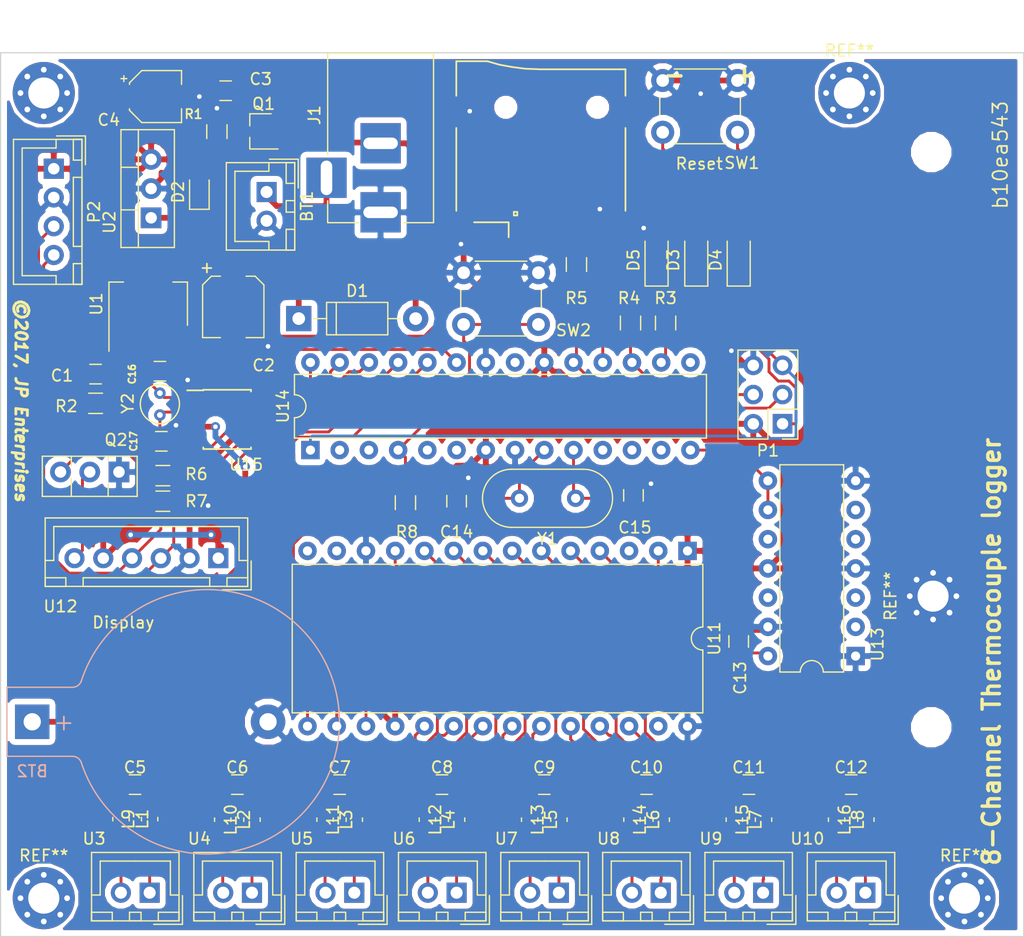
<source format=kicad_pcb>
(kicad_pcb (version 20171130) (host pcbnew "(5.0-dev-4122-gf60c251)")
  (title_block (title "8-Channel Thermocouple datalogger") (date 2017-07-29) (rev ca9ed02408) (company "JP Enterprises"))
  (layers (0 F.Cu signal) (31 B.Cu signal) (34 B.Paste user) (35 F.Paste user) (36 B.SilkS user) (37 F.SilkS user) (38 B.Mask user) (39 F.Mask user) (44 Edge.Cuts user))
  (net 0 "")
  (net 1 GND)
  (net 2 "Net-(BT1-Pad1)")
  (net 3 "Net-(BT2-Pad1)")
  (net 4 5V0)
  (net 5 3V3)
  (net 6 9V0)
  (net 7 "/Thermocouple connectors/SB1")
  (net 8 "/Thermocouple connectors/SA1")
  (net 9 "/Thermocouple connectors/SA2")
  (net 10 "/Thermocouple connectors/SB2")
  (net 11 "/Thermocouple connectors/SB3")
  (net 12 "/Thermocouple connectors/SA3")
  (net 13 "/Thermocouple connectors/SA4")
  (net 14 "/Thermocouple connectors/SB4")
  (net 15 "/Thermocouple connectors/SB5")
  (net 16 "/Thermocouple connectors/SA5")
  (net 17 "/Thermocouple connectors/SA6")
  (net 18 "/Thermocouple connectors/SB6")
  (net 19 "/Thermocouple connectors/SB7")
  (net 20 "/Thermocouple connectors/SA7")
  (net 21 "/Thermocouple connectors/SA8")
  (net 22 "/Thermocouple connectors/SB8")
  (net 23 DB_MUX)
  (net 24 "Net-(C14-Pad2)")
  (net 25 "Net-(C15-Pad2)")
  (net 26 "Net-(C16-Pad1)")
  (net 27 "Net-(C17-Pad1)")
  (net 28 "Net-(D2-Pad2)")
  (net 29 "Net-(D3-Pad1)")
  (net 30 "Net-(D4-Pad1)")
  (net 31 "Net-(D5-Pad1)")
  (net 32 "Net-(L1-Pad2)")
  (net 33 "Net-(L2-Pad2)")
  (net 34 "Net-(L3-Pad2)")
  (net 35 "Net-(L4-Pad2)")
  (net 36 "Net-(L5-Pad2)")
  (net 37 "Net-(L6-Pad2)")
  (net 38 "Net-(L7-Pad2)")
  (net 39 "Net-(L8-Pad2)")
  (net 40 "Net-(L9-Pad1)")
  (net 41 "Net-(L10-Pad1)")
  (net 42 "Net-(L11-Pad1)")
  (net 43 "Net-(L12-Pad1)")
  (net 44 "Net-(L13-Pad1)")
  (net 45 "Net-(L14-Pad1)")
  (net 46 "Net-(L15-Pad1)")
  (net 47 "Net-(L16-Pad1)")
  (net 48 RESET)
  (net 49 MOSI)
  (net 50 SCK)
  (net 51 MISO)
  (net 52 SCL)
  (net 53 SDA)
  (net 54 "Net-(Q2-Pad3)")
  (net 55 "Net-(Q2-Pad2)")
  (net 56 B_LIGHT)
  (net 57 SS)
  (net 58 "Net-(R8-Pad2)")
  (net 59 SLCT0)
  (net 60 SLCT1)
  (net 61 SLCT2)
  (net 62 TEMP)
  (net 63 "Net-(U13-Pad6)")
  (net 64 "Net-(U13-Pad12)")
  (net 65 "Net-(U13-Pad5)")
  (net 66 "Net-(U13-Pad10)")
  (net 67 "Net-(U13-Pad3)")
  (net 68 "Net-(U13-Pad2)")
  (net 69 "Net-(U14-Pad15)")
  (net 70 "Net-(U14-Pad2)")
  (net 71 "Net-(U14-Pad3)")
  (net 72 "Net-(U14-Pad5)")
  (net 73 "Net-(U14-Pad6)")
  (net 74 "Net-(U14-Pad21)")
  (net 75 "Net-(U14-Pad11)")
  (net 76 "Net-(U14-Pad12)")
  (net 77 "Net-(U14-Pad13)")
  (net 78 "Net-(U15-Pad7)")
  (net 79 "Net-(XS1-Pad1)")
  (net 80 "Net-(XS1-Pad8)")
  (net 81 "Net-(XS1-Pad9)")
  (net 82 /Thermocouple_PSU/Supply)
  (module MountingHole:MountingHole_2.7mm_M2.5_Pad_Via (layer F.Cu) (at 97.734175 75.890175)
    (fp_text reference REF** hide)
    (fp_text value MountingHole_2.5mm_Pad_Via)
    (pad 1 thru_hole circle (at 1.431891 -1.431891) (size 0.8 0.8) (drill 0.5) (layers *.Cu *.Mask) (net 1 GND))
    (pad 1 thru_hole circle (at 0 -2.025) (size 0.8 0.8) (drill 0.5) (layers *.Cu *.Mask) (net 1 GND))
    (pad 1 thru_hole circle (at -1.431891 -1.431891) (size 0.8 0.8) (drill 0.5) (layers *.Cu *.Mask) (net 1 GND))
    (pad 1 thru_hole circle (at -2.025 0) (size 0.8 0.8) (drill 0.5) (layers *.Cu *.Mask) (net 1 GND))
    (pad 1 thru_hole circle (at -1.431891 1.431891) (size 0.8 0.8) (drill 0.5) (layers *.Cu *.Mask) (net 1 GND))
    (pad 1 thru_hole circle (at 0 2.025) (size 0.8 0.8) (drill 0.5) (layers *.Cu *.Mask) (net 1 GND))
    (pad 1 thru_hole circle (at 1.431891 1.431891) (size 0.8 0.8) (drill 0.5) (layers *.Cu *.Mask) (net 1 GND))
    (pad 1 thru_hole circle (at 2.025 0) (size 0.8 0.8) (drill 0.5) (layers *.Cu *.Mask) (net 1 GND))
    (pad 1 thru_hole circle (at 0 0) (size 5.4 5.4) (drill 2.7) (layers *.Cu *.Mask) (net 1 GND))
  )
  (module MountingHole:MountingHole_2.7mm_M2.5_Pad_Via (layer F.Cu) (at 175.006 119.634 90)
    (fp_text reference REF** (at 0 -3.7 90) (layer F.SilkS))
    (fp_text value "KiCAD Logo")
    (pad 1 thru_hole circle (at 1.431891 -1.431891 90) (size 0.8 0.8) (drill 0.5) (layers *.Cu *.Mask))
    (pad 1 thru_hole circle (at 0 -2.025 90) (size 0.8 0.8) (drill 0.5) (layers *.Cu *.Mask))
    (pad 1 thru_hole circle (at -1.431891 -1.431891 90) (size 0.8 0.8) (drill 0.5) (layers *.Cu *.Mask))
    (pad 1 thru_hole circle (at -2.025 0 90) (size 0.8 0.8) (drill 0.5) (layers *.Cu *.Mask))
    (pad 1 thru_hole circle (at -1.431891 1.431891 90) (size 0.8 0.8) (drill 0.5) (layers *.Cu *.Mask))
    (pad 1 thru_hole circle (at 0 2.025 90) (size 0.8 0.8) (drill 0.5) (layers *.Cu *.Mask))
    (pad 1 thru_hole circle (at 1.431891 1.431891 90) (size 0.8 0.8) (drill 0.5) (layers *.Cu *.Mask))
    (pad 1 thru_hole circle (at 2.025 0 90) (size 0.8 0.8) (drill 0.5) (layers *.Cu *.Mask))
    (pad 1 thru_hole circle (at 0 0 90) (size 5.4 5.4) (drill 2.7) (layers *.Cu *.Mask))
  )
  (module MountingHole:MountingHole_2.7mm_M2.5_Pad_Via (layer F.Cu) (at 177.734175 145.890175)
    (fp_text reference REF** (at 0 -3.7) (layer F.SilkS))
    (fp_text value MountingHole_2.5mm_Pad_Via)
    (pad 1 thru_hole circle (at 1.431891 -1.431891) (size 0.8 0.8) (drill 0.5) (layers *.Cu *.Mask))
    (pad 1 thru_hole circle (at 0 -2.025) (size 0.8 0.8) (drill 0.5) (layers *.Cu *.Mask))
    (pad 1 thru_hole circle (at -1.431891 -1.431891) (size 0.8 0.8) (drill 0.5) (layers *.Cu *.Mask))
    (pad 1 thru_hole circle (at -2.025 0) (size 0.8 0.8) (drill 0.5) (layers *.Cu *.Mask))
    (pad 1 thru_hole circle (at -1.431891 1.431891) (size 0.8 0.8) (drill 0.5) (layers *.Cu *.Mask))
    (pad 1 thru_hole circle (at 0 2.025) (size 0.8 0.8) (drill 0.5) (layers *.Cu *.Mask))
    (pad 1 thru_hole circle (at 1.431891 1.431891) (size 0.8 0.8) (drill 0.5) (layers *.Cu *.Mask))
    (pad 1 thru_hole circle (at 2.025 0) (size 0.8 0.8) (drill 0.5) (layers *.Cu *.Mask))
    (pad 1 thru_hole circle (at 0 0) (size 5.4 5.4) (drill 2.7) (layers *.Cu *.Mask))
  )
  (module MountingHole:MountingHole_2.7mm_M2.5_Pad_Via (layer F.Cu) (at 97.734175 145.890175)
    (fp_text reference REF** (at 0 -3.7) (layer F.SilkS))
    (fp_text value MountingHole_2.5mm_Pad_Via)
    (pad 1 thru_hole circle (at 1.431891 -1.431891) (size 0.8 0.8) (drill 0.5) (layers *.Cu *.Mask))
    (pad 1 thru_hole circle (at 0 -2.025) (size 0.8 0.8) (drill 0.5) (layers *.Cu *.Mask))
    (pad 1 thru_hole circle (at -1.431891 -1.431891) (size 0.8 0.8) (drill 0.5) (layers *.Cu *.Mask))
    (pad 1 thru_hole circle (at -2.025 0) (size 0.8 0.8) (drill 0.5) (layers *.Cu *.Mask))
    (pad 1 thru_hole circle (at -1.431891 1.431891) (size 0.8 0.8) (drill 0.5) (layers *.Cu *.Mask))
    (pad 1 thru_hole circle (at 0 2.025) (size 0.8 0.8) (drill 0.5) (layers *.Cu *.Mask))
    (pad 1 thru_hole circle (at 1.431891 1.431891) (size 0.8 0.8) (drill 0.5) (layers *.Cu *.Mask))
    (pad 1 thru_hole circle (at 2.025 0) (size 0.8 0.8) (drill 0.5) (layers *.Cu *.Mask))
    (pad 1 thru_hole circle (at 0 0) (size 5.4 5.4) (drill 2.7) (layers *.Cu *.Mask))
  )
  (module MountingHole:MountingHole_2.7mm_M2.5_Pad_Via (layer F.Cu) (at 167.734175 75.890175)
    (fp_text reference REF** (at 0 -3.7) (layer F.SilkS))
    (fp_text value MountingHole_2.5mm_Pad_Via)
    (pad 1 thru_hole circle (at 1.431891 -1.431891) (size 0.8 0.8) (drill 0.5) (layers *.Cu *.Mask))
    (pad 1 thru_hole circle (at 0 -2.025) (size 0.8 0.8) (drill 0.5) (layers *.Cu *.Mask))
    (pad 1 thru_hole circle (at -1.431891 -1.431891) (size 0.8 0.8) (drill 0.5) (layers *.Cu *.Mask))
    (pad 1 thru_hole circle (at -2.025 0) (size 0.8 0.8) (drill 0.5) (layers *.Cu *.Mask))
    (pad 1 thru_hole circle (at -1.431891 1.431891) (size 0.8 0.8) (drill 0.5) (layers *.Cu *.Mask))
    (pad 1 thru_hole circle (at 0 2.025) (size 0.8 0.8) (drill 0.5) (layers *.Cu *.Mask))
    (pad 1 thru_hole circle (at 1.431891 1.431891) (size 0.8 0.8) (drill 0.5) (layers *.Cu *.Mask))
    (pad 1 thru_hole circle (at 2.025 0) (size 0.8 0.8) (drill 0.5) (layers *.Cu *.Mask))
    (pad 1 thru_hole circle (at 0 0) (size 5.4 5.4) (drill 2.7) (layers *.Cu *.Mask))
  )
  (module b10ea543 (layer F.Cu) (at 173.22 95.044 90)
    (fp_text reference QR***** hide)
    (fp_text value b10ea543 (at 13.764 7.628 90) (layer F.SilkS) (effects (font (size 1.27 1.27))))
    (pad "" smd rect (at -8 -8 90) (size 0.5 0.5) (layers F.Cu F.Mask))
    (pad "" smd rect (at -7.5 -8 90) (size 0.5 0.5) (layers F.Cu F.Mask))
    (pad "" smd rect (at -7 -8 90) (size 0.5 0.5) (layers F.Cu F.Mask))
    (pad "" smd rect (at -6.5 -8 90) (size 0.5 0.5) (layers F.Cu F.Mask))
    (pad "" smd rect (at -6 -8 90) (size 0.5 0.5) (layers F.Cu F.Mask))
    (pad "" smd rect (at -5.5 -8 90) (size 0.5 0.5) (layers F.Cu F.Mask))
    (pad "" smd rect (at -5 -8 90) (size 0.5 0.5) (layers F.Cu F.Mask))
    (pad "" smd rect (at -2 -8 90) (size 0.5 0.5) (layers F.Cu F.Mask))
    (pad "" smd rect (at -1.5 -8 90) (size 0.5 0.5) (layers F.Cu F.Mask))
    (pad "" smd rect (at -0.5 -8 90) (size 0.5 0.5) (layers F.Cu F.Mask))
    (pad "" smd rect (at 0 -8 90) (size 0.5 0.5) (layers F.Cu F.Mask))
    (pad "" smd rect (at 0.5 -8 90) (size 0.5 0.5) (layers F.Cu F.Mask))
    (pad "" smd rect (at 1 -8 90) (size 0.5 0.5) (layers F.Cu F.Mask))
    (pad "" smd rect (at 2 -8 90) (size 0.5 0.5) (layers F.Cu F.Mask))
    (pad "" smd rect (at 5 -8 90) (size 0.5 0.5) (layers F.Cu F.Mask))
    (pad "" smd rect (at 5.5 -8 90) (size 0.5 0.5) (layers F.Cu F.Mask))
    (pad "" smd rect (at 6 -8 90) (size 0.5 0.5) (layers F.Cu F.Mask))
    (pad "" smd rect (at 6.5 -8 90) (size 0.5 0.5) (layers F.Cu F.Mask))
    (pad "" smd rect (at 7 -8 90) (size 0.5 0.5) (layers F.Cu F.Mask))
    (pad "" smd rect (at 7.5 -8 90) (size 0.5 0.5) (layers F.Cu F.Mask))
    (pad "" smd rect (at 8 -8 90) (size 0.5 0.5) (layers F.Cu F.Mask))
    (pad "" smd rect (at -8 -7.5 90) (size 0.5 0.5) (layers F.Cu F.Mask))
    (pad "" smd rect (at -5 -7.5 90) (size 0.5 0.5) (layers F.Cu F.Mask))
    (pad "" smd rect (at -3.5 -7.5 90) (size 0.5 0.5) (layers F.Cu F.Mask))
    (pad "" smd rect (at -2 -7.5 90) (size 0.5 0.5) (layers F.Cu F.Mask))
    (pad "" smd rect (at -1.5 -7.5 90) (size 0.5 0.5) (layers F.Cu F.Mask))
    (pad "" smd rect (at -1 -7.5 90) (size 0.5 0.5) (layers F.Cu F.Mask))
    (pad "" smd rect (at 0.5 -7.5 90) (size 0.5 0.5) (layers F.Cu F.Mask))
    (pad "" smd rect (at 1.5 -7.5 90) (size 0.5 0.5) (layers F.Cu F.Mask))
    (pad "" smd rect (at 3 -7.5 90) (size 0.5 0.5) (layers F.Cu F.Mask))
    (pad "" smd rect (at 3.5 -7.5 90) (size 0.5 0.5) (layers F.Cu F.Mask))
    (pad "" smd rect (at 4 -7.5 90) (size 0.5 0.5) (layers F.Cu F.Mask))
    (pad "" smd rect (at 5 -7.5 90) (size 0.5 0.5) (layers F.Cu F.Mask))
    (pad "" smd rect (at 8 -7.5 90) (size 0.5 0.5) (layers F.Cu F.Mask))
    (pad "" smd rect (at -8 -7 90) (size 0.5 0.5) (layers F.Cu F.Mask))
    (pad "" smd rect (at -7 -7 90) (size 0.5 0.5) (layers F.Cu F.Mask))
    (pad "" smd rect (at -6.5 -7 90) (size 0.5 0.5) (layers F.Cu F.Mask))
    (pad "" smd rect (at -6 -7 90) (size 0.5 0.5) (layers F.Cu F.Mask))
    (pad "" smd rect (at -5 -7 90) (size 0.5 0.5) (layers F.Cu F.Mask))
    (pad "" smd rect (at -4 -7 90) (size 0.5 0.5) (layers F.Cu F.Mask))
    (pad "" smd rect (at -3.5 -7 90) (size 0.5 0.5) (layers F.Cu F.Mask))
    (pad "" smd rect (at -1.5 -7 90) (size 0.5 0.5) (layers F.Cu F.Mask))
    (pad "" smd rect (at 0 -7 90) (size 0.5 0.5) (layers F.Cu F.Mask))
    (pad "" smd rect (at 0.5 -7 90) (size 0.5 0.5) (layers F.Cu F.Mask))
    (pad "" smd rect (at 1 -7 90) (size 0.5 0.5) (layers F.Cu F.Mask))
    (pad "" smd rect (at 1.5 -7 90) (size 0.5 0.5) (layers F.Cu F.Mask))
    (pad "" smd rect (at 2 -7 90) (size 0.5 0.5) (layers F.Cu F.Mask))
    (pad "" smd rect (at 3.5 -7 90) (size 0.5 0.5) (layers F.Cu F.Mask))
    (pad "" smd rect (at 5 -7 90) (size 0.5 0.5) (layers F.Cu F.Mask))
    (pad "" smd rect (at 6 -7 90) (size 0.5 0.5) (layers F.Cu F.Mask))
    (pad "" smd rect (at 6.5 -7 90) (size 0.5 0.5) (layers F.Cu F.Mask))
    (pad "" smd rect (at 7 -7 90) (size 0.5 0.5) (layers F.Cu F.Mask))
    (pad "" smd rect (at 8 -7 90) (size 0.5 0.5) (layers F.Cu F.Mask))
    (pad "" smd rect (at -8 -6.5 90) (size 0.5 0.5) (layers F.Cu F.Mask))
    (pad "" smd rect (at -7 -6.5 90) (size 0.5 0.5) (layers F.Cu F.Mask))
    (pad "" smd rect (at -6.5 -6.5 90) (size 0.5 0.5) (layers F.Cu F.Mask))
    (pad "" smd rect (at -6 -6.5 90) (size 0.5 0.5) (layers F.Cu F.Mask))
    (pad "" smd rect (at -5 -6.5 90) (size 0.5 0.5) (layers F.Cu F.Mask))
    (pad "" smd rect (at -4 -6.5 90) (size 0.5 0.5) (layers F.Cu F.Mask))
    (pad "" smd rect (at -3.5 -6.5 90) (size 0.5 0.5) (layers F.Cu F.Mask))
    (pad "" smd rect (at -3 -6.5 90) (size 0.5 0.5) (layers F.Cu F.Mask))
    (pad "" smd rect (at -2.5 -6.5 90) (size 0.5 0.5) (layers F.Cu F.Mask))
    (pad "" smd rect (at -1 -6.5 90) (size 0.5 0.5) (layers F.Cu F.Mask))
    (pad "" smd rect (at 0 -6.5 90) (size 0.5 0.5) (layers F.Cu F.Mask))
    (pad "" smd rect (at 1.5 -6.5 90) (size 0.5 0.5) (layers F.Cu F.Mask))
    (pad "" smd rect (at 2 -6.5 90) (size 0.5 0.5) (layers F.Cu F.Mask))
    (pad "" smd rect (at 2.5 -6.5 90) (size 0.5 0.5) (layers F.Cu F.Mask))
    (pad "" smd rect (at 3 -6.5 90) (size 0.5 0.5) (layers F.Cu F.Mask))
    (pad "" smd rect (at 3.5 -6.5 90) (size 0.5 0.5) (layers F.Cu F.Mask))
    (pad "" smd rect (at 5 -6.5 90) (size 0.5 0.5) (layers F.Cu F.Mask))
    (pad "" smd rect (at 6 -6.5 90) (size 0.5 0.5) (layers F.Cu F.Mask))
    (pad "" smd rect (at 6.5 -6.5 90) (size 0.5 0.5) (layers F.Cu F.Mask))
    (pad "" smd rect (at 7 -6.5 90) (size 0.5 0.5) (layers F.Cu F.Mask))
    (pad "" smd rect (at 8 -6.5 90) (size 0.5 0.5) (layers F.Cu F.Mask))
    (pad "" smd rect (at -8 -6 90) (size 0.5 0.5) (layers F.Cu F.Mask))
    (pad "" smd rect (at -7 -6 90) (size 0.5 0.5) (layers F.Cu F.Mask))
    (pad "" smd rect (at -6.5 -6 90) (size 0.5 0.5) (layers F.Cu F.Mask))
    (pad "" smd rect (at -6 -6 90) (size 0.5 0.5) (layers F.Cu F.Mask))
    (pad "" smd rect (at -5 -6 90) (size 0.5 0.5) (layers F.Cu F.Mask))
    (pad "" smd rect (at -4 -6 90) (size 0.5 0.5) (layers F.Cu F.Mask))
    (pad "" smd rect (at -2.5 -6 90) (size 0.5 0.5) (layers F.Cu F.Mask))
    (pad "" smd rect (at -0.5 -6 90) (size 0.5 0.5) (layers F.Cu F.Mask))
    (pad "" smd rect (at 1 -6 90) (size 0.5 0.5) (layers F.Cu F.Mask))
    (pad "" smd rect (at 2.5 -6 90) (size 0.5 0.5) (layers F.Cu F.Mask))
    (pad "" smd rect (at 4 -6 90) (size 0.5 0.5) (layers F.Cu F.Mask))
    (pad "" smd rect (at 5 -6 90) (size 0.5 0.5) (layers F.Cu F.Mask))
    (pad "" smd rect (at 6 -6 90) (size 0.5 0.5) (layers F.Cu F.Mask))
    (pad "" smd rect (at 6.5 -6 90) (size 0.5 0.5) (layers F.Cu F.Mask))
    (pad "" smd rect (at 7 -6 90) (size 0.5 0.5) (layers F.Cu F.Mask))
    (pad "" smd rect (at 8 -6 90) (size 0.5 0.5) (layers F.Cu F.Mask))
    (pad "" smd rect (at -8 -5.5 90) (size 0.5 0.5) (layers F.Cu F.Mask))
    (pad "" smd rect (at -5 -5.5 90) (size 0.5 0.5) (layers F.Cu F.Mask))
    (pad "" smd rect (at -4 -5.5 90) (size 0.5 0.5) (layers F.Cu F.Mask))
    (pad "" smd rect (at -3.5 -5.5 90) (size 0.5 0.5) (layers F.Cu F.Mask))
    (pad "" smd rect (at -2.5 -5.5 90) (size 0.5 0.5) (layers F.Cu F.Mask))
    (pad "" smd rect (at -0.5 -5.5 90) (size 0.5 0.5) (layers F.Cu F.Mask))
    (pad "" smd rect (at 0 -5.5 90) (size 0.5 0.5) (layers F.Cu F.Mask))
    (pad "" smd rect (at 1 -5.5 90) (size 0.5 0.5) (layers F.Cu F.Mask))
    (pad "" smd rect (at 2 -5.5 90) (size 0.5 0.5) (layers F.Cu F.Mask))
    (pad "" smd rect (at 2.5 -5.5 90) (size 0.5 0.5) (layers F.Cu F.Mask))
    (pad "" smd rect (at 5 -5.5 90) (size 0.5 0.5) (layers F.Cu F.Mask))
    (pad "" smd rect (at 8 -5.5 90) (size 0.5 0.5) (layers F.Cu F.Mask))
    (pad "" smd rect (at -8 -5 90) (size 0.5 0.5) (layers F.Cu F.Mask))
    (pad "" smd rect (at -7.5 -5 90) (size 0.5 0.5) (layers F.Cu F.Mask))
    (pad "" smd rect (at -7 -5 90) (size 0.5 0.5) (layers F.Cu F.Mask))
    (pad "" smd rect (at -6.5 -5 90) (size 0.5 0.5) (layers F.Cu F.Mask))
    (pad "" smd rect (at -6 -5 90) (size 0.5 0.5) (layers F.Cu F.Mask))
    (pad "" smd rect (at -5.5 -5 90) (size 0.5 0.5) (layers F.Cu F.Mask))
    (pad "" smd rect (at -5 -5 90) (size 0.5 0.5) (layers F.Cu F.Mask))
    (pad "" smd rect (at -4 -5 90) (size 0.5 0.5) (layers F.Cu F.Mask))
    (pad "" smd rect (at -3 -5 90) (size 0.5 0.5) (layers F.Cu F.Mask))
    (pad "" smd rect (at -2 -5 90) (size 0.5 0.5) (layers F.Cu F.Mask))
    (pad "" smd rect (at -1 -5 90) (size 0.5 0.5) (layers F.Cu F.Mask))
    (pad "" smd rect (at 0 -5 90) (size 0.5 0.5) (layers F.Cu F.Mask))
    (pad "" smd rect (at 1 -5 90) (size 0.5 0.5) (layers F.Cu F.Mask))
    (pad "" smd rect (at 2 -5 90) (size 0.5 0.5) (layers F.Cu F.Mask))
    (pad "" smd rect (at 3 -5 90) (size 0.5 0.5) (layers F.Cu F.Mask))
    (pad "" smd rect (at 4 -5 90) (size 0.5 0.5) (layers F.Cu F.Mask))
    (pad "" smd rect (at 5 -5 90) (size 0.5 0.5) (layers F.Cu F.Mask))
    (pad "" smd rect (at 5.5 -5 90) (size 0.5 0.5) (layers F.Cu F.Mask))
    (pad "" smd rect (at 6 -5 90) (size 0.5 0.5) (layers F.Cu F.Mask))
    (pad "" smd rect (at 6.5 -5 90) (size 0.5 0.5) (layers F.Cu F.Mask))
    (pad "" smd rect (at 7 -5 90) (size 0.5 0.5) (layers F.Cu F.Mask))
    (pad "" smd rect (at 7.5 -5 90) (size 0.5 0.5) (layers F.Cu F.Mask))
    (pad "" smd rect (at 8 -5 90) (size 0.5 0.5) (layers F.Cu F.Mask))
    (pad "" smd rect (at -4 -4.5 90) (size 0.5 0.5) (layers F.Cu F.Mask))
    (pad "" smd rect (at -3.5 -4.5 90) (size 0.5 0.5) (layers F.Cu F.Mask))
    (pad "" smd rect (at -3 -4.5 90) (size 0.5 0.5) (layers F.Cu F.Mask))
    (pad "" smd rect (at -2.5 -4.5 90) (size 0.5 0.5) (layers F.Cu F.Mask))
    (pad "" smd rect (at -2 -4.5 90) (size 0.5 0.5) (layers F.Cu F.Mask))
    (pad "" smd rect (at -1 -4.5 90) (size 0.5 0.5) (layers F.Cu F.Mask))
    (pad "" smd rect (at -0.5 -4.5 90) (size 0.5 0.5) (layers F.Cu F.Mask))
    (pad "" smd rect (at 2.5 -4.5 90) (size 0.5 0.5) (layers F.Cu F.Mask))
    (pad "" smd rect (at 3 -4.5 90) (size 0.5 0.5) (layers F.Cu F.Mask))
    (pad "" smd rect (at 4 -4.5 90) (size 0.5 0.5) (layers F.Cu F.Mask))
    (pad "" smd rect (at -8 -4 90) (size 0.5 0.5) (layers F.Cu F.Mask))
    (pad "" smd rect (at -7 -4 90) (size 0.5 0.5) (layers F.Cu F.Mask))
    (pad "" smd rect (at -6.5 -4 90) (size 0.5 0.5) (layers F.Cu F.Mask))
    (pad "" smd rect (at -6 -4 90) (size 0.5 0.5) (layers F.Cu F.Mask))
    (pad "" smd rect (at -5.5 -4 90) (size 0.5 0.5) (layers F.Cu F.Mask))
    (pad "" smd rect (at -5 -4 90) (size 0.5 0.5) (layers F.Cu F.Mask))
    (pad "" smd rect (at -3 -4 90) (size 0.5 0.5) (layers F.Cu F.Mask))
    (pad "" smd rect (at -2.5 -4 90) (size 0.5 0.5) (layers F.Cu F.Mask))
    (pad "" smd rect (at -2 -4 90) (size 0.5 0.5) (layers F.Cu F.Mask))
    (pad "" smd rect (at -0.5 -4 90) (size 0.5 0.5) (layers F.Cu F.Mask))
    (pad "" smd rect (at 0 -4 90) (size 0.5 0.5) (layers F.Cu F.Mask))
    (pad "" smd rect (at 1 -4 90) (size 0.5 0.5) (layers F.Cu F.Mask))
    (pad "" smd rect (at 2 -4 90) (size 0.5 0.5) (layers F.Cu F.Mask))
    (pad "" smd rect (at 2.5 -4 90) (size 0.5 0.5) (layers F.Cu F.Mask))
    (pad "" smd rect (at 5 -4 90) (size 0.5 0.5) (layers F.Cu F.Mask))
    (pad "" smd rect (at 5.5 -4 90) (size 0.5 0.5) (layers F.Cu F.Mask))
    (pad "" smd rect (at 6 -4 90) (size 0.5 0.5) (layers F.Cu F.Mask))
    (pad "" smd rect (at 6.5 -4 90) (size 0.5 0.5) (layers F.Cu F.Mask))
    (pad "" smd rect (at 7 -4 90) (size 0.5 0.5) (layers F.Cu F.Mask))
    (pad "" smd rect (at -8 -3.5 90) (size 0.5 0.5) (layers F.Cu F.Mask))
    (pad "" smd rect (at -7.5 -3.5 90) (size 0.5 0.5) (layers F.Cu F.Mask))
    (pad "" smd rect (at -6.5 -3.5 90) (size 0.5 0.5) (layers F.Cu F.Mask))
    (pad "" smd rect (at -5.5 -3.5 90) (size 0.5 0.5) (layers F.Cu F.Mask))
    (pad "" smd rect (at -4.5 -3.5 90) (size 0.5 0.5) (layers F.Cu F.Mask))
    (pad "" smd rect (at -4 -3.5 90) (size 0.5 0.5) (layers F.Cu F.Mask))
    (pad "" smd rect (at -3.5 -3.5 90) (size 0.5 0.5) (layers F.Cu F.Mask))
    (pad "" smd rect (at -2 -3.5 90) (size 0.5 0.5) (layers F.Cu F.Mask))
    (pad "" smd rect (at -1 -3.5 90) (size 0.5 0.5) (layers F.Cu F.Mask))
    (pad "" smd rect (at -0.5 -3.5 90) (size 0.5 0.5) (layers F.Cu F.Mask))
    (pad "" smd rect (at 2.5 -3.5 90) (size 0.5 0.5) (layers F.Cu F.Mask))
    (pad "" smd rect (at 3 -3.5 90) (size 0.5 0.5) (layers F.Cu F.Mask))
    (pad "" smd rect (at 4 -3.5 90) (size 0.5 0.5) (layers F.Cu F.Mask))
    (pad "" smd rect (at 4.5 -3.5 90) (size 0.5 0.5) (layers F.Cu F.Mask))
    (pad "" smd rect (at 5 -3.5 90) (size 0.5 0.5) (layers F.Cu F.Mask))
    (pad "" smd rect (at 5.5 -3.5 90) (size 0.5 0.5) (layers F.Cu F.Mask))
    (pad "" smd rect (at 7 -3.5 90) (size 0.5 0.5) (layers F.Cu F.Mask))
    (pad "" smd rect (at -8 -3 90) (size 0.5 0.5) (layers F.Cu F.Mask))
    (pad "" smd rect (at -7 -3 90) (size 0.5 0.5) (layers F.Cu F.Mask))
    (pad "" smd rect (at -5.5 -3 90) (size 0.5 0.5) (layers F.Cu F.Mask))
    (pad "" smd rect (at -5 -3 90) (size 0.5 0.5) (layers F.Cu F.Mask))
    (pad "" smd rect (at -3.5 -3 90) (size 0.5 0.5) (layers F.Cu F.Mask))
    (pad "" smd rect (at -2.5 -3 90) (size 0.5 0.5) (layers F.Cu F.Mask))
    (pad "" smd rect (at -2 -3 90) (size 0.5 0.5) (layers F.Cu F.Mask))
    (pad "" smd rect (at -0.5 -3 90) (size 0.5 0.5) (layers F.Cu F.Mask))
    (pad "" smd rect (at 0 -3 90) (size 0.5 0.5) (layers F.Cu F.Mask))
    (pad "" smd rect (at 1 -3 90) (size 0.5 0.5) (layers F.Cu F.Mask))
    (pad "" smd rect (at 2 -3 90) (size 0.5 0.5) (layers F.Cu F.Mask))
    (pad "" smd rect (at 2.5 -3 90) (size 0.5 0.5) (layers F.Cu F.Mask))
    (pad "" smd rect (at 4.5 -3 90) (size 0.5 0.5) (layers F.Cu F.Mask))
    (pad "" smd rect (at 5 -3 90) (size 0.5 0.5) (layers F.Cu F.Mask))
    (pad "" smd rect (at 5.5 -3 90) (size 0.5 0.5) (layers F.Cu F.Mask))
    (pad "" smd rect (at 6.5 -3 90) (size 0.5 0.5) (layers F.Cu F.Mask))
    (pad "" smd rect (at 7 -3 90) (size 0.5 0.5) (layers F.Cu F.Mask))
    (pad "" smd rect (at 7.5 -3 90) (size 0.5 0.5) (layers F.Cu F.Mask))
    (pad "" smd rect (at 8 -3 90) (size 0.5 0.5) (layers F.Cu F.Mask))
    (pad "" smd rect (at -8 -2.5 90) (size 0.5 0.5) (layers F.Cu F.Mask))
    (pad "" smd rect (at -7 -2.5 90) (size 0.5 0.5) (layers F.Cu F.Mask))
    (pad "" smd rect (at -6 -2.5 90) (size 0.5 0.5) (layers F.Cu F.Mask))
    (pad "" smd rect (at -5.5 -2.5 90) (size 0.5 0.5) (layers F.Cu F.Mask))
    (pad "" smd rect (at -4.5 -2.5 90) (size 0.5 0.5) (layers F.Cu F.Mask))
    (pad "" smd rect (at -4 -2.5 90) (size 0.5 0.5) (layers F.Cu F.Mask))
    (pad "" smd rect (at -3 -2.5 90) (size 0.5 0.5) (layers F.Cu F.Mask))
    (pad "" smd rect (at -1 -2.5 90) (size 0.5 0.5) (layers F.Cu F.Mask))
    (pad "" smd rect (at -0.5 -2.5 90) (size 0.5 0.5) (layers F.Cu F.Mask))
    (pad "" smd rect (at 2.5 -2.5 90) (size 0.5 0.5) (layers F.Cu F.Mask))
    (pad "" smd rect (at 3 -2.5 90) (size 0.5 0.5) (layers F.Cu F.Mask))
    (pad "" smd rect (at 4 -2.5 90) (size 0.5 0.5) (layers F.Cu F.Mask))
    (pad "" smd rect (at 5 -2.5 90) (size 0.5 0.5) (layers F.Cu F.Mask))
    (pad "" smd rect (at 7 -2.5 90) (size 0.5 0.5) (layers F.Cu F.Mask))
    (pad "" smd rect (at 8 -2.5 90) (size 0.5 0.5) (layers F.Cu F.Mask))
    (pad "" smd rect (at -8 -2 90) (size 0.5 0.5) (layers F.Cu F.Mask))
    (pad "" smd rect (at -7 -2 90) (size 0.5 0.5) (layers F.Cu F.Mask))
    (pad "" smd rect (at -5.5 -2 90) (size 0.5 0.5) (layers F.Cu F.Mask))
    (pad "" smd rect (at -5 -2 90) (size 0.5 0.5) (layers F.Cu F.Mask))
    (pad "" smd rect (at -4.5 -2 90) (size 0.5 0.5) (layers F.Cu F.Mask))
    (pad "" smd rect (at -3.5 -2 90) (size 0.5 0.5) (layers F.Cu F.Mask))
    (pad "" smd rect (at -0.5 -2 90) (size 0.5 0.5) (layers F.Cu F.Mask))
    (pad "" smd rect (at 1 -2 90) (size 0.5 0.5) (layers F.Cu F.Mask))
    (pad "" smd rect (at 2.5 -2 90) (size 0.5 0.5) (layers F.Cu F.Mask))
    (pad "" smd rect (at 4 -2 90) (size 0.5 0.5) (layers F.Cu F.Mask))
    (pad "" smd rect (at 4.5 -2 90) (size 0.5 0.5) (layers F.Cu F.Mask))
    (pad "" smd rect (at 5 -2 90) (size 0.5 0.5) (layers F.Cu F.Mask))
    (pad "" smd rect (at 6.5 -2 90) (size 0.5 0.5) (layers F.Cu F.Mask))
    (pad "" smd rect (at 7.5 -2 90) (size 0.5 0.5) (layers F.Cu F.Mask))
    (pad "" smd rect (at 8 -2 90) (size 0.5 0.5) (layers F.Cu F.Mask))
    (pad "" smd rect (at -8 -1.5 90) (size 0.5 0.5) (layers F.Cu F.Mask))
    (pad "" smd rect (at -7.5 -1.5 90) (size 0.5 0.5) (layers F.Cu F.Mask))
    (pad "" smd rect (at -6.5 -1.5 90) (size 0.5 0.5) (layers F.Cu F.Mask))
    (pad "" smd rect (at -4.5 -1.5 90) (size 0.5 0.5) (layers F.Cu F.Mask))
    (pad "" smd rect (at -3.5 -1.5 90) (size 0.5 0.5) (layers F.Cu F.Mask))
    (pad "" smd rect (at -3 -1.5 90) (size 0.5 0.5) (layers F.Cu F.Mask))
    (pad "" smd rect (at -2.5 -1.5 90) (size 0.5 0.5) (layers F.Cu F.Mask))
    (pad "" smd rect (at -2 -1.5 90) (size 0.5 0.5) (layers F.Cu F.Mask))
    (pad "" smd rect (at -1 -1.5 90) (size 0.5 0.5) (layers F.Cu F.Mask))
    (pad "" smd rect (at -0.5 -1.5 90) (size 0.5 0.5) (layers F.Cu F.Mask))
    (pad "" smd rect (at 0 -1.5 90) (size 0.5 0.5) (layers F.Cu F.Mask))
    (pad "" smd rect (at 0.5 -1.5 90) (size 0.5 0.5) (layers F.Cu F.Mask))
    (pad "" smd rect (at 2 -1.5 90) (size 0.5 0.5) (layers F.Cu F.Mask))
    (pad "" smd rect (at 3 -1.5 90) (size 0.5 0.5) (layers F.Cu F.Mask))
    (pad "" smd rect (at 5.5 -1.5 90) (size 0.5 0.5) (layers F.Cu F.Mask))
    (pad "" smd rect (at 7 -1.5 90) (size 0.5 0.5) (layers F.Cu F.Mask))
    (pad "" smd rect (at 7.5 -1.5 90) (size 0.5 0.5) (layers F.Cu F.Mask))
    (pad "" smd rect (at 8 -1.5 90) (size 0.5 0.5) (layers F.Cu F.Mask))
    (pad "" smd rect (at -7 -1 90) (size 0.5 0.5) (layers F.Cu F.Mask))
    (pad "" smd rect (at -6.5 -1 90) (size 0.5 0.5) (layers F.Cu F.Mask))
    (pad "" smd rect (at -6 -1 90) (size 0.5 0.5) (layers F.Cu F.Mask))
    (pad "" smd rect (at -5 -1 90) (size 0.5 0.5) (layers F.Cu F.Mask))
    (pad "" smd rect (at -4.5 -1 90) (size 0.5 0.5) (layers F.Cu F.Mask))
    (pad "" smd rect (at -4 -1 90) (size 0.5 0.5) (layers F.Cu F.Mask))
    (pad "" smd rect (at -3 -1 90) (size 0.5 0.5) (layers F.Cu F.Mask))
    (pad "" smd rect (at -2 -1 90) (size 0.5 0.5) (layers F.Cu F.Mask))
    (pad "" smd rect (at -1 -1 90) (size 0.5 0.5) (layers F.Cu F.Mask))
    (pad "" smd rect (at 0.5 -1 90) (size 0.5 0.5) (layers F.Cu F.Mask))
    (pad "" smd rect (at 1.5 -1 90) (size 0.5 0.5) (layers F.Cu F.Mask))
    (pad "" smd rect (at 3 -1 90) (size 0.5 0.5) (layers F.Cu F.Mask))
    (pad "" smd rect (at 3.5 -1 90) (size 0.5 0.5) (layers F.Cu F.Mask))
    (pad "" smd rect (at 4 -1 90) (size 0.5 0.5) (layers F.Cu F.Mask))
    (pad "" smd rect (at 6.5 -1 90) (size 0.5 0.5) (layers F.Cu F.Mask))
    (pad "" smd rect (at 7 -1 90) (size 0.5 0.5) (layers F.Cu F.Mask))
    (pad "" smd rect (at -8 -0.5 90) (size 0.5 0.5) (layers F.Cu F.Mask))
    (pad "" smd rect (at -7.5 -0.5 90) (size 0.5 0.5) (layers F.Cu F.Mask))
    (pad "" smd rect (at -7 -0.5 90) (size 0.5 0.5) (layers F.Cu F.Mask))
    (pad "" smd rect (at -6.5 -0.5 90) (size 0.5 0.5) (layers F.Cu F.Mask))
    (pad "" smd rect (at -5.5 -0.5 90) (size 0.5 0.5) (layers F.Cu F.Mask))
    (pad "" smd rect (at -4 -0.5 90) (size 0.5 0.5) (layers F.Cu F.Mask))
    (pad "" smd rect (at -3 -0.5 90) (size 0.5 0.5) (layers F.Cu F.Mask))
    (pad "" smd rect (at -2.5 -0.5 90) (size 0.5 0.5) (layers F.Cu F.Mask))
    (pad "" smd rect (at -1 -0.5 90) (size 0.5 0.5) (layers F.Cu F.Mask))
    (pad "" smd rect (at 0 -0.5 90) (size 0.5 0.5) (layers F.Cu F.Mask))
    (pad "" smd rect (at 0.5 -0.5 90) (size 0.5 0.5) (layers F.Cu F.Mask))
    (pad "" smd rect (at 1 -0.5 90) (size 0.5 0.5) (layers F.Cu F.Mask))
    (pad "" smd rect (at 1.5 -0.5 90) (size 0.5 0.5) (layers F.Cu F.Mask))
    (pad "" smd rect (at 2 -0.5 90) (size 0.5 0.5) (layers F.Cu F.Mask))
    (pad "" smd rect (at 3.5 -0.5 90) (size 0.5 0.5) (layers F.Cu F.Mask))
    (pad "" smd rect (at 4.5 -0.5 90) (size 0.5 0.5) (layers F.Cu F.Mask))
    (pad "" smd rect (at 5 -0.5 90) (size 0.5 0.5) (layers F.Cu F.Mask))
    (pad "" smd rect (at 5.5 -0.5 90) (size 0.5 0.5) (layers F.Cu F.Mask))
    (pad "" smd rect (at 7 -0.5 90) (size 0.5 0.5) (layers F.Cu F.Mask))
    (pad "" smd rect (at 8 -0.5 90) (size 0.5 0.5) (layers F.Cu F.Mask))
    (pad "" smd rect (at -8 0 90) (size 0.5 0.5) (layers F.Cu F.Mask))
    (pad "" smd rect (at -7.5 0 90) (size 0.5 0.5) (layers F.Cu F.Mask))
    (pad "" smd rect (at -5 0 90) (size 0.5 0.5) (layers F.Cu F.Mask))
    (pad "" smd rect (at -4.5 0 90) (size 0.5 0.5) (layers F.Cu F.Mask))
    (pad "" smd rect (at -4 0 90) (size 0.5 0.5) (layers F.Cu F.Mask))
    (pad "" smd rect (at -3.5 0 90) (size 0.5 0.5) (layers F.Cu F.Mask))
    (pad "" smd rect (at -1.5 0 90) (size 0.5 0.5) (layers F.Cu F.Mask))
    (pad "" smd rect (at -1 0 90) (size 0.5 0.5) (layers F.Cu F.Mask))
    (pad "" smd rect (at 1.5 0 90) (size 0.5 0.5) (layers F.Cu F.Mask))
    (pad "" smd rect (at 2.5 0 90) (size 0.5 0.5) (layers F.Cu F.Mask))
    (pad "" smd rect (at 3 0 90) (size 0.5 0.5) (layers F.Cu F.Mask))
    (pad "" smd rect (at 3.5 0 90) (size 0.5 0.5) (layers F.Cu F.Mask))
    (pad "" smd rect (at 4 0 90) (size 0.5 0.5) (layers F.Cu F.Mask))
    (pad "" smd rect (at 6 0 90) (size 0.5 0.5) (layers F.Cu F.Mask))
    (pad "" smd rect (at 6.5 0 90) (size 0.5 0.5) (layers F.Cu F.Mask))
    (pad "" smd rect (at 7 0 90) (size 0.5 0.5) (layers F.Cu F.Mask))
    (pad "" smd rect (at -8 0.5 90) (size 0.5 0.5) (layers F.Cu F.Mask))
    (pad "" smd rect (at -7 0.5 90) (size 0.5 0.5) (layers F.Cu F.Mask))
    (pad "" smd rect (at -6.5 0.5 90) (size 0.5 0.5) (layers F.Cu F.Mask))
    (pad "" smd rect (at -6 0.5 90) (size 0.5 0.5) (layers F.Cu F.Mask))
    (pad "" smd rect (at -4.5 0.5 90) (size 0.5 0.5) (layers F.Cu F.Mask))
    (pad "" smd rect (at -4 0.5 90) (size 0.5 0.5) (layers F.Cu F.Mask))
    (pad "" smd rect (at -3.5 0.5 90) (size 0.5 0.5) (layers F.Cu F.Mask))
    (pad "" smd rect (at -1.5 0.5 90) (size 0.5 0.5) (layers F.Cu F.Mask))
    (pad "" smd rect (at -0.5 0.5 90) (size 0.5 0.5) (layers F.Cu F.Mask))
    (pad "" smd rect (at 0 0.5 90) (size 0.5 0.5) (layers F.Cu F.Mask))
    (pad "" smd rect (at 0.5 0.5 90) (size 0.5 0.5) (layers F.Cu F.Mask))
    (pad "" smd rect (at 1 0.5 90) (size 0.5 0.5) (layers F.Cu F.Mask))
    (pad "" smd rect (at 2 0.5 90) (size 0.5 0.5) (layers F.Cu F.Mask))
    (pad "" smd rect (at 5.5 0.5 90) (size 0.5 0.5) (layers F.Cu F.Mask))
    (pad "" smd rect (at 7 0.5 90) (size 0.5 0.5) (layers F.Cu F.Mask))
    (pad "" smd rect (at 7.5 0.5 90) (size 0.5 0.5) (layers F.Cu F.Mask))
    (pad "" smd rect (at -8 1 90) (size 0.5 0.5) (layers F.Cu F.Mask))
    (pad "" smd rect (at -6 1 90) (size 0.5 0.5) (layers F.Cu F.Mask))
    (pad "" smd rect (at -5.5 1 90) (size 0.5 0.5) (layers F.Cu F.Mask))
    (pad "" smd rect (at -5 1 90) (size 0.5 0.5) (layers F.Cu F.Mask))
    (pad "" smd rect (at -4.5 1 90) (size 0.5 0.5) (layers F.Cu F.Mask))
    (pad "" smd rect (at -4 1 90) (size 0.5 0.5) (layers F.Cu F.Mask))
    (pad "" smd rect (at -3.5 1 90) (size 0.5 0.5) (layers F.Cu F.Mask))
    (pad "" smd rect (at -3 1 90) (size 0.5 0.5) (layers F.Cu F.Mask))
    (pad "" smd rect (at -2.5 1 90) (size 0.5 0.5) (layers F.Cu F.Mask))
    (pad "" smd rect (at -2 1 90) (size 0.5 0.5) (layers F.Cu F.Mask))
    (pad "" smd rect (at -1.5 1 90) (size 0.5 0.5) (layers F.Cu F.Mask))
    (pad "" smd rect (at 0.5 1 90) (size 0.5 0.5) (layers F.Cu F.Mask))
    (pad "" smd rect (at 1.5 1 90) (size 0.5 0.5) (layers F.Cu F.Mask))
    (pad "" smd rect (at 3 1 90) (size 0.5 0.5) (layers F.Cu F.Mask))
    (pad "" smd rect (at 3.5 1 90) (size 0.5 0.5) (layers F.Cu F.Mask))
    (pad "" smd rect (at 4 1 90) (size 0.5 0.5) (layers F.Cu F.Mask))
    (pad "" smd rect (at 7 1 90) (size 0.5 0.5) (layers F.Cu F.Mask))
    (pad "" smd rect (at -7 1.5 90) (size 0.5 0.5) (layers F.Cu F.Mask))
    (pad "" smd rect (at -4.5 1.5 90) (size 0.5 0.5) (layers F.Cu F.Mask))
    (pad "" smd rect (at -4 1.5 90) (size 0.5 0.5) (layers F.Cu F.Mask))
    (pad "" smd rect (at -3.5 1.5 90) (size 0.5 0.5) (layers F.Cu F.Mask))
    (pad "" smd rect (at -3 1.5 90) (size 0.5 0.5) (layers F.Cu F.Mask))
    (pad "" smd rect (at -2 1.5 90) (size 0.5 0.5) (layers F.Cu F.Mask))
    (pad "" smd rect (at -1.5 1.5 90) (size 0.5 0.5) (layers F.Cu F.Mask))
    (pad "" smd rect (at 0 1.5 90) (size 0.5 0.5) (layers F.Cu F.Mask))
    (pad "" smd rect (at 0.5 1.5 90) (size 0.5 0.5) (layers F.Cu F.Mask))
    (pad "" smd rect (at 1 1.5 90) (size 0.5 0.5) (layers F.Cu F.Mask))
    (pad "" smd rect (at 1.5 1.5 90) (size 0.5 0.5) (layers F.Cu F.Mask))
    (pad "" smd rect (at 2 1.5 90) (size 0.5 0.5) (layers F.Cu F.Mask))
    (pad "" smd rect (at 3.5 1.5 90) (size 0.5 0.5) (layers F.Cu F.Mask))
    (pad "" smd rect (at 4.5 1.5 90) (size 0.5 0.5) (layers F.Cu F.Mask))
    (pad "" smd rect (at 6.5 1.5 90) (size 0.5 0.5) (layers F.Cu F.Mask))
    (pad "" smd rect (at 7 1.5 90) (size 0.5 0.5) (layers F.Cu F.Mask))
    (pad "" smd rect (at 7.5 1.5 90) (size 0.5 0.5) (layers F.Cu F.Mask))
    (pad "" smd rect (at -8 2 90) (size 0.5 0.5) (layers F.Cu F.Mask))
    (pad "" smd rect (at -7 2 90) (size 0.5 0.5) (layers F.Cu F.Mask))
    (pad "" smd rect (at -6 2 90) (size 0.5 0.5) (layers F.Cu F.Mask))
    (pad "" smd rect (at -5.5 2 90) (size 0.5 0.5) (layers F.Cu F.Mask))
    (pad "" smd rect (at -5 2 90) (size 0.5 0.5) (layers F.Cu F.Mask))
    (pad "" smd rect (at -3.5 2 90) (size 0.5 0.5) (layers F.Cu F.Mask))
    (pad "" smd rect (at -2.5 2 90) (size 0.5 0.5) (layers F.Cu F.Mask))
    (pad "" smd rect (at -2 2 90) (size 0.5 0.5) (layers F.Cu F.Mask))
    (pad "" smd rect (at 0 2 90) (size 0.5 0.5) (layers F.Cu F.Mask))
    (pad "" smd rect (at 1.5 2 90) (size 0.5 0.5) (layers F.Cu F.Mask))
    (pad "" smd rect (at 2 2 90) (size 0.5 0.5) (layers F.Cu F.Mask))
    (pad "" smd rect (at 2.5 2 90) (size 0.5 0.5) (layers F.Cu F.Mask))
    (pad "" smd rect (at 3 2 90) (size 0.5 0.5) (layers F.Cu F.Mask))
    (pad "" smd rect (at 3.5 2 90) (size 0.5 0.5) (layers F.Cu F.Mask))
    (pad "" smd rect (at 5.5 2 90) (size 0.5 0.5) (layers F.Cu F.Mask))
    (pad "" smd rect (at -8 2.5 90) (size 0.5 0.5) (layers F.Cu F.Mask))
    (pad "" smd rect (at -7 2.5 90) (size 0.5 0.5) (layers F.Cu F.Mask))
    (pad "" smd rect (at -4.5 2.5 90) (size 0.5 0.5) (layers F.Cu F.Mask))
    (pad "" smd rect (at -4 2.5 90) (size 0.5 0.5) (layers F.Cu F.Mask))
    (pad "" smd rect (at -2 2.5 90) (size 0.5 0.5) (layers F.Cu F.Mask))
    (pad "" smd rect (at -1.5 2.5 90) (size 0.5 0.5) (layers F.Cu F.Mask))
    (pad "" smd rect (at -0.5 2.5 90) (size 0.5 0.5) (layers F.Cu F.Mask))
    (pad "" smd rect (at 1 2.5 90) (size 0.5 0.5) (layers F.Cu F.Mask))
    (pad "" smd rect (at 2.5 2.5 90) (size 0.5 0.5) (layers F.Cu F.Mask))
    (pad "" smd rect (at 4 2.5 90) (size 0.5 0.5) (layers F.Cu F.Mask))
    (pad "" smd rect (at 4.5 2.5 90) (size 0.5 0.5) (layers F.Cu F.Mask))
    (pad "" smd rect (at 6 2.5 90) (size 0.5 0.5) (layers F.Cu F.Mask))
    (pad "" smd rect (at 6.5 2.5 90) (size 0.5 0.5) (layers F.Cu F.Mask))
    (pad "" smd rect (at 8 2.5 90) (size 0.5 0.5) (layers F.Cu F.Mask))
    (pad "" smd rect (at -8 3 90) (size 0.5 0.5) (layers F.Cu F.Mask))
    (pad "" smd rect (at -7 3 90) (size 0.5 0.5) (layers F.Cu F.Mask))
    (pad "" smd rect (at -5 3 90) (size 0.5 0.5) (layers F.Cu F.Mask))
    (pad "" smd rect (at -4.5 3 90) (size 0.5 0.5) (layers F.Cu F.Mask))
    (pad "" smd rect (at -3.5 3 90) (size 0.5 0.5) (layers F.Cu F.Mask))
    (pad "" smd rect (at -3 3 90) (size 0.5 0.5) (layers F.Cu F.Mask))
    (pad "" smd rect (at -2.5 3 90) (size 0.5 0.5) (layers F.Cu F.Mask))
    (pad "" smd rect (at -2 3 90) (size 0.5 0.5) (layers F.Cu F.Mask))
    (pad "" smd rect (at -1 3 90) (size 0.5 0.5) (layers F.Cu F.Mask))
    (pad "" smd rect (at -0.5 3 90) (size 0.5 0.5) (layers F.Cu F.Mask))
    (pad "" smd rect (at 0 3 90) (size 0.5 0.5) (layers F.Cu F.Mask))
    (pad "" smd rect (at 1 3 90) (size 0.5 0.5) (layers F.Cu F.Mask))
    (pad "" smd rect (at 2 3 90) (size 0.5 0.5) (layers F.Cu F.Mask))
    (pad "" smd rect (at 2.5 3 90) (size 0.5 0.5) (layers F.Cu F.Mask))
    (pad "" smd rect (at 4.5 3 90) (size 0.5 0.5) (layers F.Cu F.Mask))
    (pad "" smd rect (at 5 3 90) (size 0.5 0.5) (layers F.Cu F.Mask))
    (pad "" smd rect (at 5.5 3 90) (size 0.5 0.5) (layers F.Cu F.Mask))
    (pad "" smd rect (at 6 3 90) (size 0.5 0.5) (layers F.Cu F.Mask))
    (pad "" smd rect (at 7.5 3 90) (size 0.5 0.5) (layers F.Cu F.Mask))
    (pad "" smd rect (at -8 3.5 90) (size 0.5 0.5) (layers F.Cu F.Mask))
    (pad "" smd rect (at -7 3.5 90) (size 0.5 0.5) (layers F.Cu F.Mask))
    (pad "" smd rect (at -5.5 3.5 90) (size 0.5 0.5) (layers F.Cu F.Mask))
    (pad "" smd rect (at -2.5 3.5 90) (size 0.5 0.5) (layers F.Cu F.Mask))
    (pad "" smd rect (at -2 3.5 90) (size 0.5 0.5) (layers F.Cu F.Mask))
    (pad "" smd rect (at -0.5 3.5 90) (size 0.5 0.5) (layers F.Cu F.Mask))
    (pad "" smd rect (at 2.5 3.5 90) (size 0.5 0.5) (layers F.Cu F.Mask))
    (pad "" smd rect (at 3 3.5 90) (size 0.5 0.5) (layers F.Cu F.Mask))
    (pad "" smd rect (at 4 3.5 90) (size 0.5 0.5) (layers F.Cu F.Mask))
    (pad "" smd rect (at 5 3.5 90) (size 0.5 0.5) (layers F.Cu F.Mask))
    (pad "" smd rect (at 6 3.5 90) (size 0.5 0.5) (layers F.Cu F.Mask))
    (pad "" smd rect (at 6.5 3.5 90) (size 0.5 0.5) (layers F.Cu F.Mask))
    (pad "" smd rect (at -8 4 90) (size 0.5 0.5) (layers F.Cu F.Mask))
    (pad "" smd rect (at -7 4 90) (size 0.5 0.5) (layers F.Cu F.Mask))
    (pad "" smd rect (at -6 4 90) (size 0.5 0.5) (layers F.Cu F.Mask))
    (pad "" smd rect (at -5.5 4 90) (size 0.5 0.5) (layers F.Cu F.Mask))
    (pad "" smd rect (at -5 4 90) (size 0.5 0.5) (layers F.Cu F.Mask))
    (pad "" smd rect (at -4 4 90) (size 0.5 0.5) (layers F.Cu F.Mask))
    (pad "" smd rect (at -3.5 4 90) (size 0.5 0.5) (layers F.Cu F.Mask))
    (pad "" smd rect (at -3 4 90) (size 0.5 0.5) (layers F.Cu F.Mask))
    (pad "" smd rect (at -2.5 4 90) (size 0.5 0.5) (layers F.Cu F.Mask))
    (pad "" smd rect (at -0.5 4 90) (size 0.5 0.5) (layers F.Cu F.Mask))
    (pad "" smd rect (at 0 4 90) (size 0.5 0.5) (layers F.Cu F.Mask))
    (pad "" smd rect (at 1 4 90) (size 0.5 0.5) (layers F.Cu F.Mask))
    (pad "" smd rect (at 2 4 90) (size 0.5 0.5) (layers F.Cu F.Mask))
    (pad "" smd rect (at 2.5 4 90) (size 0.5 0.5) (layers F.Cu F.Mask))
    (pad "" smd rect (at 4 4 90) (size 0.5 0.5) (layers F.Cu F.Mask))
    (pad "" smd rect (at 4.5 4 90) (size 0.5 0.5) (layers F.Cu F.Mask))
    (pad "" smd rect (at 5 4 90) (size 0.5 0.5) (layers F.Cu F.Mask))
    (pad "" smd rect (at 5.5 4 90) (size 0.5 0.5) (layers F.Cu F.Mask))
    (pad "" smd rect (at 6 4 90) (size 0.5 0.5) (layers F.Cu F.Mask))
    (pad "" smd rect (at 7 4 90) (size 0.5 0.5) (layers F.Cu F.Mask))
    (pad "" smd rect (at 8 4 90) (size 0.5 0.5) (layers F.Cu F.Mask))
    (pad "" smd rect (at -4 4.5 90) (size 0.5 0.5) (layers F.Cu F.Mask))
    (pad "" smd rect (at -3.5 4.5 90) (size 0.5 0.5) (layers F.Cu F.Mask))
    (pad "" smd rect (at -1.5 4.5 90) (size 0.5 0.5) (layers F.Cu F.Mask))
    (pad "" smd rect (at -1 4.5 90) (size 0.5 0.5) (layers F.Cu F.Mask))
    (pad "" smd rect (at -0.5 4.5 90) (size 0.5 0.5) (layers F.Cu F.Mask))
    (pad "" smd rect (at 2.5 4.5 90) (size 0.5 0.5) (layers F.Cu F.Mask))
    (pad "" smd rect (at 3 4.5 90) (size 0.5 0.5) (layers F.Cu F.Mask))
    (pad "" smd rect (at 3.5 4.5 90) (size 0.5 0.5) (layers F.Cu F.Mask))
    (pad "" smd rect (at 4 4.5 90) (size 0.5 0.5) (layers F.Cu F.Mask))
    (pad "" smd rect (at 6 4.5 90) (size 0.5 0.5) (layers F.Cu F.Mask))
    (pad "" smd rect (at 6.5 4.5 90) (size 0.5 0.5) (layers F.Cu F.Mask))
    (pad "" smd rect (at 7 4.5 90) (size 0.5 0.5) (layers F.Cu F.Mask))
    (pad "" smd rect (at -8 5 90) (size 0.5 0.5) (layers F.Cu F.Mask))
    (pad "" smd rect (at -7.5 5 90) (size 0.5 0.5) (layers F.Cu F.Mask))
    (pad "" smd rect (at -7 5 90) (size 0.5 0.5) (layers F.Cu F.Mask))
    (pad "" smd rect (at -6.5 5 90) (size 0.5 0.5) (layers F.Cu F.Mask))
    (pad "" smd rect (at -6 5 90) (size 0.5 0.5) (layers F.Cu F.Mask))
    (pad "" smd rect (at -5.5 5 90) (size 0.5 0.5) (layers F.Cu F.Mask))
    (pad "" smd rect (at -5 5 90) (size 0.5 0.5) (layers F.Cu F.Mask))
    (pad "" smd rect (at -3.5 5 90) (size 0.5 0.5) (layers F.Cu F.Mask))
    (pad "" smd rect (at -2.5 5 90) (size 0.5 0.5) (layers F.Cu F.Mask))
    (pad "" smd rect (at -2 5 90) (size 0.5 0.5) (layers F.Cu F.Mask))
    (pad "" smd rect (at -0.5 5 90) (size 0.5 0.5) (layers F.Cu F.Mask))
    (pad "" smd rect (at 0 5 90) (size 0.5 0.5) (layers F.Cu F.Mask))
    (pad "" smd rect (at 1 5 90) (size 0.5 0.5) (layers F.Cu F.Mask))
    (pad "" smd rect (at 2 5 90) (size 0.5 0.5) (layers F.Cu F.Mask))
    (pad "" smd rect (at 2.5 5 90) (size 0.5 0.5) (layers F.Cu F.Mask))
    (pad "" smd rect (at 4 5 90) (size 0.5 0.5) (layers F.Cu F.Mask))
    (pad "" smd rect (at 5 5 90) (size 0.5 0.5) (layers F.Cu F.Mask))
    (pad "" smd rect (at 6 5 90) (size 0.5 0.5) (layers F.Cu F.Mask))
    (pad "" smd rect (at 6.5 5 90) (size 0.5 0.5) (layers F.Cu F.Mask))
    (pad "" smd rect (at 7 5 90) (size 0.5 0.5) (layers F.Cu F.Mask))
    (pad "" smd rect (at 7.5 5 90) (size 0.5 0.5) (layers F.Cu F.Mask))
    (pad "" smd rect (at 8 5 90) (size 0.5 0.5) (layers F.Cu F.Mask))
    (pad "" smd rect (at -8 5.5 90) (size 0.5 0.5) (layers F.Cu F.Mask))
    (pad "" smd rect (at -5 5.5 90) (size 0.5 0.5) (layers F.Cu F.Mask))
    (pad "" smd rect (at -4 5.5 90) (size 0.5 0.5) (layers F.Cu F.Mask))
    (pad "" smd rect (at -2.5 5.5 90) (size 0.5 0.5) (layers F.Cu F.Mask))
    (pad "" smd rect (at -2 5.5 90) (size 0.5 0.5) (layers F.Cu F.Mask))
    (pad "" smd rect (at -1.5 5.5 90) (size 0.5 0.5) (layers F.Cu F.Mask))
    (pad "" smd rect (at -1 5.5 90) (size 0.5 0.5) (layers F.Cu F.Mask))
    (pad "" smd rect (at -0.5 5.5 90) (size 0.5 0.5) (layers F.Cu F.Mask))
    (pad "" smd rect (at 2.5 5.5 90) (size 0.5 0.5) (layers F.Cu F.Mask))
    (pad "" smd rect (at 3 5.5 90) (size 0.5 0.5) (layers F.Cu F.Mask))
    (pad "" smd rect (at 4 5.5 90) (size 0.5 0.5) (layers F.Cu F.Mask))
    (pad "" smd rect (at 6 5.5 90) (size 0.5 0.5) (layers F.Cu F.Mask))
    (pad "" smd rect (at 6.5 5.5 90) (size 0.5 0.5) (layers F.Cu F.Mask))
    (pad "" smd rect (at 7 5.5 90) (size 0.5 0.5) (layers F.Cu F.Mask))
    (pad "" smd rect (at 8 5.5 90) (size 0.5 0.5) (layers F.Cu F.Mask))
    (pad "" smd rect (at -8 6 90) (size 0.5 0.5) (layers F.Cu F.Mask))
    (pad "" smd rect (at -7 6 90) (size 0.5 0.5) (layers F.Cu F.Mask))
    (pad "" smd rect (at -6.5 6 90) (size 0.5 0.5) (layers F.Cu F.Mask))
    (pad "" smd rect (at -6 6 90) (size 0.5 0.5) (layers F.Cu F.Mask))
    (pad "" smd rect (at -5 6 90) (size 0.5 0.5) (layers F.Cu F.Mask))
    (pad "" smd rect (at -4 6 90) (size 0.5 0.5) (layers F.Cu F.Mask))
    (pad "" smd rect (at -3.5 6 90) (size 0.5 0.5) (layers F.Cu F.Mask))
    (pad "" smd rect (at -2.5 6 90) (size 0.5 0.5) (layers F.Cu F.Mask))
    (pad "" smd rect (at -1.5 6 90) (size 0.5 0.5) (layers F.Cu F.Mask))
    (pad "" smd rect (at -1 6 90) (size 0.5 0.5) (layers F.Cu F.Mask))
    (pad "" smd rect (at -0.5 6 90) (size 0.5 0.5) (layers F.Cu F.Mask))
    (pad "" smd rect (at 1 6 90) (size 0.5 0.5) (layers F.Cu F.Mask))
    (pad "" smd rect (at 2.5 6 90) (size 0.5 0.5) (layers F.Cu F.Mask))
    (pad "" smd rect (at 4 6 90) (size 0.5 0.5) (layers F.Cu F.Mask))
    (pad "" smd rect (at 4.5 6 90) (size 0.5 0.5) (layers F.Cu F.Mask))
    (pad "" smd rect (at 5 6 90) (size 0.5 0.5) (layers F.Cu F.Mask))
    (pad "" smd rect (at 5.5 6 90) (size 0.5 0.5) (layers F.Cu F.Mask))
    (pad "" smd rect (at 6 6 90) (size 0.5 0.5) (layers F.Cu F.Mask))
    (pad "" smd rect (at 7.5 6 90) (size 0.5 0.5) (layers F.Cu F.Mask))
    (pad "" smd rect (at 8 6 90) (size 0.5 0.5) (layers F.Cu F.Mask))
    (pad "" smd rect (at -8 6.5 90) (size 0.5 0.5) (layers F.Cu F.Mask))
    (pad "" smd rect (at -7 6.5 90) (size 0.5 0.5) (layers F.Cu F.Mask))
    (pad "" smd rect (at -6.5 6.5 90) (size 0.5 0.5) (layers F.Cu F.Mask))
    (pad "" smd rect (at -6 6.5 90) (size 0.5 0.5) (layers F.Cu F.Mask))
    (pad "" smd rect (at -5 6.5 90) (size 0.5 0.5) (layers F.Cu F.Mask))
    (pad "" smd rect (at -4 6.5 90) (size 0.5 0.5) (layers F.Cu F.Mask))
    (pad "" smd rect (at -3.5 6.5 90) (size 0.5 0.5) (layers F.Cu F.Mask))
    (pad "" smd rect (at -2.5 6.5 90) (size 0.5 0.5) (layers F.Cu F.Mask))
    (pad "" smd rect (at -1.5 6.5 90) (size 0.5 0.5) (layers F.Cu F.Mask))
    (pad "" smd rect (at -1 6.5 90) (size 0.5 0.5) (layers F.Cu F.Mask))
    (pad "" smd rect (at -0.5 6.5 90) (size 0.5 0.5) (layers F.Cu F.Mask))
    (pad "" smd rect (at 0 6.5 90) (size 0.5 0.5) (layers F.Cu F.Mask))
    (pad "" smd rect (at 0.5 6.5 90) (size 0.5 0.5) (layers F.Cu F.Mask))
    (pad "" smd rect (at 2 6.5 90) (size 0.5 0.5) (layers F.Cu F.Mask))
    (pad "" smd rect (at 3 6.5 90) (size 0.5 0.5) (layers F.Cu F.Mask))
    (pad "" smd rect (at 3.5 6.5 90) (size 0.5 0.5) (layers F.Cu F.Mask))
    (pad "" smd rect (at 4 6.5 90) (size 0.5 0.5) (layers F.Cu F.Mask))
    (pad "" smd rect (at 4.5 6.5 90) (size 0.5 0.5) (layers F.Cu F.Mask))
    (pad "" smd rect (at 5 6.5 90) (size 0.5 0.5) (layers F.Cu F.Mask))
    (pad "" smd rect (at 6 6.5 90) (size 0.5 0.5) (layers F.Cu F.Mask))
    (pad "" smd rect (at 7 6.5 90) (size 0.5 0.5) (layers F.Cu F.Mask))
    (pad "" smd rect (at -8 7 90) (size 0.5 0.5) (layers F.Cu F.Mask))
    (pad "" smd rect (at -7 7 90) (size 0.5 0.5) (layers F.Cu F.Mask))
    (pad "" smd rect (at -6.5 7 90) (size 0.5 0.5) (layers F.Cu F.Mask))
    (pad "" smd rect (at -6 7 90) (size 0.5 0.5) (layers F.Cu F.Mask))
    (pad "" smd rect (at -5 7 90) (size 0.5 0.5) (layers F.Cu F.Mask))
    (pad "" smd rect (at -4 7 90) (size 0.5 0.5) (layers F.Cu F.Mask))
    (pad "" smd rect (at -3.5 7 90) (size 0.5 0.5) (layers F.Cu F.Mask))
    (pad "" smd rect (at -3 7 90) (size 0.5 0.5) (layers F.Cu F.Mask))
    (pad "" smd rect (at -1.5 7 90) (size 0.5 0.5) (layers F.Cu F.Mask))
    (pad "" smd rect (at 0.5 7 90) (size 0.5 0.5) (layers F.Cu F.Mask))
    (pad "" smd rect (at 1.5 7 90) (size 0.5 0.5) (layers F.Cu F.Mask))
    (pad "" smd rect (at 3 7 90) (size 0.5 0.5) (layers F.Cu F.Mask))
    (pad "" smd rect (at 4 7 90) (size 0.5 0.5) (layers F.Cu F.Mask))
    (pad "" smd rect (at 5.5 7 90) (size 0.5 0.5) (layers F.Cu F.Mask))
    (pad "" smd rect (at 6.5 7 90) (size 0.5 0.5) (layers F.Cu F.Mask))
    (pad "" smd rect (at 7 7 90) (size 0.5 0.5) (layers F.Cu F.Mask))
    (pad "" smd rect (at -8 7.5 90) (size 0.5 0.5) (layers F.Cu F.Mask))
    (pad "" smd rect (at -5 7.5 90) (size 0.5 0.5) (layers F.Cu F.Mask))
    (pad "" smd rect (at -3.5 7.5 90) (size 0.5 0.5) (layers F.Cu F.Mask))
    (pad "" smd rect (at -3 7.5 90) (size 0.5 0.5) (layers F.Cu F.Mask))
    (pad "" smd rect (at -2.5 7.5 90) (size 0.5 0.5) (layers F.Cu F.Mask))
    (pad "" smd rect (at -2 7.5 90) (size 0.5 0.5) (layers F.Cu F.Mask))
    (pad "" smd rect (at 0 7.5 90) (size 0.5 0.5) (layers F.Cu F.Mask))
    (pad "" smd rect (at 0.5 7.5 90) (size 0.5 0.5) (layers F.Cu F.Mask))
    (pad "" smd rect (at 1 7.5 90) (size 0.5 0.5) (layers F.Cu F.Mask))
    (pad "" smd rect (at 1.5 7.5 90) (size 0.5 0.5) (layers F.Cu F.Mask))
    (pad "" smd rect (at 2 7.5 90) (size 0.5 0.5) (layers F.Cu F.Mask))
    (pad "" smd rect (at 4 7.5 90) (size 0.5 0.5) (layers F.Cu F.Mask))
    (pad "" smd rect (at 4.5 7.5 90) (size 0.5 0.5) (layers F.Cu F.Mask))
    (pad "" smd rect (at 5 7.5 90) (size 0.5 0.5) (layers F.Cu F.Mask))
    (pad "" smd rect (at 7 7.5 90) (size 0.5 0.5) (layers F.Cu F.Mask))
    (pad "" smd rect (at -8 8 90) (size 0.5 0.5) (layers F.Cu F.Mask))
    (pad "" smd rect (at -7.5 8 90) (size 0.5 0.5) (layers F.Cu F.Mask))
    (pad "" smd rect (at -7 8 90) (size 0.5 0.5) (layers F.Cu F.Mask))
    (pad "" smd rect (at -6.5 8 90) (size 0.5 0.5) (layers F.Cu F.Mask))
    (pad "" smd rect (at -6 8 90) (size 0.5 0.5) (layers F.Cu F.Mask))
    (pad "" smd rect (at -5.5 8 90) (size 0.5 0.5) (layers F.Cu F.Mask))
    (pad "" smd rect (at -5 8 90) (size 0.5 0.5) (layers F.Cu F.Mask))
    (pad "" smd rect (at -4 8 90) (size 0.5 0.5) (layers F.Cu F.Mask))
    (pad "" smd rect (at -3.5 8 90) (size 0.5 0.5) (layers F.Cu F.Mask))
    (pad "" smd rect (at -3 8 90) (size 0.5 0.5) (layers F.Cu F.Mask))
    (pad "" smd rect (at 1.5 8 90) (size 0.5 0.5) (layers F.Cu F.Mask))
    (pad "" smd rect (at 2.5 8 90) (size 0.5 0.5) (layers F.Cu F.Mask))
    (pad "" smd rect (at 3 8 90) (size 0.5 0.5) (layers F.Cu F.Mask))
    (pad "" smd rect (at 3.5 8 90) (size 0.5 0.5) (layers F.Cu F.Mask))
    (pad "" smd rect (at 5 8 90) (size 0.5 0.5) (layers F.Cu F.Mask))
    (pad "" smd rect (at 5.5 8 90) (size 0.5 0.5) (layers F.Cu F.Mask))
    (pad "" smd rect (at 6.5 8 90) (size 0.5 0.5) (layers F.Cu F.Mask))
    (pad "" smd rect (at 7 8 90) (size 0.5 0.5) (layers F.Cu F.Mask))
    (pad "" smd rect (at 7.5 8 90) (size 0.5 0.5) (layers F.Cu F.Mask))
  )
  (module Capacitor_SMD:CP_Elec_4x5.4 (layer F.Cu) (at 107.442 76.2)
    (fp_text reference C4 (at -4.064 2.032) (layer F.SilkS))
    (fp_text value 10uF)
    (pad 2 smd rect (at 1.8 0) (size 2.6 1.6) (layers F.Cu F.Paste F.Mask) (net 1 GND))
    (pad 1 smd rect (at -1.8 0) (size 2.6 1.6) (layers F.Cu F.Paste F.Mask) (net 4 5V0))
  )
  (module Connectors_JST:JST_XH_B04B-XH-A_04x2.50mm_Straight (layer F.Cu) (at 98.6028 82.4738 270)
    (fp_text reference P2 (at 3.75 -3.5 270) (layer F.SilkS))
    (fp_text value Conn_01x04)
    (pad 4 thru_hole circle (at 7.5 0 270) (size 1.75 1.75) (drill 1) (layers *.Cu *.Mask) (net 52 SCL))
    (pad 3 thru_hole circle (at 5 0 270) (size 1.75 1.75) (drill 1) (layers *.Cu *.Mask) (net 53 SDA))
    (pad 2 thru_hole circle (at 2.5 0 270) (size 1.75 1.75) (drill 1) (layers *.Cu *.Mask) (net 1 GND))
    (pad 1 thru_hole rect (at 0 0 270) (size 1.75 1.75) (drill 1) (layers *.Cu *.Mask) (net 4 5V0))
  )
  (module Alignment_Fixtures:Alignment_Hole_2.5mm (layer F.Cu) (at 174.846 131.026)
    (fp_text reference Registration hide)
    (fp_text value Alignment_Hole_2.5mm)
    (pad "" np_thru_hole circle (at 0 0) (size 2.5 2.5) (drill 2.5) (layers *.Cu *.Paste *.Mask))
  )
  (module Alignment_Fixtures:Alignment_Hole_2.5mm (layer F.Cu) (at 174.846 81.026)
    (fp_text reference Registration hide)
    (fp_text value Alignment_Hole_2.5mm)
    (pad "" np_thru_hole circle (at 0 0) (size 2.5 2.5) (drill 2.5) (layers *.Cu *.Paste *.Mask))
  )
  (module Inductor_SMD:L_0805_2012Metric (layer F.Cu) (at 142.494 139.065 90)
    (fp_text reference L13 (at 0 -1.85 90) (layer F.SilkS))
    (fp_text value 150)
    (pad 2 smd rect (at 0.955 0 90) (size 0.97 1.5) (layers F.Cu F.Paste F.Mask) (net 15 "/Thermocouple connectors/SB5"))
    (pad 1 smd rect (at -0.955 0 90) (size 0.97 1.5) (layers F.Cu F.Paste F.Mask) (net 44 "Net-(L13-Pad1)"))
  )
  (module Inductor_SMD:L_0805_2012Metric (layer F.Cu) (at 157.734 139.065 270)
    (fp_text reference L7 (at 0 -1.85 270) (layer F.SilkS))
    (fp_text value 150)
    (pad 2 smd rect (at 0.955 0 270) (size 0.97 1.5) (layers F.Cu F.Paste F.Mask) (net 38 "Net-(L7-Pad2)"))
    (pad 1 smd rect (at -0.955 0 270) (size 0.97 1.5) (layers F.Cu F.Paste F.Mask) (net 20 "/Thermocouple connectors/SA7"))
  )
  (module Inductor_SMD:L_0805_2012Metric (layer F.Cu) (at 106.934 139.0142 90)
    (fp_text reference L9 (at 0 -1.85 90) (layer F.SilkS))
    (fp_text value 150)
    (pad 2 smd rect (at 0.955 0 90) (size 0.97 1.5) (layers F.Cu F.Paste F.Mask) (net 7 "/Thermocouple connectors/SB1"))
    (pad 1 smd rect (at -0.955 0 90) (size 0.97 1.5) (layers F.Cu F.Paste F.Mask) (net 40 "Net-(L9-Pad1)"))
  )
  (module Inductor_SMD:L_0805_2012Metric (layer F.Cu) (at 104.4448 139.0142 270)
    (fp_text reference L1 (at 0 -1.85 270) (layer F.SilkS))
    (fp_text value 150)
    (pad 2 smd rect (at 0.955 0 270) (size 0.97 1.5) (layers F.Cu F.Paste F.Mask) (net 32 "Net-(L1-Pad2)"))
    (pad 1 smd rect (at -0.955 0 270) (size 0.97 1.5) (layers F.Cu F.Paste F.Mask) (net 8 "/Thermocouple connectors/SA1"))
  )
  (module Inductor_SMD:L_0805_2012Metric (layer F.Cu) (at 113.284 139.065 270)
    (fp_text reference L2 (at 0 -1.85 270) (layer F.SilkS))
    (fp_text value 150)
    (pad 2 smd rect (at 0.955 0 270) (size 0.97 1.5) (layers F.Cu F.Paste F.Mask) (net 33 "Net-(L2-Pad2)"))
    (pad 1 smd rect (at -0.955 0 270) (size 0.97 1.5) (layers F.Cu F.Paste F.Mask) (net 9 "/Thermocouple connectors/SA2"))
  )
  (module Inductor_SMD:L_0805_2012Metric (layer F.Cu) (at 122.174 139.065 270)
    (fp_text reference L3 (at 0 -1.85 270) (layer F.SilkS))
    (fp_text value 150)
    (pad 2 smd rect (at 0.955 0 270) (size 0.97 1.5) (layers F.Cu F.Paste F.Mask) (net 34 "Net-(L3-Pad2)"))
    (pad 1 smd rect (at -0.955 0 270) (size 0.97 1.5) (layers F.Cu F.Paste F.Mask) (net 12 "/Thermocouple connectors/SA3"))
  )
  (module Inductor_SMD:L_0805_2012Metric (layer F.Cu) (at 131.064 139.065 270)
    (fp_text reference L4 (at 0 -1.85 270) (layer F.SilkS))
    (fp_text value 150)
    (pad 2 smd rect (at 0.955 0 270) (size 0.97 1.5) (layers F.Cu F.Paste F.Mask) (net 35 "Net-(L4-Pad2)"))
    (pad 1 smd rect (at -0.955 0 270) (size 0.97 1.5) (layers F.Cu F.Paste F.Mask) (net 13 "/Thermocouple connectors/SA4"))
  )
  (module Inductor_SMD:L_0805_2012Metric (layer F.Cu) (at 139.954 139.065 270)
    (fp_text reference L5 (at 0 -1.85 270) (layer F.SilkS))
    (fp_text value 150)
    (pad 2 smd rect (at 0.955 0 270) (size 0.97 1.5) (layers F.Cu F.Paste F.Mask) (net 36 "Net-(L5-Pad2)"))
    (pad 1 smd rect (at -0.955 0 270) (size 0.97 1.5) (layers F.Cu F.Paste F.Mask) (net 16 "/Thermocouple connectors/SA5"))
  )
  (module Inductor_SMD:L_0805_2012Metric (layer F.Cu) (at 148.844 139.065 270)
    (fp_text reference L6 (at 0 -1.85 270) (layer F.SilkS))
    (fp_text value 150)
    (pad 2 smd rect (at 0.955 0 270) (size 0.97 1.5) (layers F.Cu F.Paste F.Mask) (net 37 "Net-(L6-Pad2)"))
    (pad 1 smd rect (at -0.955 0 270) (size 0.97 1.5) (layers F.Cu F.Paste F.Mask) (net 17 "/Thermocouple connectors/SA6"))
  )
  (module Inductor_SMD:L_0805_2012Metric (layer F.Cu) (at 166.624 139.065 270)
    (fp_text reference L8 (at 0 -1.85 270) (layer F.SilkS))
    (fp_text value 150)
    (pad 2 smd rect (at 0.955 0 270) (size 0.97 1.5) (layers F.Cu F.Paste F.Mask) (net 39 "Net-(L8-Pad2)"))
    (pad 1 smd rect (at -0.955 0 270) (size 0.97 1.5) (layers F.Cu F.Paste F.Mask) (net 21 "/Thermocouple connectors/SA8"))
  )
  (module Inductor_SMD:L_0805_2012Metric (layer F.Cu) (at 115.824 139.065 90)
    (fp_text reference L10 (at 0 -1.85 90) (layer F.SilkS))
    (fp_text value 150)
    (pad 2 smd rect (at 0.955 0 90) (size 0.97 1.5) (layers F.Cu F.Paste F.Mask) (net 10 "/Thermocouple connectors/SB2"))
    (pad 1 smd rect (at -0.955 0 90) (size 0.97 1.5) (layers F.Cu F.Paste F.Mask) (net 41 "Net-(L10-Pad1)"))
  )
  (module Inductor_SMD:L_0805_2012Metric (layer F.Cu) (at 124.714 139.065 90)
    (fp_text reference L11 (at 0 -1.85 90) (layer F.SilkS))
    (fp_text value 150)
    (pad 2 smd rect (at 0.955 0 90) (size 0.97 1.5) (layers F.Cu F.Paste F.Mask) (net 11 "/Thermocouple connectors/SB3"))
    (pad 1 smd rect (at -0.955 0 90) (size 0.97 1.5) (layers F.Cu F.Paste F.Mask) (net 42 "Net-(L11-Pad1)"))
  )
  (module Inductor_SMD:L_0805_2012Metric (layer F.Cu) (at 133.604 139.065 90)
    (fp_text reference L12 (at 0 -1.85 90) (layer F.SilkS))
    (fp_text value 150)
    (pad 2 smd rect (at 0.955 0 90) (size 0.97 1.5) (layers F.Cu F.Paste F.Mask) (net 14 "/Thermocouple connectors/SB4"))
    (pad 1 smd rect (at -0.955 0 90) (size 0.97 1.5) (layers F.Cu F.Paste F.Mask) (net 43 "Net-(L12-Pad1)"))
  )
  (module Inductor_SMD:L_0805_2012Metric (layer F.Cu) (at 151.384 139.065 90)
    (fp_text reference L14 (at 0 -1.85 90) (layer F.SilkS))
    (fp_text value 150)
    (pad 2 smd rect (at 0.955 0 90) (size 0.97 1.5) (layers F.Cu F.Paste F.Mask) (net 18 "/Thermocouple connectors/SB6"))
    (pad 1 smd rect (at -0.955 0 90) (size 0.97 1.5) (layers F.Cu F.Paste F.Mask) (net 45 "Net-(L14-Pad1)"))
  )
  (module Inductor_SMD:L_0805_2012Metric (layer F.Cu) (at 160.274 139.065 90)
    (fp_text reference L15 (at 0 -1.85 90) (layer F.SilkS))
    (fp_text value 150)
    (pad 2 smd rect (at 0.955 0 90) (size 0.97 1.5) (layers F.Cu F.Paste F.Mask) (net 19 "/Thermocouple connectors/SB7"))
    (pad 1 smd rect (at -0.955 0 90) (size 0.97 1.5) (layers F.Cu F.Paste F.Mask) (net 46 "Net-(L15-Pad1)"))
  )
  (module Inductor_SMD:L_0805_2012Metric (layer F.Cu) (at 169.164 139.065 90)
    (fp_text reference L16 (at 0 -1.85 90) (layer F.SilkS))
    (fp_text value 150)
    (pad 2 smd rect (at 0.955 0 90) (size 0.97 1.5) (layers F.Cu F.Paste F.Mask) (net 22 "/Thermocouple connectors/SB8"))
    (pad 1 smd rect (at -0.955 0 90) (size 0.97 1.5) (layers F.Cu F.Paste F.Mask) (net 47 "Net-(L16-Pad1)"))
  )
  (module jp_personal:Conn_uSDcard (layer F.Cu) (at 140.927 77.13 180)
    (fp_text reference XS1)
    (fp_text value SD_ebay-uSD-push/push_SMD)
    (pad 6 smd rect (at 7.75 -0.4 180) (size 1.2 2.2) (layers F.Cu F.Paste F.Mask) (net 1 GND))
    (pad 6 smd rect (at -7.75 -0.4 180) (size 1.2 2.2) (layers F.Cu F.Paste F.Mask) (net 1 GND))
    (pad 6 smd rect (at 6.85 -10 180) (size 1.6 1.4) (layers F.Cu F.Paste F.Mask) (net 1 GND))
    (pad 6 smd rect (at -7.75 -10 180) (size 1.2 1.4) (layers F.Cu F.Paste F.Mask) (net 1 GND))
    (pad 9 smd rect (at -6.6 -10.5 180) (size 0.7 1.6) (layers F.Cu F.Paste F.Mask) (net 81 "Net-(XS1-Pad9)"))
    (pad 7 smd rect (at -4.4 -10.5 180) (size 0.7 1.6) (layers F.Cu F.Paste F.Mask) (net 51 MISO))
    (pad 8 smd rect (at -5.5 -10.5 180) (size 0.7 1.6) (layers F.Cu F.Paste F.Mask) (net 80 "Net-(XS1-Pad8)"))
    (pad 6 smd rect (at -3.3 -10.5 180) (size 0.7 1.6) (layers F.Cu F.Paste F.Mask) (net 1 GND))
    (pad 5 smd rect (at -2.2 -10.5 180) (size 0.7 1.6) (layers F.Cu F.Paste F.Mask) (net 31 "Net-(D5-Pad1)"))
    (pad 4 smd rect (at -1.1 -10.5 180) (size 0.7 1.6) (layers F.Cu F.Paste F.Mask) (net 5 3V3))
    (pad 1 smd rect (at 2.2 -10.5 180) (size 0.7 1.6) (layers F.Cu F.Paste F.Mask) (net 79 "Net-(XS1-Pad1)"))
    (pad 2 smd rect (at 1.1 -10.5 180) (size 0.7 1.6) (layers F.Cu F.Paste F.Mask) (net 30 "Net-(D4-Pad1)"))
    (pad "" np_thru_hole circle (at 3.05 0 180) (size 1 1) (drill 1) (layers *.Cu))
    (pad "" np_thru_hole circle (at -4.93 0 180) (size 1 1) (drill 1) (layers *.Cu))
    (pad 3 smd rect (at 0 -10.5 180) (size 0.7 1.6) (layers F.Cu F.Paste F.Mask) (net 29 "Net-(D3-Pad1)"))
  )
  (module Connectors_JST:JST_XH_B06B-XH-A_06x2.50mm_Straight (layer F.Cu) (at 112.903 116.332 180)
    (fp_text reference U12 (at 13.716 -4.191 180) (layer F.SilkS))
    (fp_text value I2C_20x4_DISPLAY)
    (pad 6 thru_hole circle (at 12.5 0 180) (size 1.75 1.75) (drill 1) (layers *.Cu *.Mask) (net 55 "Net-(Q2-Pad2)"))
    (pad 5 thru_hole circle (at 10 0 180) (size 1.75 1.75) (drill 1) (layers *.Cu *.Mask) (net 4 5V0))
    (pad 4 thru_hole circle (at 7.5 0 180) (size 1.75 1.75) (drill 1) (layers *.Cu *.Mask) (net 52 SCL))
    (pad 3 thru_hole circle (at 5 0 180) (size 1.75 1.75) (drill 1) (layers *.Cu *.Mask) (net 53 SDA))
    (pad 2 thru_hole circle (at 2.5 0 180) (size 1.75 1.75) (drill 1) (layers *.Cu *.Mask) (net 1 GND))
    (pad 1 thru_hole rect (at 0 0 180) (size 1.75 1.75) (drill 1) (layers *.Cu *.Mask) (net 4 5V0))
  )
  (module Pin_Headers:Pin_Header_Straight_2x03_Pitch2.54mm (layer F.Cu) (at 161.925 104.648 180)
    (fp_text reference P1 (at 1.27 -2.33 180) (layer F.SilkS))
    (fp_text value CONN_02X03)
    (pad 6 thru_hole oval (at 2.54 5.08 180) (size 1.7 1.7) (drill 1) (layers *.Cu *.Mask) (net 1 GND))
    (pad 5 thru_hole oval (at 0 5.08 180) (size 1.7 1.7) (drill 1) (layers *.Cu *.Mask) (net 48 RESET))
    (pad 4 thru_hole oval (at 2.54 2.54 180) (size 1.7 1.7) (drill 1) (layers *.Cu *.Mask) (net 49 MOSI))
    (pad 3 thru_hole oval (at 0 2.54 180) (size 1.7 1.7) (drill 1) (layers *.Cu *.Mask) (net 50 SCK))
    (pad 2 thru_hole oval (at 2.54 0 180) (size 1.7 1.7) (drill 1) (layers *.Cu *.Mask) (net 4 5V0))
    (pad 1 thru_hole rect (at 0 0 180) (size 1.7 1.7) (drill 1) (layers *.Cu *.Mask) (net 51 MISO))
  )
  (module Housings_DIP:DIP-14_W7.62mm (layer F.Cu) (at 168.275 124.841 180)
    (fp_text reference U13 (at -1.905 1.016 270) (layer F.SilkS))
    (fp_text value AD595)
    (pad 14 thru_hole oval (at 7.62 0 180) (size 1.6 1.6) (drill 0.8) (layers *.Cu *.Mask) (net 23 DB_MUX))
    (pad 7 thru_hole oval (at 0 15.24 180) (size 1.6 1.6) (drill 0.8) (layers *.Cu *.Mask) (net 1 GND))
    (pad 13 thru_hole oval (at 7.62 2.54 180) (size 1.6 1.6) (drill 0.8) (layers *.Cu *.Mask) (net 1 GND))
    (pad 6 thru_hole oval (at 0 12.7 180) (size 1.6 1.6) (drill 0.8) (layers *.Cu *.Mask) (net 63 "Net-(U13-Pad6)"))
    (pad 12 thru_hole oval (at 7.62 5.08 180) (size 1.6 1.6) (drill 0.8) (layers *.Cu *.Mask) (net 64 "Net-(U13-Pad12)"))
    (pad 5 thru_hole oval (at 0 10.16 180) (size 1.6 1.6) (drill 0.8) (layers *.Cu *.Mask) (net 65 "Net-(U13-Pad5)"))
    (pad 11 thru_hole oval (at 7.62 7.62 180) (size 1.6 1.6) (drill 0.8) (layers *.Cu *.Mask) (net 4 5V0))
    (pad 4 thru_hole oval (at 0 7.62 180) (size 1.6 1.6) (drill 0.8) (layers *.Cu *.Mask) (net 1 GND))
    (pad 10 thru_hole oval (at 7.62 10.16 180) (size 1.6 1.6) (drill 0.8) (layers *.Cu *.Mask) (net 66 "Net-(U13-Pad10)"))
    (pad 3 thru_hole oval (at 0 5.08 180) (size 1.6 1.6) (drill 0.8) (layers *.Cu *.Mask) (net 67 "Net-(U13-Pad3)"))
    (pad 9 thru_hole oval (at 7.62 12.7 180) (size 1.6 1.6) (drill 0.8) (layers *.Cu *.Mask) (net 62 TEMP))
    (pad 2 thru_hole oval (at 0 2.54 180) (size 1.6 1.6) (drill 0.8) (layers *.Cu *.Mask) (net 68 "Net-(U13-Pad2)"))
    (pad 8 thru_hole oval (at 7.62 15.24 180) (size 1.6 1.6) (drill 0.8) (layers *.Cu *.Mask) (net 62 TEMP))
    (pad 1 thru_hole rect (at 0 0 180) (size 1.6 1.6) (drill 0.8) (layers *.Cu *.Mask) (net 1 GND))
  )
  (module Housings_SOIC:SOIC-8_3.9x4.9mm_Pitch1.27mm (layer F.Cu) (at 113.665 104.267)
    (fp_text reference U15 (at 1.651 3.937) (layer F.SilkS))
    (fp_text value DS1307+)
    (pad 8 smd rect (at 2.7 -1.905) (size 1.55 0.6) (layers F.Cu F.Paste F.Mask) (net 4 5V0))
    (pad 7 smd rect (at 2.7 -0.635) (size 1.55 0.6) (layers F.Cu F.Paste F.Mask) (net 78 "Net-(U15-Pad7)"))
    (pad 6 smd rect (at 2.7 0.635) (size 1.55 0.6) (layers F.Cu F.Paste F.Mask) (net 52 SCL))
    (pad 5 smd rect (at 2.7 1.905) (size 1.55 0.6) (layers F.Cu F.Paste F.Mask) (net 53 SDA))
    (pad 4 smd rect (at -2.7 1.905) (size 1.55 0.6) (layers F.Cu F.Paste F.Mask) (net 1 GND))
    (pad 3 smd rect (at -2.7 0.635) (size 1.55 0.6) (layers F.Cu F.Paste F.Mask) (net 3 "Net-(BT2-Pad1)"))
    (pad 2 smd rect (at -2.7 -0.635) (size 1.55 0.6) (layers F.Cu F.Paste F.Mask) (net 27 "Net-(C17-Pad1)"))
    (pad 1 smd rect (at -2.7 -1.905) (size 1.55 0.6) (layers F.Cu F.Paste F.Mask) (net 26 "Net-(C16-Pad1)"))
  )
  (module Resistors_SMD:R_0805 (layer F.Cu) (at 108.077 111.379)
    (fp_text reference R7 (at 2.921 0) (layer F.SilkS))
    (fp_text value 5.1K)
    (pad 2 smd rect (at 0.95 0) (size 0.7 1.3) (layers F.Cu F.Paste F.Mask) (net 53 SDA))
    (pad 1 smd rect (at -0.95 0) (size 0.7 1.3) (layers F.Cu F.Paste F.Mask) (net 4 5V0))
  )
  (module Battery_Holders:Keystone_103_1x20mm-CoinCell (layer B.Cu) (at 96.731 130.556)
    (fp_text reference BT2 (at 0 4.3) (layer B.SilkS) (effects (justify mirror)))
    (fp_text value Battery)
    (fp_text user + (at 2.75 0) (layer B.SilkS) (effects (font (size 1.5 1.5)) (justify mirror)))
    (pad 1 thru_hole rect (at 0 0) (size 3 3) (drill 1.5) (layers *.Cu *.Mask) (net 3 "Net-(BT2-Pad1)"))
    (pad 2 thru_hole circle (at 20.49 0) (size 3 3) (drill 1.5) (layers *.Cu *.Mask) (net 1 GND))
  )
  (module Diodes_SMD:D_SOD-123 (layer F.Cu) (at 158.115 90.424 90)
    (fp_text reference D4 (at 0 -2 90) (layer F.SilkS))
    (fp_text value 3.3V)
    (pad 1 smd rect (at -1.65 0 90) (size 0.9 1.2) (layers F.Cu F.Paste F.Mask) (net 30 "Net-(D4-Pad1)"))
    (pad 2 smd rect (at 1.65 0 90) (size 0.9 1.2) (layers F.Cu F.Paste F.Mask) (net 1 GND))
  )
  (module TO_SOT_Packages_THT:TO-220_Vertical (layer F.Cu) (at 107.061 86.741 90)
    (fp_text reference U2 (at -0.381 -3.62 90) (layer F.SilkS))
    (fp_text value 7805)
    (pad 3 thru_hole oval (at 5.08 0 90) (size 1.8 1.8) (drill 1) (layers *.Cu *.Mask) (net 4 5V0))
    (pad 2 thru_hole oval (at 2.54 0 90) (size 1.8 1.8) (drill 1) (layers *.Cu *.Mask) (net 1 GND))
    (pad 1 thru_hole rect (at 0 0 90) (size 1.8 1.8) (drill 1) (layers *.Cu *.Mask) (net 6 9V0))
  )
  (module TO_SOT_Packages_SMD:SOT-223 (layer F.Cu) (at 106.807 94.234 90)
    (fp_text reference U1 (at 0 -4.5 90) (layer F.SilkS))
    (fp_text value LM3940)
    (pad 1 smd rect (at -3.15 -2.3 90) (size 2 1.5) (layers F.Cu F.Paste F.Mask) (net 4 5V0))
    (pad 3 smd rect (at -3.15 2.3 90) (size 2 1.5) (layers F.Cu F.Paste F.Mask) (net 5 3V3))
    (pad 2 smd rect (at -3.15 0 90) (size 2 1.5) (layers F.Cu F.Paste F.Mask) (net 1 GND))
    (pad 4 smd rect (at 3.15 0 90) (size 2 3.8) (layers F.Cu F.Paste F.Mask))
  )
  (module Capacitors_SMD:C_0805 (layer F.Cu) (at 105.664 136.017)
    (fp_text reference C5 (at 0 -1.5) (layer F.SilkS))
    (fp_text value 10nF)
    (pad 2 smd rect (at 1 0) (size 1 1.25) (layers F.Cu F.Paste F.Mask) (net 7 "/Thermocouple connectors/SB1"))
    (pad 1 smd rect (at -1 0) (size 1 1.25) (layers F.Cu F.Paste F.Mask) (net 8 "/Thermocouple connectors/SA1"))
  )
  (module Capacitors_SMD:C_0805 (layer F.Cu) (at 150.114 136.017)
    (fp_text reference C10 (at 0 -1.5) (layer F.SilkS))
    (fp_text value 10nF)
    (pad 1 smd rect (at -1 0) (size 1 1.25) (layers F.Cu F.Paste F.Mask) (net 17 "/Thermocouple connectors/SA6"))
    (pad 2 smd rect (at 1 0) (size 1 1.25) (layers F.Cu F.Paste F.Mask) (net 18 "/Thermocouple connectors/SB6"))
  )
  (module Capacitors_SMD:C_0805 (layer F.Cu) (at 141.224 136.017)
    (fp_text reference C9 (at 0 -1.5) (layer F.SilkS))
    (fp_text value 10nF)
    (pad 2 smd rect (at 1 0) (size 1 1.25) (layers F.Cu F.Paste F.Mask) (net 15 "/Thermocouple connectors/SB5"))
    (pad 1 smd rect (at -1 0) (size 1 1.25) (layers F.Cu F.Paste F.Mask) (net 16 "/Thermocouple connectors/SA5"))
  )
  (module Capacitors_SMD:C_0805 (layer F.Cu) (at 114.554 136.017)
    (fp_text reference C6 (at 0 -1.5) (layer F.SilkS))
    (fp_text value 10nF)
    (pad 1 smd rect (at -1 0) (size 1 1.25) (layers F.Cu F.Paste F.Mask) (net 9 "/Thermocouple connectors/SA2"))
    (pad 2 smd rect (at 1 0) (size 1 1.25) (layers F.Cu F.Paste F.Mask) (net 10 "/Thermocouple connectors/SB2"))
  )
  (module Capacitors_SMD:C_0805 (layer F.Cu) (at 123.444 136.017)
    (fp_text reference C7 (at 0 -1.5) (layer F.SilkS))
    (fp_text value 10nF)
    (pad 2 smd rect (at 1 0) (size 1 1.25) (layers F.Cu F.Paste F.Mask) (net 11 "/Thermocouple connectors/SB3"))
    (pad 1 smd rect (at -1 0) (size 1 1.25) (layers F.Cu F.Paste F.Mask) (net 12 "/Thermocouple connectors/SA3"))
  )
  (module Capacitors_SMD:C_0805 (layer F.Cu) (at 132.334 136.017)
    (fp_text reference C8 (at 0 -1.5) (layer F.SilkS))
    (fp_text value 10nF)
    (pad 1 smd rect (at -1 0) (size 1 1.25) (layers F.Cu F.Paste F.Mask) (net 13 "/Thermocouple connectors/SA4"))
    (pad 2 smd rect (at 1 0) (size 1 1.25) (layers F.Cu F.Paste F.Mask) (net 14 "/Thermocouple connectors/SB4"))
  )
  (module Capacitors_SMD:C_0805 (layer F.Cu) (at 159.004 136.017)
    (fp_text reference C11 (at 0 -1.5) (layer F.SilkS))
    (fp_text value 10nF)
    (pad 2 smd rect (at 1 0) (size 1 1.25) (layers F.Cu F.Paste F.Mask) (net 19 "/Thermocouple connectors/SB7"))
    (pad 1 smd rect (at -1 0) (size 1 1.25) (layers F.Cu F.Paste F.Mask) (net 20 "/Thermocouple connectors/SA7"))
  )
  (module Capacitors_SMD:C_0805 (layer F.Cu) (at 167.894 136.017)
    (fp_text reference C12 (at 0 -1.5) (layer F.SilkS))
    (fp_text value 10nF)
    (pad 1 smd rect (at -1 0) (size 1 1.25) (layers F.Cu F.Paste F.Mask) (net 21 "/Thermocouple connectors/SA8"))
    (pad 2 smd rect (at 1 0) (size 1 1.25) (layers F.Cu F.Paste F.Mask) (net 22 "/Thermocouple connectors/SB8"))
  )
  (module Connectors_JST:JST_XH_B02B-XH-A_02x2.50mm_Straight (layer F.Cu) (at 106.934 145.415 180)
    (fp_text reference U3 (at 4.826 4.699 180) (layer F.SilkS))
    (fp_text value TC_Connector)
    (pad 1 thru_hole rect (at 0 0 180) (size 1.75 1.75) (drill 1.05) (layers *.Cu *.Mask) (net 40 "Net-(L9-Pad1)"))
    (pad 2 thru_hole circle (at 2.5 0 180) (size 1.75 1.75) (drill 1.05) (layers *.Cu *.Mask) (net 32 "Net-(L1-Pad2)"))
  )
  (module Connectors_JST:JST_XH_B02B-XH-A_02x2.50mm_Straight (layer F.Cu) (at 115.824 145.415 180)
    (fp_text reference U4 (at 4.572 4.699 180) (layer F.SilkS))
    (fp_text value TC_Connector)
    (pad 2 thru_hole circle (at 2.5 0 180) (size 1.75 1.75) (drill 1.05) (layers *.Cu *.Mask) (net 33 "Net-(L2-Pad2)"))
    (pad 1 thru_hole rect (at 0 0 180) (size 1.75 1.75) (drill 1.05) (layers *.Cu *.Mask) (net 41 "Net-(L10-Pad1)"))
  )
  (module Connectors_JST:JST_XH_B02B-XH-A_02x2.50mm_Straight (layer F.Cu) (at 124.714 145.415 180)
    (fp_text reference U5 (at 4.572 4.699 180) (layer F.SilkS))
    (fp_text value TC_Connector)
    (pad 2 thru_hole circle (at 2.5 0 180) (size 1.75 1.75) (drill 1.05) (layers *.Cu *.Mask) (net 34 "Net-(L3-Pad2)"))
    (pad 1 thru_hole rect (at 0 0 180) (size 1.75 1.75) (drill 1.05) (layers *.Cu *.Mask) (net 42 "Net-(L11-Pad1)"))
  )
  (module Connectors_JST:JST_XH_B02B-XH-A_02x2.50mm_Straight (layer F.Cu) (at 133.604 145.415 180)
    (fp_text reference U6 (at 4.572 4.699 180) (layer F.SilkS))
    (fp_text value TC_Connector)
    (pad 1 thru_hole rect (at 0 0 180) (size 1.75 1.75) (drill 1.05) (layers *.Cu *.Mask) (net 43 "Net-(L12-Pad1)"))
    (pad 2 thru_hole circle (at 2.5 0 180) (size 1.75 1.75) (drill 1.05) (layers *.Cu *.Mask) (net 35 "Net-(L4-Pad2)"))
  )
  (module Connectors_JST:JST_XH_B02B-XH-A_02x2.50mm_Straight (layer F.Cu) (at 142.494 145.415 180)
    (fp_text reference U7 (at 4.572 4.699 180) (layer F.SilkS))
    (fp_text value TC_Connector)
    (pad 2 thru_hole circle (at 2.5 0 180) (size 1.75 1.75) (drill 1.05) (layers *.Cu *.Mask) (net 36 "Net-(L5-Pad2)"))
    (pad 1 thru_hole rect (at 0 0 180) (size 1.75 1.75) (drill 1.05) (layers *.Cu *.Mask) (net 44 "Net-(L13-Pad1)"))
  )
  (module Connectors_JST:JST_XH_B02B-XH-A_02x2.50mm_Straight (layer F.Cu) (at 151.344 145.415 180)
    (fp_text reference U8 (at 4.532 4.699 180) (layer F.SilkS))
    (fp_text value TC_Connector)
    (pad 1 thru_hole rect (at 0 0 180) (size 1.75 1.75) (drill 1.05) (layers *.Cu *.Mask) (net 45 "Net-(L14-Pad1)"))
    (pad 2 thru_hole circle (at 2.5 0 180) (size 1.75 1.75) (drill 1.05) (layers *.Cu *.Mask) (net 37 "Net-(L6-Pad2)"))
  )
  (module Connectors_JST:JST_XH_B02B-XH-A_02x2.50mm_Straight (layer F.Cu) (at 160.234 145.415 180)
    (fp_text reference U9 (at 4.532 4.699 180) (layer F.SilkS))
    (fp_text value TC_Connector)
    (pad 2 thru_hole circle (at 2.5 0 180) (size 1.75 1.75) (drill 1.05) (layers *.Cu *.Mask) (net 38 "Net-(L7-Pad2)"))
    (pad 1 thru_hole rect (at 0 0 180) (size 1.75 1.75) (drill 1.05) (layers *.Cu *.Mask) (net 46 "Net-(L15-Pad1)"))
  )
  (module Connectors_JST:JST_XH_B02B-XH-A_02x2.50mm_Straight (layer F.Cu) (at 169.124 145.415 180)
    (fp_text reference U10 (at 5.04 4.699) (layer F.SilkS))
    (fp_text value TC_Connector)
    (pad 1 thru_hole rect (at 0 0 180) (size 1.75 1.75) (drill 1.05) (layers *.Cu *.Mask) (net 47 "Net-(L16-Pad1)"))
    (pad 2 thru_hole circle (at 2.5 0 180) (size 1.75 1.75) (drill 1.05) (layers *.Cu *.Mask) (net 39 "Net-(L8-Pad2)"))
  )
  (module TO_SOT_Packages_THT:TO-126_Vertical (layer F.Cu) (at 104.267 108.839 180)
    (fp_text reference Q2 (at 0.254 2.794 180) (layer F.SilkS))
    (fp_text value BD139)
    (pad 3 thru_hole oval (at 5.08 0 180) (size 1.8 1.8) (drill 1) (layers *.Cu *.Mask) (net 54 "Net-(Q2-Pad3)"))
    (pad 2 thru_hole oval (at 2.54 0 180) (size 1.8 1.8) (drill 1) (layers *.Cu *.Mask) (net 55 "Net-(Q2-Pad2)"))
    (pad 1 thru_hole rect (at 0 0 180) (size 1.8 1.8) (drill 1) (layers *.Cu *.Mask) (net 1 GND))
  )
  (module TO_SOT_Packages_SMD:TSOT-23 (layer F.Cu) (at 116.586 79.248 180)
    (fp_text reference Q1 (at -0.254 2.413 180) (layer F.SilkS))
    (fp_text value BS250)
    (pad 3 smd rect (at 1.31 0 180) (size 1.22 0.65) (layers F.Cu F.Paste F.Mask) (net 6 9V0))
    (pad 2 smd rect (at -1.31 0.95 180) (size 1.22 0.65) (layers F.Cu F.Paste F.Mask) (net 28 "Net-(D2-Pad2)"))
    (pad 1 smd rect (at -1.31 -0.95 180) (size 1.22 0.65) (layers F.Cu F.Paste F.Mask) (net 82 /Thermocouple_PSU/Supply))
  )
  (module Buttons_Switches_THT:SW_PUSH_6mm_h5mm (layer F.Cu) (at 140.716 96.012 180)
    (fp_text reference SW2 (at -3.048 -0.508 180) (layer F.SilkS))
    (fp_text value SW_Push)
    (pad 2 thru_hole circle (at 0 4.5 270) (size 2 2) (drill 1.1) (layers *.Cu *.Mask) (net 1 GND))
    (pad 1 thru_hole circle (at 0 0 270) (size 2 2) (drill 1.1) (layers *.Cu *.Mask) (net 58 "Net-(R8-Pad2)"))
    (pad 2 thru_hole circle (at 6.5 4.5 270) (size 2 2) (drill 1.1) (layers *.Cu *.Mask) (net 1 GND))
    (pad 1 thru_hole circle (at 6.5 0 270) (size 2 2) (drill 1.1) (layers *.Cu *.Mask) (net 58 "Net-(R8-Pad2)"))
  )
  (module Capacitors_SMD:C_0805 (layer F.Cu) (at 113.538 75.692 180)
    (fp_text reference C3 (at -3.048 1.016 180) (layer F.SilkS))
    (fp_text value 1uF)
    (pad 2 smd rect (at 1 0 180) (size 1 1.25) (layers F.Cu F.Paste F.Mask) (net 1 GND))
    (pad 1 smd rect (at -1 0 180) (size 1 1.25) (layers F.Cu F.Paste F.Mask) (net 6 9V0))
  )
  (module Capacitors_SMD:C_0805 (layer F.Cu) (at 148.971 110.871 270)
    (fp_text reference C15 (at 2.794 -0.127) (layer F.SilkS))
    (fp_text value 18pF)
    (pad 1 smd rect (at -1 0 270) (size 1 1.25) (layers F.Cu F.Paste F.Mask) (net 1 GND))
    (pad 2 smd rect (at 1 0 270) (size 1 1.25) (layers F.Cu F.Paste F.Mask) (net 25 "Net-(C15-Pad2)"))
  )
  (module Capacitors_SMD:CP_Elec_5x5.3 (layer F.Cu) (at 114.173 94.488 270)
    (fp_text reference C2 (at 5.08 -2.667 180) (layer F.SilkS))
    (fp_text value 47uF)
    (fp_text user + (at -3.38 2.34 270) (layer F.SilkS))
    (pad 2 smd rect (at 2.2 0 90) (size 3 1.6) (layers F.Cu F.Paste F.Mask) (net 1 GND))
    (pad 1 smd rect (at -2.2 0 90) (size 3 1.6) (layers F.Cu F.Paste F.Mask) (net 5 3V3))
  )
  (module Resistors_SMD:R_0805 (layer F.Cu) (at 108.077 109.1565)
    (fp_text reference R6 (at 2.921 -0.127) (layer F.SilkS))
    (fp_text value 5.1K)
    (pad 1 smd rect (at -0.95 0) (size 0.7 1.3) (layers F.Cu F.Paste F.Mask) (net 4 5V0))
    (pad 2 smd rect (at 0.95 0) (size 0.7 1.3) (layers F.Cu F.Paste F.Mask) (net 52 SCL))
  )
  (module Capacitors_SMD:C_0805 (layer F.Cu) (at 107.95 106.172)
    (fp_text reference C17 (at -2.413 0 90) (layer F.SilkS) (effects (font (size 0.6 0.6))))
    (fp_text value 12.5pF)
    (pad 1 smd rect (at -1 0) (size 1 1.25) (layers F.Cu F.Paste F.Mask) (net 27 "Net-(C17-Pad1)"))
    (pad 2 smd rect (at 1 0) (size 1 1.25) (layers F.Cu F.Paste F.Mask) (net 1 GND))
  )
  (module Capacitors_SMD:C_0805 (layer F.Cu) (at 107.823 100.076)
    (fp_text reference C16 (at -2.413 0.254 90) (layer F.SilkS) (effects (font (size 0.6 0.6))))
    (fp_text value 12.5pF)
    (pad 2 smd rect (at 1 0) (size 1 1.25) (layers F.Cu F.Paste F.Mask) (net 1 GND))
    (pad 1 smd rect (at -1 0) (size 1 1.25) (layers F.Cu F.Paste F.Mask) (net 26 "Net-(C16-Pad1)"))
  )
  (module Capacitors_SMD:C_0805 (layer F.Cu) (at 158.115 123.571 270)
    (fp_text reference C13 (at 3.175 -0.127 270) (layer F.SilkS))
    (fp_text value 10nF)
    (pad 1 smd rect (at -1 0 270) (size 1 1.25) (layers F.Cu F.Paste F.Mask) (net 1 GND))
    (pad 2 smd rect (at 1 0 270) (size 1 1.25) (layers F.Cu F.Paste F.Mask) (net 23 DB_MUX))
  )
  (module Resistors_SMD:R_0805 (layer F.Cu) (at 129.159 111.506 90)
    (fp_text reference R8 (at -2.54 0.127 180) (layer F.SilkS))
    (fp_text value 10K)
    (pad 2 smd rect (at 0.95 0 90) (size 0.7 1.3) (layers F.Cu F.Paste F.Mask) (net 58 "Net-(R8-Pad2)"))
    (pad 1 smd rect (at -0.95 0 90) (size 0.7 1.3) (layers F.Cu F.Paste F.Mask) (net 4 5V0))
  )
  (module Diodes_THT:D_DO-41_SOD81_P10.16mm_Horizontal (layer F.Cu) (at 119.888 95.504)
    (fp_text reference D1 (at 5.08 -2.41) (layer F.SilkS))
    (fp_text value 1N4007)
    (pad 2 thru_hole oval (at 10.16 0) (size 2.2 2.2) (drill 1.1) (layers *.Cu *.Mask) (net 82 /Thermocouple_PSU/Supply))
    (pad 1 thru_hole rect (at 0 0) (size 2.2 2.2) (drill 1.1) (layers *.Cu *.Mask) (net 6 9V0))
  )
  (module Capacitors_SMD:C_0805 (layer F.Cu) (at 102.235 100.33)
    (fp_text reference C1 (at -2.921 0.127) (layer F.SilkS))
    (fp_text value 0.47uF)
    (pad 1 smd rect (at -1 0) (size 1 1.25) (layers F.Cu F.Paste F.Mask) (net 4 5V0))
    (pad 2 smd rect (at 1 0) (size 1 1.25) (layers F.Cu F.Paste F.Mask) (net 1 GND))
  )
  (module Resistors_SMD:R_0805 (layer F.Cu) (at 112.776 79.248 90)
    (fp_text reference R1 (at 1.524 -2.032 180) (layer F.SilkS) (effects (font (size 0.8 0.8))))
    (fp_text value 10K)
    (pad 1 smd rect (at -0.95 0 90) (size 0.7 1.3) (layers F.Cu F.Paste F.Mask) (net 28 "Net-(D2-Pad2)"))
    (pad 2 smd rect (at 0.95 0 90) (size 0.7 1.3) (layers F.Cu F.Paste F.Mask) (net 1 GND))
  )
  (module Buttons_Switches_THT:SW_PUSH_6mm_h5mm (layer F.Cu) (at 158.011 79.303 180)
    (fp_text reference SW1 (at -0.381 -2.667 180) (layer F.SilkS))
    (fp_text value SW_Push)
    (pad 1 thru_hole circle (at 6.5 0 270) (size 2 2) (drill 1.1) (layers *.Cu *.Mask) (net 48 RESET))
    (pad 2 thru_hole circle (at 6.5 4.5 270) (size 2 2) (drill 1.1) (layers *.Cu *.Mask) (net 1 GND))
    (pad 1 thru_hole circle (at 0 0 270) (size 2 2) (drill 1.1) (layers *.Cu *.Mask) (net 48 RESET))
    (pad 2 thru_hole circle (at 0 4.5 270) (size 2 2) (drill 1.1) (layers *.Cu *.Mask) (net 1 GND))
  )
  (module Capacitors_SMD:C_0805 (layer F.Cu) (at 133.604 111.379 270)
    (fp_text reference C14 (at 2.667 0) (layer F.SilkS))
    (fp_text value 18pF)
    (pad 2 smd rect (at 1 0 270) (size 1 1.25) (layers F.Cu F.Paste F.Mask) (net 24 "Net-(C14-Pad2)"))
    (pad 1 smd rect (at -1 0 270) (size 1 1.25) (layers F.Cu F.Paste F.Mask) (net 1 GND))
  )
  (module Crystals:Crystal_Round_d3.0mm_Vertical (layer F.Cu) (at 107.823 101.986 270)
    (fp_text reference Y2 (at 0.884 2.794 270) (layer F.SilkS))
    (fp_text value 32.768kHz)
    (pad 2 thru_hole circle (at 1.9 0 270) (size 1 1) (drill 0.5) (layers *.Cu *.Mask) (net 27 "Net-(C17-Pad1)"))
    (pad 1 thru_hole circle (at 0 0 270) (size 1 1) (drill 0.5) (layers *.Cu *.Mask) (net 26 "Net-(C16-Pad1)"))
  )
  (module Housings_DIP:DIP-28_W7.62mm (layer F.Cu) (at 120.904 106.934 90)
    (fp_text reference U14 (at 3.81 -2.39 90) (layer F.SilkS))
    (fp_text value ATMEGA328P-PU)
    (pad 1 thru_hole rect (at 0 0 90) (size 1.6 1.6) (drill 0.8) (layers *.Cu *.Mask) (net 48 RESET))
    (pad 15 thru_hole oval (at 7.62 33.02 90) (size 1.6 1.6) (drill 0.8) (layers *.Cu *.Mask) (net 69 "Net-(U14-Pad15)"))
    (pad 2 thru_hole oval (at 0 2.54 90) (size 1.6 1.6) (drill 0.8) (layers *.Cu *.Mask) (net 70 "Net-(U14-Pad2)"))
    (pad 16 thru_hole oval (at 7.62 30.48 90) (size 1.6 1.6) (drill 0.8) (layers *.Cu *.Mask) (net 57 SS))
    (pad 3 thru_hole oval (at 0 5.08 90) (size 1.6 1.6) (drill 0.8) (layers *.Cu *.Mask) (net 71 "Net-(U14-Pad3)"))
    (pad 17 thru_hole oval (at 7.62 27.94 90) (size 1.6 1.6) (drill 0.8) (layers *.Cu *.Mask) (net 49 MOSI))
    (pad 4 thru_hole oval (at 0 7.62 90) (size 1.6 1.6) (drill 0.8) (layers *.Cu *.Mask) (net 58 "Net-(R8-Pad2)"))
    (pad 18 thru_hole oval (at 7.62 25.4 90) (size 1.6 1.6) (drill 0.8) (layers *.Cu *.Mask) (net 51 MISO))
    (pad 5 thru_hole oval (at 0 10.16 90) (size 1.6 1.6) (drill 0.8) (layers *.Cu *.Mask) (net 72 "Net-(U14-Pad5)"))
    (pad 19 thru_hole oval (at 7.62 22.86 90) (size 1.6 1.6) (drill 0.8) (layers *.Cu *.Mask) (net 50 SCK))
    (pad 6 thru_hole oval (at 0 12.7 90) (size 1.6 1.6) (drill 0.8) (layers *.Cu *.Mask) (net 73 "Net-(U14-Pad6)"))
    (pad 20 thru_hole oval (at 7.62 20.32 90) (size 1.6 1.6) (drill 0.8) (layers *.Cu *.Mask) (net 4 5V0))
    (pad 7 thru_hole oval (at 0 15.24 90) (size 1.6 1.6) (drill 0.8) (layers *.Cu *.Mask) (net 4 5V0))
    (pad 21 thru_hole oval (at 7.62 17.78 90) (size 1.6 1.6) (drill 0.8) (layers *.Cu *.Mask) (net 74 "Net-(U14-Pad21)"))
    (pad 8 thru_hole oval (at 0 17.78 90) (size 1.6 1.6) (drill 0.8) (layers *.Cu *.Mask) (net 1 GND))
    (pad 22 thru_hole oval (at 7.62 15.24 90) (size 1.6 1.6) (drill 0.8) (layers *.Cu *.Mask) (net 1 GND))
    (pad 9 thru_hole oval (at 0 20.32 90) (size 1.6 1.6) (drill 0.8) (layers *.Cu *.Mask) (net 24 "Net-(C14-Pad2)"))
    (pad 23 thru_hole oval (at 7.62 12.7 90) (size 1.6 1.6) (drill 0.8) (layers *.Cu *.Mask) (net 56 B_LIGHT))
    (pad 10 thru_hole oval (at 0 22.86 90) (size 1.6 1.6) (drill 0.8) (layers *.Cu *.Mask) (net 25 "Net-(C15-Pad2)"))
    (pad 24 thru_hole oval (at 7.62 10.16 90) (size 1.6 1.6) (drill 0.8) (layers *.Cu *.Mask) (net 59 SLCT0))
    (pad 11 thru_hole oval (at 0 25.4 90) (size 1.6 1.6) (drill 0.8) (layers *.Cu *.Mask) (net 75 "Net-(U14-Pad11)"))
    (pad 25 thru_hole oval (at 7.62 7.62 90) (size 1.6 1.6) (drill 0.8) (layers *.Cu *.Mask) (net 60 SLCT1))
    (pad 12 thru_hole oval (at 0 27.94 90) (size 1.6 1.6) (drill 0.8) (layers *.Cu *.Mask) (net 76 "Net-(U14-Pad12)"))
    (pad 26 thru_hole oval (at 7.62 5.08 90) (size 1.6 1.6) (drill 0.8) (layers *.Cu *.Mask) (net 61 SLCT2))
    (pad 13 thru_hole oval (at 0 30.48 90) (size 1.6 1.6) (drill 0.8) (layers *.Cu *.Mask) (net 77 "Net-(U14-Pad13)"))
    (pad 27 thru_hole oval (at 7.62 2.54 90) (size 1.6 1.6) (drill 0.8) (layers *.Cu *.Mask) (net 53 SDA))
    (pad 14 thru_hole oval (at 0 33.02 90) (size 1.6 1.6) (drill 0.8) (layers *.Cu *.Mask) (net 62 TEMP))
    (pad 28 thru_hole oval (at 7.62 0 90) (size 1.6 1.6) (drill 0.8) (layers *.Cu *.Mask) (net 52 SCL))
  )
  (module Resistors_SMD:R_0805 (layer F.Cu) (at 148.717 95.885 90)
    (fp_text reference R4 (at 2.159 -0.127 180) (layer F.SilkS))
    (fp_text value 220R)
    (pad 1 smd rect (at -0.95 0 90) (size 0.7 1.3) (layers F.Cu F.Paste F.Mask) (net 49 MOSI))
    (pad 2 smd rect (at 0.95 0 90) (size 0.7 1.3) (layers F.Cu F.Paste F.Mask) (net 29 "Net-(D3-Pad1)"))
  )
  (module Resistors_SMD:R_0805 (layer F.Cu) (at 144.018 90.805 90)
    (fp_text reference R5 (at -2.921 0 180) (layer F.SilkS))
    (fp_text value 220R)
    (pad 1 smd rect (at -0.95 0 90) (size 0.7 1.3) (layers F.Cu F.Paste F.Mask) (net 50 SCK))
    (pad 2 smd rect (at 0.95 0 90) (size 0.7 1.3) (layers F.Cu F.Paste F.Mask) (net 31 "Net-(D5-Pad1)"))
  )
  (module Resistors_SMD:R_0805 (layer F.Cu) (at 151.765 95.885 90)
    (fp_text reference R3 (at 2.159 0 180) (layer F.SilkS))
    (fp_text value 220R)
    (pad 2 smd rect (at 0.95 0 90) (size 0.7 1.3) (layers F.Cu F.Paste F.Mask) (net 30 "Net-(D4-Pad1)"))
    (pad 1 smd rect (at -0.95 0 90) (size 0.7 1.3) (layers F.Cu F.Paste F.Mask) (net 57 SS))
  )
  (module Resistors_SMD:R_0805 (layer F.Cu) (at 102.235 102.87 180)
    (fp_text reference R2 (at 2.54 -0.254 180) (layer F.SilkS))
    (fp_text value 10K)
    (pad 2 smd rect (at 0.95 0 180) (size 0.7 1.3) (layers F.Cu F.Paste F.Mask) (net 54 "Net-(Q2-Pad3)"))
    (pad 1 smd rect (at -0.95 0 180) (size 0.7 1.3) (layers F.Cu F.Paste F.Mask) (net 56 B_LIGHT))
  )
  (module Crystals:Crystal_HC49-U_Vertical (layer F.Cu) (at 143.945 111.125 180)
    (fp_text reference Y1 (at 2.44 -3.525 180) (layer F.SilkS))
    (fp_text value 16MHz)
    (pad 2 thru_hole circle (at 4.88 0 180) (size 1.5 1.5) (drill 0.8) (layers *.Cu *.Mask) (net 24 "Net-(C14-Pad2)"))
    (pad 1 thru_hole circle (at 0 0 180) (size 1.5 1.5) (drill 0.8) (layers *.Cu *.Mask) (net 25 "Net-(C15-Pad2)"))
  )
  (module Housings_DIP:DIP-28_W15.24mm (layer F.Cu) (at 153.67 115.697 270)
    (fp_text reference U11 (at 7.62 -2.33 270) (layer F.SilkS))
    (fp_text value ADG407)
    (pad 28 thru_hole oval (at 15.24 0 270) (size 1.6 1.6) (drill 0.8) (layers *.Cu *.Mask) (net 1 GND))
    (pad 14 thru_hole oval (at 0 33.02 270) (size 1.6 1.6) (drill 0.8) (layers *.Cu *.Mask))
    (pad 27 thru_hole oval (at 15.24 2.54 270) (size 1.6 1.6) (drill 0.8) (layers *.Cu *.Mask))
    (pad 13 thru_hole oval (at 0 30.48 270) (size 1.6 1.6) (drill 0.8) (layers *.Cu *.Mask))
    (pad 26 thru_hole oval (at 15.24 5.08 270) (size 1.6 1.6) (drill 0.8) (layers *.Cu *.Mask) (net 21 "/Thermocouple connectors/SA8"))
    (pad 12 thru_hole oval (at 0 27.94 270) (size 1.6 1.6) (drill 0.8) (layers *.Cu *.Mask) (net 1 GND))
    (pad 25 thru_hole oval (at 15.24 7.62 270) (size 1.6 1.6) (drill 0.8) (layers *.Cu *.Mask) (net 20 "/Thermocouple connectors/SA7"))
    (pad 11 thru_hole oval (at 0 25.4 270) (size 1.6 1.6) (drill 0.8) (layers *.Cu *.Mask) (net 7 "/Thermocouple connectors/SB1"))
    (pad 24 thru_hole oval (at 15.24 10.16 270) (size 1.6 1.6) (drill 0.8) (layers *.Cu *.Mask) (net 17 "/Thermocouple connectors/SA6"))
    (pad 10 thru_hole oval (at 0 22.86 270) (size 1.6 1.6) (drill 0.8) (layers *.Cu *.Mask) (net 10 "/Thermocouple connectors/SB2"))
    (pad 23 thru_hole oval (at 15.24 12.7 270) (size 1.6 1.6) (drill 0.8) (layers *.Cu *.Mask) (net 16 "/Thermocouple connectors/SA5"))
    (pad 9 thru_hole oval (at 0 20.32 270) (size 1.6 1.6) (drill 0.8) (layers *.Cu *.Mask) (net 11 "/Thermocouple connectors/SB3"))
    (pad 22 thru_hole oval (at 15.24 15.24 270) (size 1.6 1.6) (drill 0.8) (layers *.Cu *.Mask) (net 13 "/Thermocouple connectors/SA4"))
    (pad 8 thru_hole oval (at 0 17.78 270) (size 1.6 1.6) (drill 0.8) (layers *.Cu *.Mask) (net 14 "/Thermocouple connectors/SB4"))
    (pad 21 thru_hole oval (at 15.24 17.78 270) (size 1.6 1.6) (drill 0.8) (layers *.Cu *.Mask) (net 12 "/Thermocouple connectors/SA3"))
    (pad 7 thru_hole oval (at 0 15.24 270) (size 1.6 1.6) (drill 0.8) (layers *.Cu *.Mask) (net 15 "/Thermocouple connectors/SB5"))
    (pad 20 thru_hole oval (at 15.24 20.32 270) (size 1.6 1.6) (drill 0.8) (layers *.Cu *.Mask) (net 9 "/Thermocouple connectors/SA2"))
    (pad 6 thru_hole oval (at 0 12.7 270) (size 1.6 1.6) (drill 0.8) (layers *.Cu *.Mask) (net 18 "/Thermocouple connectors/SB6"))
    (pad 19 thru_hole oval (at 15.24 22.86 270) (size 1.6 1.6) (drill 0.8) (layers *.Cu *.Mask) (net 8 "/Thermocouple connectors/SA1"))
    (pad 5 thru_hole oval (at 0 10.16 270) (size 1.6 1.6) (drill 0.8) (layers *.Cu *.Mask) (net 19 "/Thermocouple connectors/SB7"))
    (pad 18 thru_hole oval (at 15.24 25.4 270) (size 1.6 1.6) (drill 0.8) (layers *.Cu *.Mask) (net 4 5V0))
    (pad 4 thru_hole oval (at 0 7.62 270) (size 1.6 1.6) (drill 0.8) (layers *.Cu *.Mask) (net 22 "/Thermocouple connectors/SB8"))
    (pad 17 thru_hole oval (at 15.24 27.94 270) (size 1.6 1.6) (drill 0.8) (layers *.Cu *.Mask) (net 59 SLCT0))
    (pad 3 thru_hole oval (at 0 5.08 270) (size 1.6 1.6) (drill 0.8) (layers *.Cu *.Mask))
    (pad 16 thru_hole oval (at 15.24 30.48 270) (size 1.6 1.6) (drill 0.8) (layers *.Cu *.Mask) (net 60 SLCT1))
    (pad 2 thru_hole oval (at 0 2.54 270) (size 1.6 1.6) (drill 0.8) (layers *.Cu *.Mask) (net 23 DB_MUX))
    (pad 15 thru_hole oval (at 15.24 33.02 270) (size 1.6 1.6) (drill 0.8) (layers *.Cu *.Mask) (net 61 SLCT2))
    (pad 1 thru_hole rect (at 0 0 270) (size 1.6 1.6) (drill 0.8) (layers *.Cu *.Mask) (net 4 5V0))
  )
  (module Connectors_JST:JST_XH_B02B-XH-A_02x2.50mm_Straight (layer F.Cu) (at 117.094 84.495 270)
    (fp_text reference BT1 (at 1.25 -3.5 270) (layer F.SilkS))
    (fp_text value 9V)
    (pad 2 thru_hole circle (at 2.5 0 270) (size 1.75 1.75) (drill 1.05) (layers *.Cu *.Mask) (net 1 GND))
    (pad 1 thru_hole rect (at 0 0 270) (size 1.75 1.75) (drill 1.05) (layers *.Cu *.Mask) (net 2 "Net-(BT1-Pad1)"))
  )
  (module Diodes_SMD:D_SOD-123 (layer F.Cu) (at 154.432 90.424 90)
    (fp_text reference D3 (at 0 -2 90) (layer F.SilkS))
    (fp_text value 3.3V)
    (pad 2 smd rect (at 1.65 0 90) (size 0.9 1.2) (layers F.Cu F.Paste F.Mask) (net 1 GND))
    (pad 1 smd rect (at -1.65 0 90) (size 0.9 1.2) (layers F.Cu F.Paste F.Mask) (net 29 "Net-(D3-Pad1)"))
  )
  (module Diodes_SMD:D_SOD-123 (layer F.Cu) (at 150.9776 90.424 90)
    (fp_text reference D5 (at 0 -2 90) (layer F.SilkS))
    (fp_text value 3.3V)
    (pad 2 smd rect (at 1.65 0 90) (size 0.9 1.2) (layers F.Cu F.Paste F.Mask) (net 1 GND))
    (pad 1 smd rect (at -1.65 0 90) (size 0.9 1.2) (layers F.Cu F.Paste F.Mask) (net 31 "Net-(D5-Pad1)"))
  )
  (module Connectors:BARREL_JACK (layer F.Cu) (at 127 86.264 270)
    (fp_text reference J1 (at -8.45 5.75 90) (layer F.SilkS))
    (fp_text value Barrel_Jack)
    (pad 3 thru_hole rect (at -3 4.7 270) (size 3.5 3.5) (drill oval 3 1) (layers *.Cu *.Mask) (net 2 "Net-(BT1-Pad1)"))
    (pad 2 thru_hole rect (at -6 0 270) (size 3.5 3.5) (drill oval 1 3) (layers *.Cu *.Mask) (net 82 /Thermocouple_PSU/Supply))
    (pad 1 thru_hole rect (at 0 0 270) (size 3.5 3.5) (drill oval 1 3) (layers *.Cu *.Mask) (net 1 GND))
  )
  (module Diodes_SMD:D_SOD-323 (layer F.Cu) (at 111.252 84.502 90)
    (fp_text reference D2 (at 0 -1.85 90) (layer F.SilkS))
    (fp_text value 9V)
    (pad 2 smd rect (at 1.05 0 90) (size 0.6 0.45) (layers F.Cu F.Paste F.Mask) (net 28 "Net-(D2-Pad2)"))
    (pad 1 smd rect (at -1.05 0 90) (size 0.6 0.45) (layers F.Cu F.Paste F.Mask) (net 6 9V0))
  )
  (gr_line (start 182.88 72.39) (end 182.88 149.225) (layer Edge.Cuts) (width 0.1))
  (gr_line (start 93.98 143.66) (end 93.98 143.66) (layer Edge.Cuts) (width 0.1))
  (gr_line (start 93.98 72.39) (end 182.88 72.39) (layer Edge.Cuts) (width 0.1))
  (gr_text "©2017, JP Enterprises" (at 95.758 102.616 270) (layer F.SilkS) (effects (font (size 1 1) (thickness 0.25) italic)))
  (gr_text - (at 152.527 74.295) (layer F.SilkS) (effects (font (size 1.5 1.5) (thickness 0.3))))
  (gr_text + (at 158.623 74.295) (layer F.SilkS) (effects (font (size 1.5 1.5) (thickness 0.3))))
  (gr_text Reset (at 154.686 82.042) (layer F.SilkS) (effects (font (size 1 1))))
  (gr_text "8-Channel Thermocouple logger" (at 180.086 124.46 90) (layer F.SilkS) (effects (font (size 1.5 1.5) (thickness 0.3))))
  (gr_line (start 93.98 149.225) (end 182.88 149.225) (layer Edge.Cuts) (width 0.1))
  (gr_line (start 93.98 72.39) (end 93.98 149.225) (layer Edge.Cuts) (width 0.1))
  (gr_line (start 93.98 73.66) (end 93.98 73.66) (layer Edge.Cuts) (width 0.1))
  (gr_text Display (at 104.648 121.92) (layer F.SilkS) (effects (font (size 1 1))))
  (segment (start 111.252 76.2) (end 112.03 76.2) (width 0.5) (layer F.Cu) (net 1))
  (segment (start 109.242 76.2) (end 111.252 76.2) (width 0.5) (layer F.Cu) (net 1))
  (via (at 111.252 76.2) (size 0.8) (drill 0.4) (layers F.Cu B.Cu) (net 1))
  (segment (start 112.776 77.216) (end 112.776 75.93) (width 0.5) (layer F.Cu) (net 1))
  (segment (start 112.776 78.298) (end 112.776 77.216) (width 0.5) (layer F.Cu) (net 1))
  (via (at 112.776 77.216) (size 0.8) (drill 0.4) (layers F.Cu B.Cu) (net 1))
  (segment (start 112.03 76.2) (end 112.538 75.692) (width 0.5) (layer F.Cu) (net 1))
  (segment (start 112.776 75.93) (end 112.538 75.692) (width 0.5) (layer F.Cu) (net 1))
  (segment (start 134.216 91.512) (end 129.104 91.512) (width 0.5) (layer B.Cu) (net 1))
  (segment (start 129.104 91.512) (end 127 89.408) (width 0.5) (layer B.Cu) (net 1))
  (segment (start 127 89.408) (end 127 86.264) (width 0.5) (layer B.Cu) (net 1))
  (segment (start 158.011 74.803) (end 155.956 74.803) (width 0.5) (layer F.Cu) (net 1))
  (segment (start 155.956 74.803) (end 154.813 75.946) (width 0.5) (layer F.Cu) (net 1))
  (segment (start 158.011 74.803) (end 157.48 74.803) (width 0.5) (layer B.Cu) (net 1))
  (segment (start 151.511 74.803) (end 153.67 74.803) (width 0.5) (layer F.Cu) (net 1))
  (segment (start 153.67 74.803) (end 154.813 75.946) (width 0.5) (layer F.Cu) (net 1))
  (via (at 154.813 75.946) (size 0.8) (drill 0.4) (layers F.Cu B.Cu) (net 1))
  (segment (start 158.115 122.571) (end 160.385 122.571) (width 0.5) (layer F.Cu) (net 1))
  (segment (start 160.385 122.571) (end 160.655 122.301) (width 0.5) (layer F.Cu) (net 1))
  (segment (start 154.432 88.774) (end 158.115 88.774) (width 0.5) (layer F.Cu) (net 1))
  (segment (start 150.9776 88.774) (end 154.432 88.774) (width 0.5) (layer F.Cu) (net 1))
  (segment (start 149.86 87.63) (end 149.86 87.6564) (width 0.5) (layer F.Cu) (net 1))
  (segment (start 149.86 87.6564) (end 150.9776 88.774) (width 0.5) (layer F.Cu) (net 1))
  (segment (start 112.776 78.298) (end 112.476 78.298) (width 0.5) (layer F.Cu) (net 1))
  (segment (start 107.960999 82.813001) (end 107.960999 83.301001) (width 0.5) (layer F.Cu) (net 1))
  (segment (start 107.960999 83.301001) (end 107.061 84.201) (width 0.5) (layer F.Cu) (net 1))
  (segment (start 149.86 87.884) (end 149.987 88.011) (width 0.5) (layer B.Cu) (net 1))
  (segment (start 111.485 100.076) (end 114.173 97.388) (width 0.5) (layer F.Cu) (net 1))
  (segment (start 148.677 87.13) (end 149.36 87.13) (width 0.5) (layer F.Cu) (net 1))
  (segment (start 149.86 87.63) (end 149.86 87.884) (width 0.5) (layer B.Cu) (net 1))
  (segment (start 108.823 100.076) (end 108.823 100.187) (width 0.5) (layer F.Cu) (net 1))
  (segment (start 158.75 99.568) (end 157.48 98.298) (width 0.5) (layer F.Cu) (net 1))
  (segment (start 133.604 110.379) (end 133.604 110.363) (width 0.5) (layer F.Cu) (net 1))
  (segment (start 149.36 87.13) (end 149.86 87.63) (width 0.5) (layer F.Cu) (net 1))
  (segment (start 134.216 91.512) (end 134.216 89.258) (width 0.5) (layer F.Cu) (net 1))
  (segment (start 157.353 98.171) (end 156.718 98.298) (width 0.5) (layer B.Cu) (net 1))
  (segment (start 104.235 100.33) (end 106.807 97.758) (width 0.5) (layer F.Cu) (net 1))
  (segment (start 156.972 98.171) (end 156.845 98.171) (width 0.5) (layer B.Cu) (net 1))
  (segment (start 106.807 98.06) (end 108.823 100.076) (width 0.5) (layer F.Cu) (net 1))
  (segment (start 114.173 97.388) (end 114.173 96.688) (width 0.5) (layer F.Cu) (net 1))
  (segment (start 156.845 98.171) (end 156.718 98.298) (width 0.5) (layer B.Cu) (net 1))
  (segment (start 146.05 85.979) (end 146.05 85.217) (width 0.5) (layer B.Cu) (net 1))
  (segment (start 148.677 87.13) (end 148.677 77.53) (width 0.5) (layer F.Cu) (net 1))
  (segment (start 108.95 106.172) (end 108.95 105.045) (width 0.5) (layer F.Cu) (net 1))
  (segment (start 146.05 85.979) (end 148.016002 85.979) (width 0.5) (layer F.Cu) (net 1))
  (segment (start 108.95 106.172) (end 110.965 106.172) (width 0.5) (layer F.Cu) (net 1))
  (segment (start 106.807 97.758) (end 106.807 97.384) (width 0.5) (layer F.Cu) (net 1))
  (segment (start 106.807 97.384) (end 106.807 98.06) (width 0.5) (layer F.Cu) (net 1))
  (segment (start 148.971 109.871) (end 150.479 109.871) (width 0.5) (layer F.Cu) (net 1))
  (segment (start 150.479 109.871) (end 150.495 109.855) (width 0.5) (layer F.Cu) (net 1))
  (segment (start 144.578 85.979) (end 146.05 85.979) (width 0.5) (layer F.Cu) (net 1))
  (segment (start 134.216 91.512) (end 140.716 91.512) (width 0.5) (layer B.Cu) (net 1))
  (segment (start 133.985 89.027) (end 133.985 87.222) (width 0.5) (layer F.Cu) (net 1))
  (segment (start 148.016002 85.979) (end 148.677 86.639998) (width 0.5) (layer F.Cu) (net 1))
  (segment (start 108.823 100.076) (end 111.485 100.076) (width 0.5) (layer F.Cu) (net 1))
  (segment (start 144.227 86.33) (end 144.578 85.979) (width 0.5) (layer F.Cu) (net 1))
  (segment (start 148.677 86.639998) (end 148.677 87.13) (width 0.5) (layer F.Cu) (net 1))
  (segment (start 108.823 100.076) (end 109.474 100.076) (width 0.5) (layer F.Cu) (net 1))
  (segment (start 133.985 87.222) (end 134.077 87.13) (width 0.5) (layer F.Cu) (net 1))
  (segment (start 133.604 110.363) (end 134.62 109.347) (width 0.5) (layer F.Cu) (net 1))
  (segment (start 134.216 89.258) (end 133.985 89.027) (width 0.5) (layer F.Cu) (net 1))
  (segment (start 109.474 100.076) (end 110.236 100.838) (width 0.5) (layer F.Cu) (net 1))
  (segment (start 103.235 100.33) (end 104.235 100.33) (width 0.5) (layer F.Cu) (net 1))
  (segment (start 144.227 87.63) (end 144.227 86.33) (width 0.5) (layer F.Cu) (net 1))
  (segment (start 159.385 99.568) (end 158.75 99.568) (width 0.5) (layer F.Cu) (net 1))
  (segment (start 108.95 105.045) (end 109.22 104.775) (width 0.5) (layer F.Cu) (net 1))
  (segment (start 157.48 98.298) (end 157.353 98.171) (width 0.5) (layer B.Cu) (net 1))
  (segment (start 110.403 113.371) (end 112.014 111.76) (width 0.5) (layer F.Cu) (net 1))
  (via (at 112.014 111.76) (size 0.8) (drill 0.4) (layers F.Cu B.Cu) (net 1))
  (segment (start 112.014 111.76) (end 112.395 111.76) (width 0.25) (layer B.Cu) (net 1))
  (segment (start 110.403 116.332) (end 110.403 113.371) (width 0.5) (layer F.Cu) (net 1))
  (segment (start 114.173 96.688) (end 115.992 96.688) (width 0.5) (layer F.Cu) (net 1))
  (segment (start 115.992 96.688) (end 117.221 97.917) (width 0.5) (layer F.Cu) (net 1))
  (segment (start 106.807 97.384) (end 106.807 98.044) (width 0.5) (layer F.Cu) (net 1))
  (segment (start 117.221 97.917) (end 117.348 97.79) (width 0.25) (layer B.Cu) (net 1))
  (segment (start 117.348 97.79) (end 117.602 97.79) (width 0.25) (layer B.Cu) (net 1))
  (segment (start 106.807 97.384) (end 106.807 98.298) (width 0.25) (layer F.Cu) (net 1))
  (segment (start 134.874 77.343) (end 135.382 77.47) (width 0.25) (layer B.Cu) (net 1))
  (segment (start 135.382 77.343) (end 135.382 77.47) (width 0.25) (layer B.Cu) (net 1))
  (segment (start 134.747 77.47) (end 134.874 77.343) (width 0.25) (layer B.Cu) (net 1))
  (segment (start 133.177 77.53) (end 134.687 77.53) (width 0.25) (layer F.Cu) (net 1))
  (segment (start 134.687 77.53) (end 134.747 77.47) (width 0.25) (layer F.Cu) (net 1))
  (segment (start 148.677 87.13) (end 148.677 87.03) (width 0.25) (layer F.Cu) (net 1))
  (segment (start 148.677 87.03) (end 147.626 85.979) (width 0.25) (layer F.Cu) (net 1))
  (segment (start 147.626 85.979) (end 146.05 85.979) (width 0.25) (layer F.Cu) (net 1))
  (segment (start 140.716 92.384) (end 140.716 91.512) (width 0.25) (layer B.Cu) (net 1))
  (via (at 109.22 104.775) (size 0.8) (drill 0.4) (layers F.Cu B.Cu) (net 1))
  (via (at 110.236 100.838) (size 0.8) (drill 0.4) (layers F.Cu B.Cu) (net 1))
  (via (at 134.62 109.347) (size 0.8) (drill 0.4) (layers F.Cu B.Cu) (net 1))
  (via (at 150.495 109.855) (size 0.8) (drill 0.4) (layers F.Cu B.Cu) (net 1))
  (via (at 157.48 98.298) (size 0.8) (drill 0.4) (layers F.Cu B.Cu) (net 1))
  (via (at 149.86 87.63) (size 0.8) (drill 0.4) (layers F.Cu B.Cu) (net 1))
  (via (at 117.221 97.917) (size 0.8) (drill 0.4) (layers F.Cu B.Cu) (net 1))
  (via (at 133.985 89.027) (size 0.8) (drill 0.4) (layers F.Cu B.Cu) (net 1))
  (via (at 146.05 85.979) (size 0.8) (drill 0.4) (layers F.Cu B.Cu) (net 1))
  (via (at 134.747 77.47) (size 0.8) (drill 0.4) (layers F.Cu B.Cu) (net 1))
  (segment (start 116.967 84.709) (end 117.983 85.725) (width 0.5) (layer F.Cu) (net 2))
  (segment (start 117.983 85.725) (end 122.089 85.725) (width 0.5) (layer F.Cu) (net 2))
  (segment (start 122.089 85.725) (end 122.3 85.514) (width 0.5) (layer F.Cu) (net 2))
  (segment (start 122.3 85.514) (end 122.3 83.264) (width 0.5) (layer F.Cu) (net 2))
  (segment (start 115.316 116.459) (end 115.241326 116.384326) (width 0.5) (layer F.Cu) (net 3))
  (segment (start 115.241326 116.384326) (end 115.241326 108.93512) (width 0.5) (layer F.Cu) (net 3))
  (segment (start 115.241326 108.93512) (end 115.241326 108.369435) (width 0.5) (layer F.Cu) (net 3))
  (segment (start 101.219 130.556) (end 115.316 116.459) (width 0.5) (layer F.Cu) (net 3))
  (segment (start 110.965 104.902) (end 112.648994 104.902) (width 0.5) (layer F.Cu) (net 3))
  (segment (start 112.648994 104.902) (end 112.649 104.902006) (width 0.5) (layer F.Cu) (net 3))
  (segment (start 112.649 105.467691) (end 112.649 104.902006) (width 0.5) (layer B.Cu) (net 3))
  (segment (start 112.649 105.777109) (end 112.649 105.467691) (width 0.5) (layer B.Cu) (net 3))
  (segment (start 115.241326 108.369435) (end 112.649 105.777109) (width 0.5) (layer B.Cu) (net 3))
  (via (at 115.241326 108.369435) (size 0.8) (drill 0.4) (layers F.Cu B.Cu) (net 3))
  (via (at 112.649 104.902006) (size 0.8) (drill 0.4) (layers F.Cu B.Cu) (net 3))
  (segment (start 96.731 130.556) (end 101.219 130.556) (width 0.5) (layer F.Cu) (net 3))
  (segment (start 110.965 104.902) (end 111.252 104.902) (width 0.5) (layer F.Cu) (net 3))
  (segment (start 98.6028 82.4738) (end 106.2482 82.4738) (width 0.5) (layer F.Cu) (net 4))
  (segment (start 106.2482 82.4738) (end 107.061 81.661) (width 0.5) (layer F.Cu) (net 4))
  (segment (start 105.642 76.2) (end 105.642 80.242) (width 0.5) (layer F.Cu) (net 4))
  (segment (start 105.642 80.242) (end 107.061 81.661) (width 0.5) (layer F.Cu) (net 4))
  (segment (start 105.283 114.3) (end 103.356 114.3) (width 0.5) (layer F.Cu) (net 4))
  (segment (start 103.356 114.3) (end 102.903 114.753) (width 0.5) (layer F.Cu) (net 4))
  (segment (start 112.268 114.3) (end 105.283 114.3) (width 0.5) (layer B.Cu) (net 4))
  (via (at 105.283 114.3) (size 0.8) (drill 0.4) (layers F.Cu B.Cu) (net 4))
  (segment (start 112.903 116.332) (end 112.903 114.935) (width 0.5) (layer F.Cu) (net 4))
  (segment (start 112.903 114.935) (end 112.268 114.3) (width 0.5) (layer F.Cu) (net 4))
  (via (at 112.268 114.3) (size 0.8) (drill 0.4) (layers F.Cu B.Cu) (net 4))
  (segment (start 102.903 116.332) (end 102.903 114.753) (width 0.5) (layer F.Cu) (net 4))
  (segment (start 102.903 114.753) (end 106.277 111.379) (width 0.5) (layer F.Cu) (net 4))
  (segment (start 106.277 111.379) (end 107.127 111.379) (width 0.5) (layer F.Cu) (net 4))
  (segment (start 107.127 109.093) (end 107.127 111.379) (width 0.5) (layer F.Cu) (net 4))
  (segment (start 112.903 116.332) (end 112.903 115.57) (width 0.5) (layer F.Cu) (net 4))
  (segment (start 112.903 115.57) (end 113.157 115.316) (width 0.5) (layer F.Cu) (net 4))
  (segment (start 98.6028 82.4738) (end 99.9778 82.4738) (width 0.5) (layer F.Cu) (net 4))
  (segment (start 99.9778 82.4738) (end 103.257 85.753) (width 0.5) (layer F.Cu) (net 4))
  (segment (start 103.257 85.753) (end 103.257 95.884) (width 0.5) (layer F.Cu) (net 4))
  (segment (start 103.257 95.884) (end 104.507 97.134) (width 0.5) (layer F.Cu) (net 4))
  (segment (start 104.507 97.134) (end 104.507 97.384) (width 0.5) (layer F.Cu) (net 4))
  (segment (start 102.284999 101.504999) (end 102.284999 104.250999) (width 0.5) (layer F.Cu) (net 4))
  (segment (start 102.284999 104.250999) (end 102.428 104.394) (width 0.5) (layer F.Cu) (net 4))
  (segment (start 102.428 104.394) (end 107.127 109.093) (width 0.5) (layer F.Cu) (net 4))
  (segment (start 107.127 109.093) (end 107.127 107.943) (width 0.5) (layer F.Cu) (net 4))
  (segment (start 107.127 107.943) (end 107.172988 107.897012) (width 0.5) (layer F.Cu) (net 4))
  (segment (start 107.172988 107.897012) (end 112.193989 107.897011) (width 0.5) (layer F.Cu) (net 4))
  (segment (start 112.193989 107.897011) (end 114.553999 105.537001) (width 0.5) (layer F.Cu) (net 4))
  (segment (start 114.553999 105.537001) (end 114.554008 103.37799) (width 0.5) (layer F.Cu) (net 4))
  (segment (start 114.554008 103.37799) (end 115.149999 102.781999) (width 0.5) (layer F.Cu) (net 4))
  (segment (start 115.149999 102.781999) (end 116.365 102.781999) (width 0.5) (layer F.Cu) (net 4))
  (segment (start 116.365 102.781999) (end 116.365 102.362) (width 0.5) (layer F.Cu) (net 4))
  (segment (start 103.257 97.384) (end 104.507 97.384) (width 0.5) (layer F.Cu) (net 4))
  (segment (start 128.27 130.937) (end 119.299999 121.966999) (width 0.5) (layer F.Cu) (net 4))
  (segment (start 119.299999 121.966999) (end 119.299999 115.048999) (width 0.5) (layer F.Cu) (net 4))
  (segment (start 119.299999 115.048999) (end 121.892998 112.456) (width 0.5) (layer F.Cu) (net 4))
  (segment (start 121.892998 112.456) (end 128.009 112.456) (width 0.5) (layer F.Cu) (net 4))
  (segment (start 128.009 112.456) (end 129.159 112.456) (width 0.5) (layer F.Cu) (net 4))
  (segment (start 101.235 100.33) (end 101.235 100.455) (width 0.5) (layer F.Cu) (net 4))
  (segment (start 101.235 100.455) (end 102.284999 101.504999) (width 0.5) (layer F.Cu) (net 4))
  (segment (start 160.655 117.221) (end 162.005001 115.870999) (width 0.5) (layer F.Cu) (net 4))
  (segment (start 162.005001 115.870999) (end 162.005001 107.268001) (width 0.5) (layer F.Cu) (net 4))
  (segment (start 162.005001 107.268001) (end 159.385 104.648) (width 0.5) (layer F.Cu) (net 4))
  (segment (start 147.099998 104.648) (end 159.385 104.648) (width 0.5) (layer F.Cu) (net 4))
  (segment (start 142.565997 100.113999) (end 147.099998 104.648) (width 0.5) (layer F.Cu) (net 4))
  (segment (start 129.459 112.456) (end 133.630999 108.284001) (width 0.5) (layer F.Cu) (net 4))
  (segment (start 116.365 102.362) (end 115.89 102.362) (width 0.5) (layer F.Cu) (net 4))
  (segment (start 141.224 99.314) (end 142.023999 100.113999) (width 0.5) (layer F.Cu) (net 4))
  (segment (start 142.023999 100.113999) (end 142.565997 100.113999) (width 0.5) (layer F.Cu) (net 4))
  (segment (start 133.630999 108.284001) (end 134.793999 108.284001) (width 0.5) (layer F.Cu) (net 4))
  (segment (start 134.793999 108.284001) (end 136.144 106.934) (width 0.5) (layer F.Cu) (net 4))
  (segment (start 129.159 112.456) (end 129.459 112.456) (width 0.5) (layer F.Cu) (net 4))
  (segment (start 136.144 104.394) (end 141.224 99.314) (width 0.5) (layer F.Cu) (net 4))
  (segment (start 136.144 106.934) (end 136.144 104.394) (width 0.5) (layer F.Cu) (net 4))
  (segment (start 103.257 97.384) (end 101.235 99.406) (width 0.5) (layer F.Cu) (net 4))
  (segment (start 101.235 99.406) (end 101.235 100.33) (width 0.5) (layer F.Cu) (net 4))
  (segment (start 138.642998 85.979) (end 141.426 85.979) (width 0.25) (layer F.Cu) (net 5))
  (segment (start 141.426 85.979) (end 142.027 86.58) (width 0.25) (layer F.Cu) (net 5))
  (segment (start 142.027 86.58) (end 142.027 87.63) (width 0.25) (layer F.Cu) (net 5))
  (segment (start 114.173 92.288) (end 114.173 92.988) (width 0.25) (layer F.Cu) (net 5))
  (segment (start 114.173 92.988) (end 118.214001 97.029001) (width 0.25) (layer F.Cu) (net 5))
  (segment (start 118.214001 97.029001) (end 130.808001 97.029001) (width 0.25) (layer F.Cu) (net 5))
  (segment (start 130.808001 97.029001) (end 138.051999 89.785003) (width 0.25) (layer F.Cu) (net 5))
  (segment (start 138.051999 89.785003) (end 138.051999 86.569999) (width 0.25) (layer F.Cu) (net 5))
  (segment (start 138.051999 86.569999) (end 138.642998 85.979) (width 0.25) (layer F.Cu) (net 5))
  (segment (start 109.107 97.384) (end 109.107 97.134) (width 0.25) (layer F.Cu) (net 5))
  (segment (start 109.107 97.134) (end 113.953 92.288) (width 0.25) (layer F.Cu) (net 5))
  (segment (start 113.953 92.288) (end 114.173 92.288) (width 0.25) (layer F.Cu) (net 5))
  (segment (start 112.275 85.979) (end 112.5 85.979) (width 0.5) (layer F.Cu) (net 6))
  (segment (start 112.5 85.979) (end 113.553998 85.979) (width 0.5) (layer F.Cu) (net 6))
  (segment (start 111.252 85.552) (end 111.977 85.552) (width 0.5) (layer F.Cu) (net 6))
  (segment (start 111.977 85.552) (end 112.404 85.979) (width 0.5) (layer F.Cu) (net 6))
  (segment (start 112.404 85.979) (end 112.5 85.979) (width 0.5) (layer F.Cu) (net 6))
  (segment (start 107.061 86.741) (end 110.063 86.741) (width 0.5) (layer F.Cu) (net 6))
  (segment (start 110.063 86.741) (end 111.252 85.552) (width 0.5) (layer F.Cu) (net 6))
  (segment (start 115.276 84.256998) (end 113.807998 85.725) (width 0.5) (layer F.Cu) (net 6))
  (segment (start 113.807998 85.725) (end 113.553998 85.979) (width 0.5) (layer F.Cu) (net 6))
  (segment (start 114.538 76.073) (end 117.596002 76.073) (width 0.5) (layer F.Cu) (net 6))
  (segment (start 117.596002 76.073) (end 119.056001 77.532999) (width 0.5) (layer F.Cu) (net 6))
  (segment (start 119.056001 77.532999) (end 119.056001 79.063001) (width 0.5) (layer F.Cu) (net 6))
  (segment (start 119.056001 79.063001) (end 118.871002 79.248) (width 0.5) (layer F.Cu) (net 6))
  (segment (start 118.871002 79.248) (end 115.276 79.248) (width 0.5) (layer F.Cu) (net 6))
  (segment (start 115.276 79.248) (end 115.276 84.256998) (width 0.5) (layer F.Cu) (net 6))
  (segment (start 119.888 95.504) (end 119.888 92.313002) (width 0.5) (layer F.Cu) (net 6))
  (segment (start 119.888 92.313002) (end 113.553998 85.979) (width 0.5) (layer F.Cu) (net 6))
  (segment (start 130.189002 133.223) (end 110.208 133.223) (width 0.25) (layer F.Cu) (net 7))
  (segment (start 110.208 133.223) (end 107.414 136.017) (width 0.25) (layer F.Cu) (net 7))
  (segment (start 107.414 136.017) (end 106.664 136.017) (width 0.25) (layer F.Cu) (net 7))
  (segment (start 128.27 115.697) (end 128.27 116.82837) (width 0.25) (layer F.Cu) (net 7))
  (segment (start 128.27 116.82837) (end 131.935001 120.493371) (width 0.25) (layer F.Cu) (net 7))
  (segment (start 131.935001 120.493371) (end 131.935001 131.477001) (width 0.25) (layer F.Cu) (net 7))
  (segment (start 131.935001 131.477001) (end 130.189002 133.223) (width 0.25) (layer F.Cu) (net 7))
  (segment (start 106.934 136.287) (end 106.664 136.017) (width 0.25) (layer F.Cu) (net 7))
  (segment (start 106.934 138.242) (end 106.934 136.287) (width 0.25) (layer F.Cu) (net 7))
  (segment (start 108.016057 132.664943) (end 129.794 132.664943) (width 0.25) (layer F.Cu) (net 8))
  (segment (start 107.891057 132.664943) (end 108.016057 132.664943) (width 0.25) (layer F.Cu) (net 8))
  (segment (start 104.664 135.892) (end 107.891057 132.664943) (width 0.25) (layer F.Cu) (net 8))
  (segment (start 104.664 136.017) (end 104.664 135.892) (width 0.25) (layer F.Cu) (net 8))
  (segment (start 130.81 130.937) (end 130.010001 131.736999) (width 0.25) (layer F.Cu) (net 8))
  (segment (start 130.010001 131.736999) (end 130.010001 132.448942) (width 0.25) (layer F.Cu) (net 8))
  (segment (start 129.794 132.664943) (end 130.022972 132.435971) (width 0.25) (layer F.Cu) (net 8))
  (segment (start 130.010001 132.448942) (end 129.794 132.664943) (width 0.25) (layer F.Cu) (net 8))
  (segment (start 104.394 136.287) (end 104.664 136.017) (width 0.25) (layer F.Cu) (net 8))
  (segment (start 104.394 138.242) (end 104.394 136.287) (width 0.25) (layer F.Cu) (net 8))
  (segment (start 130.375402 133.673011) (end 115.772989 133.673011) (width 0.25) (layer F.Cu) (net 9))
  (segment (start 115.772989 133.673011) (end 113.554 135.892) (width 0.25) (layer F.Cu) (net 9))
  (segment (start 113.554 135.892) (end 113.554 136.017) (width 0.25) (layer F.Cu) (net 9))
  (segment (start 132.311414 131.736999) (end 130.375402 133.673011) (width 0.25) (layer F.Cu) (net 9))
  (segment (start 132.550001 131.736999) (end 132.311414 131.736999) (width 0.25) (layer F.Cu) (net 9))
  (segment (start 133.35 130.937) (end 132.550001 131.736999) (width 0.25) (layer F.Cu) (net 9))
  (segment (start 113.284 136.287) (end 113.554 136.017) (width 0.25) (layer F.Cu) (net 9))
  (segment (start 113.284 138.242) (end 113.284 136.287) (width 0.25) (layer F.Cu) (net 9))
  (segment (start 116.304 136.017) (end 118.197978 134.123022) (width 0.25) (layer F.Cu) (net 10))
  (segment (start 118.197978 134.123022) (end 130.561802 134.123022) (width 0.25) (layer F.Cu) (net 10))
  (segment (start 115.554 136.017) (end 116.304 136.017) (width 0.25) (layer F.Cu) (net 10))
  (segment (start 132.223823 132.461) (end 133.491002 132.461) (width 0.25) (layer F.Cu) (net 10))
  (segment (start 130.561802 134.123022) (end 132.223823 132.461) (width 0.25) (layer F.Cu) (net 10))
  (segment (start 133.491002 132.461) (end 134.475001 131.477001) (width 0.25) (layer F.Cu) (net 10))
  (segment (start 134.475001 131.477001) (end 134.475001 119.362001) (width 0.25) (layer F.Cu) (net 10))
  (segment (start 134.475001 119.362001) (end 131.609999 116.496999) (width 0.25) (layer F.Cu) (net 10))
  (segment (start 131.609999 116.496999) (end 130.81 115.697) (width 0.25) (layer F.Cu) (net 10))
  (segment (start 115.824 136.287) (end 115.554 136.017) (width 0.25) (layer F.Cu) (net 10))
  (segment (start 115.824 138.242) (end 115.824 136.287) (width 0.25) (layer F.Cu) (net 10))
  (segment (start 134.149999 116.496999) (end 133.35 115.697) (width 0.25) (layer F.Cu) (net 11))
  (segment (start 137.015001 119.362001) (end 134.149999 116.496999) (width 0.25) (layer F.Cu) (net 11))
  (segment (start 137.015001 132.09941) (end 137.015001 119.362001) (width 0.25) (layer F.Cu) (net 11))
  (segment (start 135.753389 133.361022) (end 137.015001 132.09941) (width 0.25) (layer F.Cu) (net 11))
  (segment (start 132.596623 133.361022) (end 135.753389 133.361022) (width 0.25) (layer F.Cu) (net 11))
  (segment (start 130.934602 135.023044) (end 132.596623 133.361022) (width 0.25) (layer F.Cu) (net 11))
  (segment (start 126.187956 135.023044) (end 130.934602 135.023044) (width 0.25) (layer F.Cu) (net 11))
  (segment (start 125.194 136.017) (end 126.187956 135.023044) (width 0.25) (layer F.Cu) (net 11))
  (segment (start 124.444 136.017) (end 125.194 136.017) (width 0.25) (layer F.Cu) (net 11))
  (segment (start 124.714 136.287) (end 124.444 136.017) (width 0.25) (layer F.Cu) (net 11))
  (segment (start 124.714 138.242) (end 124.714 136.287) (width 0.25) (layer F.Cu) (net 11))
  (segment (start 130.748202 134.573033) (end 132.410223 132.911011) (width 0.25) (layer F.Cu) (net 12))
  (segment (start 135.090001 131.736999) (end 135.89 130.937) (width 0.25) (layer F.Cu) (net 12))
  (segment (start 133.915989 132.911011) (end 135.090001 131.736999) (width 0.25) (layer F.Cu) (net 12))
  (segment (start 132.410223 132.911011) (end 133.915989 132.911011) (width 0.25) (layer F.Cu) (net 12))
  (segment (start 122.444 136.017) (end 122.444 135.892) (width 0.25) (layer F.Cu) (net 12))
  (segment (start 122.444 135.892) (end 123.762967 134.573033) (width 0.25) (layer F.Cu) (net 12))
  (segment (start 123.762967 134.573033) (end 130.748202 134.573033) (width 0.25) (layer F.Cu) (net 12))
  (segment (start 122.174 136.287) (end 122.444 136.017) (width 0.25) (layer F.Cu) (net 12))
  (segment (start 122.174 138.242) (end 122.174 136.287) (width 0.25) (layer F.Cu) (net 12))
  (segment (start 131.334 135.892) (end 133.414967 133.811033) (width 0.25) (layer F.Cu) (net 13))
  (segment (start 135.939789 133.811033) (end 137.630001 132.120821) (width 0.25) (layer F.Cu) (net 13))
  (segment (start 137.630001 132.120821) (end 137.630001 131.736999) (width 0.25) (layer F.Cu) (net 13))
  (segment (start 131.334 136.017) (end 131.334 135.892) (width 0.25) (layer F.Cu) (net 13))
  (segment (start 133.414967 133.811033) (end 135.939789 133.811033) (width 0.25) (layer F.Cu) (net 13))
  (segment (start 137.630001 131.736999) (end 138.43 130.937) (width 0.25) (layer F.Cu) (net 13))
  (segment (start 131.064 138.242) (end 131.064 136.287) (width 0.25) (layer F.Cu) (net 13))
  (segment (start 131.064 136.287) (end 131.334 136.017) (width 0.25) (layer F.Cu) (net 13))
  (segment (start 133.334 136.017) (end 135.015002 136.017) (width 0.25) (layer F.Cu) (net 14))
  (segment (start 135.015002 136.017) (end 139.555001 131.477001) (width 0.25) (layer F.Cu) (net 14))
  (segment (start 139.555001 131.477001) (end 139.555001 119.362001) (width 0.25) (layer F.Cu) (net 14))
  (segment (start 139.555001 119.362001) (end 136.689999 116.496999) (width 0.25) (layer F.Cu) (net 14))
  (segment (start 136.689999 116.496999) (end 135.89 115.697) (width 0.25) (layer F.Cu) (net 14))
  (segment (start 133.604 136.287) (end 133.334 136.017) (width 0.25) (layer F.Cu) (net 14))
  (segment (start 133.604 138.242) (end 133.604 136.287) (width 0.25) (layer F.Cu) (net 14))
  (segment (start 138.43 115.697) (end 142.224 119.491) (width 0.25) (layer F.Cu) (net 15))
  (segment (start 142.224 119.491) (end 142.224 136.017) (width 0.25) (layer F.Cu) (net 15))
  (segment (start 142.494 138.242) (end 142.494 136.287) (width 0.25) (layer F.Cu) (net 15))
  (segment (start 142.494 136.287) (end 142.224 136.017) (width 0.25) (layer F.Cu) (net 15))
  (segment (start 140.224 136.017) (end 140.224 131.683) (width 0.25) (layer F.Cu) (net 16))
  (segment (start 140.224 131.683) (end 140.97 130.937) (width 0.25) (layer F.Cu) (net 16))
  (segment (start 139.954 138.242) (end 139.954 136.287) (width 0.25) (layer F.Cu) (net 16))
  (segment (start 139.954 136.287) (end 140.224 136.017) (width 0.25) (layer F.Cu) (net 16))
  (segment (start 148.844 138.115) (end 148.844 136.287) (width 0.25) (layer F.Cu) (net 17))
  (segment (start 148.844 136.287) (end 149.114 136.017) (width 0.25) (layer F.Cu) (net 17))
  (segment (start 143.51 130.937) (end 143.51 132.06837) (width 0.25) (layer F.Cu) (net 17))
  (segment (start 143.51 132.06837) (end 147.45863 136.017) (width 0.25) (layer F.Cu) (net 17))
  (segment (start 147.45863 136.017) (end 148.364 136.017) (width 0.25) (layer F.Cu) (net 17))
  (segment (start 148.364 136.017) (end 149.114 136.017) (width 0.25) (layer F.Cu) (net 17))
  (segment (start 151.114 135.892) (end 151.114 136.017) (width 0.25) (layer F.Cu) (net 18))
  (segment (start 144.635001 119.362001) (end 144.635001 131.187003) (width 0.25) (layer F.Cu) (net 18))
  (segment (start 149.53417 134.931992) (end 149.669177 135.066999) (width 0.25) (layer F.Cu) (net 18))
  (segment (start 149.669177 135.066999) (end 150.288999 135.066999) (width 0.25) (layer F.Cu) (net 18))
  (segment (start 150.288999 135.066999) (end 151.114 135.892) (width 0.25) (layer F.Cu) (net 18))
  (segment (start 140.97 115.697) (end 144.635001 119.362001) (width 0.25) (layer F.Cu) (net 18))
  (segment (start 144.635001 131.187003) (end 148.379988 134.93199) (width 0.25) (layer F.Cu) (net 18))
  (segment (start 148.379988 134.93199) (end 149.53417 134.931992) (width 0.25) (layer F.Cu) (net 18))
  (segment (start 151.114 136.017) (end 151.114 137.972) (width 0.25) (layer F.Cu) (net 18))
  (segment (start 151.114 137.972) (end 151.384 138.242) (width 0.25) (layer F.Cu) (net 18))
  (segment (start 151.384 135.652) (end 151.016178 135.652) (width 0.25) (layer F.Cu) (net 18))
  (segment (start 143.51 115.697) (end 147.464999 119.651999) (width 0.25) (layer F.Cu) (net 19))
  (segment (start 147.464999 119.651999) (end 147.464999 131.589999) (width 0.25) (layer F.Cu) (net 19))
  (segment (start 147.464999 131.589999) (end 150.041977 134.166977) (width 0.25) (layer F.Cu) (net 19))
  (segment (start 150.041977 134.166977) (end 158.278977 134.166977) (width 0.25) (layer F.Cu) (net 19))
  (segment (start 158.278977 134.166977) (end 160.004 135.892) (width 0.25) (layer F.Cu) (net 19))
  (segment (start 160.004 135.892) (end 160.004 136.017) (width 0.25) (layer F.Cu) (net 19))
  (segment (start 160.274 138.242) (end 160.274 136.287) (width 0.25) (layer F.Cu) (net 19))
  (segment (start 160.274 136.287) (end 160.004 136.017) (width 0.25) (layer F.Cu) (net 19))
  (segment (start 146.05 130.937) (end 146.849999 131.736999) (width 0.25) (layer F.Cu) (net 20))
  (segment (start 146.849999 131.736999) (end 146.975588 131.736999) (width 0.25) (layer F.Cu) (net 20))
  (segment (start 146.975588 131.736999) (end 149.855577 134.616988) (width 0.25) (layer F.Cu) (net 20))
  (segment (start 149.855577 134.616988) (end 155.853988 134.616988) (width 0.25) (layer F.Cu) (net 20))
  (segment (start 155.853988 134.616988) (end 157.254 136.017) (width 0.25) (layer F.Cu) (net 20))
  (segment (start 157.254 136.017) (end 158.004 136.017) (width 0.25) (layer F.Cu) (net 20))
  (segment (start 157.734 138.242) (end 157.734 136.287) (width 0.25) (layer F.Cu) (net 20))
  (segment (start 157.734 136.287) (end 158.004 136.017) (width 0.25) (layer F.Cu) (net 20))
  (segment (start 166.144 136.017) (end 166.894 136.017) (width 0.25) (layer F.Cu) (net 21))
  (segment (start 163.252589 136.017) (end 166.144 136.017) (width 0.25) (layer F.Cu) (net 21))
  (segment (start 160.7816 133.546011) (end 163.252589 136.017) (width 0.25) (layer F.Cu) (net 21))
  (segment (start 151.199011 133.546011) (end 160.7816 133.546011) (width 0.25) (layer F.Cu) (net 21))
  (segment (start 148.59 130.937) (end 151.199011 133.546011) (width 0.25) (layer F.Cu) (net 21))
  (segment (start 166.624 138.242) (end 166.624 136.287) (width 0.25) (layer F.Cu) (net 21))
  (segment (start 166.624 136.287) (end 166.894 136.017) (width 0.25) (layer F.Cu) (net 21))
  (segment (start 162.938999 135.066999) (end 162.941 135.066999) (width 0.25) (layer F.Cu) (net 22))
  (segment (start 162.941 135.066999) (end 168.068999 135.066999) (width 0.25) (layer F.Cu) (net 22))
  (segment (start 146.05 115.697) (end 150.004999 119.651999) (width 0.25) (layer F.Cu) (net 22))
  (segment (start 150.004999 119.651999) (end 150.004999 131.477001) (width 0.25) (layer F.Cu) (net 22))
  (segment (start 150.004999 131.477001) (end 151.623998 133.096) (width 0.25) (layer F.Cu) (net 22))
  (segment (start 151.623998 133.096) (end 160.970001 133.096) (width 0.25) (layer F.Cu) (net 22))
  (segment (start 160.970001 133.096) (end 162.941 135.066999) (width 0.25) (layer F.Cu) (net 22))
  (segment (start 168.068999 135.066999) (end 168.894 135.892) (width 0.25) (layer F.Cu) (net 22))
  (segment (start 168.894 135.892) (end 168.894 136.017) (width 0.25) (layer F.Cu) (net 22))
  (segment (start 169.164 138.242) (end 169.164 136.287) (width 0.25) (layer F.Cu) (net 22))
  (segment (start 169.164 136.287) (end 168.894 136.017) (width 0.25) (layer F.Cu) (net 22))
  (segment (start 158.115 124.571) (end 160.385 124.571) (width 0.25) (layer F.Cu) (net 23))
  (segment (start 160.385 124.571) (end 160.655 124.841) (width 0.25) (layer F.Cu) (net 23))
  (segment (start 151.13 115.697) (end 151.13 117.711) (width 0.25) (layer F.Cu) (net 23))
  (segment (start 151.13 117.711) (end 157.99 124.571) (width 0.25) (layer F.Cu) (net 23))
  (segment (start 157.99 124.571) (end 158.115 124.571) (width 0.25) (layer F.Cu) (net 23))
  (segment (start 139.065 111.125) (end 134.858 111.125) (width 0.25) (layer F.Cu) (net 24))
  (segment (start 134.858 111.125) (end 134.479 111.504) (width 0.25) (layer F.Cu) (net 24))
  (segment (start 134.479 111.504) (end 134.479 111.629) (width 0.25) (layer F.Cu) (net 24))
  (segment (start 134.479 111.629) (end 133.729 112.379) (width 0.25) (layer F.Cu) (net 24))
  (segment (start 133.729 112.379) (end 133.604 112.379) (width 0.25) (layer F.Cu) (net 24))
  (segment (start 139.065 109.093) (end 139.065 111.125) (width 0.25) (layer F.Cu) (net 24))
  (segment (start 141.224 106.934) (end 139.065 109.093) (width 0.25) (layer F.Cu) (net 24))
  (segment (start 143.945 111.125) (end 148.225 111.125) (width 0.25) (layer F.Cu) (net 25))
  (segment (start 148.225 111.125) (end 148.971 111.871) (width 0.25) (layer F.Cu) (net 25))
  (segment (start 143.764 106.934) (end 143.764 110.944) (width 0.25) (layer F.Cu) (net 25))
  (segment (start 143.764 110.944) (end 143.945 111.125) (width 0.25) (layer F.Cu) (net 25))
  (segment (start 106.823 100.076) (end 106.823 100.986) (width 0.25) (layer F.Cu) (net 26))
  (segment (start 106.823 100.986) (end 107.823 101.986) (width 0.25) (layer F.Cu) (net 26))
  (segment (start 110.965 102.362) (end 108.199 102.362) (width 0.25) (layer F.Cu) (net 26))
  (segment (start 108.199 102.362) (end 107.823 101.986) (width 0.25) (layer F.Cu) (net 26))
  (segment (start 110.965 103.632) (end 108.077 103.632) (width 0.25) (layer F.Cu) (net 27))
  (segment (start 108.077 103.632) (end 107.823 103.886) (width 0.25) (layer F.Cu) (net 27))
  (segment (start 107.823 103.886) (end 107.823 106.049) (width 0.25) (layer F.Cu) (net 27))
  (segment (start 107.7 106.172) (end 106.95 106.172) (width 0.25) (layer F.Cu) (net 27))
  (segment (start 107.823 106.049) (end 107.7 106.172) (width 0.25) (layer F.Cu) (net 27))
  (segment (start 127 80.264) (end 129.25 80.264) (width 0.5) (layer F.Cu) (net 82))
  (segment (start 130.048 81.062) (end 130.048 93.948366) (width 0.5) (layer F.Cu) (net 82))
  (segment (start 129.25 80.264) (end 130.048 81.062) (width 0.5) (layer F.Cu) (net 82))
  (segment (start 130.048 93.948366) (end 130.048 95.504) (width 0.5) (layer F.Cu) (net 82))
  (segment (start 117.896 80.198) (end 126.934 80.198) (width 0.5) (layer F.Cu) (net 82))
  (segment (start 126.934 80.198) (end 127 80.264) (width 0.5) (layer F.Cu) (net 82))
  (segment (start 120.495888 80.198) (end 119.126 80.198) (width 0.25) (layer F.Cu) (net 82))
  (segment (start 119.126 80.198) (end 117.896 80.198) (width 0.25) (layer F.Cu) (net 82))
  (segment (start 127 80.264) (end 119.192 80.264) (width 0.25) (layer F.Cu) (net 82))
  (segment (start 119.192 80.264) (end 119.126 80.198) (width 0.25) (layer F.Cu) (net 82))
  (segment (start 112.776 80.198) (end 112.776 81.928) (width 0.25) (layer F.Cu) (net 28))
  (segment (start 112.776 81.928) (end 112.852 82.004) (width 0.25) (layer F.Cu) (net 28))
  (segment (start 112.852 82.004) (end 112.852 82.452) (width 0.25) (layer F.Cu) (net 28))
  (segment (start 112.852 82.452) (end 111.852 83.452) (width 0.25) (layer F.Cu) (net 28))
  (segment (start 111.852 83.452) (end 111.252 83.452) (width 0.25) (layer F.Cu) (net 28))
  (segment (start 117.896 78.298) (end 114.676 78.298) (width 0.25) (layer F.Cu) (net 28))
  (segment (start 114.676 78.298) (end 112.776 80.198) (width 0.25) (layer F.Cu) (net 28))
  (segment (start 148.717 94.935) (end 149.617 94.935) (width 0.25) (layer F.Cu) (net 29))
  (segment (start 149.617 94.935) (end 150.292001 94.259999) (width 0.25) (layer F.Cu) (net 29))
  (segment (start 150.292001 94.259999) (end 152.096001 94.259999) (width 0.25) (layer F.Cu) (net 29))
  (segment (start 152.096001 94.259999) (end 153.582 92.774) (width 0.25) (layer F.Cu) (net 29))
  (segment (start 154.282 92.074) (end 154.432 92.074) (width 0.25) (layer F.Cu) (net 29))
  (segment (start 153.582 92.924) (end 153.582 92.774) (width 0.25) (layer F.Cu) (net 29))
  (segment (start 153.582 92.774) (end 154.282 92.074) (width 0.25) (layer F.Cu) (net 29))
  (segment (start 148.717 94.232587) (end 148.717 94.935) (width 0.25) (layer F.Cu) (net 29))
  (segment (start 145.114401 90.629988) (end 148.717 94.232587) (width 0.25) (layer F.Cu) (net 29))
  (segment (start 142.876988 90.629988) (end 145.114401 90.629988) (width 0.25) (layer F.Cu) (net 29))
  (segment (start 140.927 88.68) (end 142.876988 90.629988) (width 0.25) (layer F.Cu) (net 29))
  (segment (start 140.927 87.63) (end 140.927 88.68) (width 0.25) (layer F.Cu) (net 29))
  (segment (start 151.765 94.935) (end 153.832 94.935) (width 0.25) (layer F.Cu) (net 30))
  (segment (start 153.832 94.935) (end 156.693 92.074) (width 0.25) (layer F.Cu) (net 30))
  (segment (start 156.693 92.074) (end 157.265 92.074) (width 0.25) (layer F.Cu) (net 30))
  (segment (start 157.265 92.074) (end 158.115 92.074) (width 0.25) (layer F.Cu) (net 30))
  (segment (start 148.414989 95.709989) (end 150.690011 95.709989) (width 0.25) (layer F.Cu) (net 30))
  (segment (start 150.690011 95.709989) (end 151.465 94.935) (width 0.25) (layer F.Cu) (net 30))
  (segment (start 151.465 94.935) (end 151.765 94.935) (width 0.25) (layer F.Cu) (net 30))
  (segment (start 147.806999 95.610001) (end 148.315001 95.610001) (width 0.25) (layer F.Cu) (net 30))
  (segment (start 148.315001 95.610001) (end 148.414989 95.709989) (width 0.25) (layer F.Cu) (net 30))
  (segment (start 144.928001 91.079999) (end 144.993001 91.144999) (width 0.25) (layer F.Cu) (net 30))
  (segment (start 144.993001 91.144999) (end 144.993001 92.796003) (width 0.25) (layer F.Cu) (net 30))
  (segment (start 144.993001 92.796003) (end 147.806999 95.610001) (width 0.25) (layer F.Cu) (net 30))
  (segment (start 139.827 87.63) (end 139.827 88.265002) (width 0.25) (layer F.Cu) (net 30))
  (segment (start 139.827 88.265002) (end 142.641997 91.079999) (width 0.25) (layer F.Cu) (net 30))
  (segment (start 142.641997 91.079999) (end 144.928001 91.079999) (width 0.25) (layer F.Cu) (net 30))
  (segment (start 147.741999 95.545001) (end 147.806999 95.610001) (width 0.25) (layer F.Cu) (net 30))
  (segment (start 148.59 91.982) (end 148.682 92.074) (width 0.25) (layer F.Cu) (net 31))
  (segment (start 148.682 92.074) (end 150.9776 92.074) (width 0.25) (layer F.Cu) (net 31))
  (segment (start 147.99259 91.982) (end 148.59 91.982) (width 0.25) (layer F.Cu) (net 31))
  (segment (start 145.86559 89.855) (end 147.99259 91.982) (width 0.25) (layer F.Cu) (net 31))
  (segment (start 144.018 89.855) (end 145.86559 89.855) (width 0.25) (layer F.Cu) (net 31))
  (segment (start 143.127 87.63) (end 143.127 88.964) (width 0.25) (layer F.Cu) (net 31))
  (segment (start 143.127 88.964) (end 143.118 88.973) (width 0.25) (layer F.Cu) (net 31))
  (segment (start 143.118 88.973) (end 143.118 89.255) (width 0.25) (layer F.Cu) (net 31))
  (segment (start 143.118 89.255) (end 143.718 89.855) (width 0.25) (layer F.Cu) (net 31))
  (segment (start 143.718 89.855) (end 144.018 89.855) (width 0.25) (layer F.Cu) (net 31))
  (segment (start 104.4448 139.9642) (end 104.4448 145.4042) (width 0.25) (layer F.Cu) (net 32))
  (segment (start 104.4448 145.4042) (end 104.434 145.415) (width 0.25) (layer F.Cu) (net 32))
  (segment (start 113.284 140.015) (end 113.284 145.375) (width 0.25) (layer F.Cu) (net 33))
  (segment (start 113.284 145.375) (end 113.324 145.415) (width 0.25) (layer F.Cu) (net 33))
  (segment (start 122.174 140.015) (end 122.174 145.375) (width 0.25) (layer F.Cu) (net 34))
  (segment (start 122.174 145.375) (end 122.214 145.415) (width 0.25) (layer F.Cu) (net 34))
  (segment (start 131.104 143.637) (end 131.104 142.875) (width 0.25) (layer F.Cu) (net 35))
  (segment (start 131.104 142.875) (end 131.104 140.502) (width 0.25) (layer F.Cu) (net 35))
  (segment (start 131.104 145.415) (end 131.104 144.177564) (width 0.25) (layer F.Cu) (net 35))
  (segment (start 131.104 144.177564) (end 131.104 142.875) (width 0.25) (layer F.Cu) (net 35))
  (segment (start 131.104 140.502) (end 131.064 140.462) (width 0.25) (layer F.Cu) (net 35))
  (segment (start 131.064 140.462) (end 131.064 140.142) (width 0.25) (layer F.Cu) (net 35))
  (segment (start 139.994 145.415) (end 139.994 140.055) (width 0.25) (layer F.Cu) (net 36))
  (segment (start 139.994 140.055) (end 139.954 140.015) (width 0.25) (layer F.Cu) (net 36))
  (segment (start 148.844 140.142) (end 148.844 143.51) (width 0.25) (layer F.Cu) (net 37))
  (segment (start 148.844 143.51) (end 148.844 143.637) (width 0.25) (layer F.Cu) (net 37))
  (segment (start 148.844 145.415) (end 148.844 144.177564) (width 0.25) (layer F.Cu) (net 37))
  (segment (start 148.844 144.177564) (end 148.844 143.51) (width 0.25) (layer F.Cu) (net 37))
  (segment (start 157.734 140.142) (end 157.734 143.51) (width 0.25) (layer F.Cu) (net 38))
  (segment (start 157.734 143.51) (end 157.734 143.637) (width 0.25) (layer F.Cu) (net 38))
  (segment (start 157.734 145.415) (end 157.734 144.177564) (width 0.25) (layer F.Cu) (net 38))
  (segment (start 157.734 144.177564) (end 157.734 143.51) (width 0.25) (layer F.Cu) (net 38))
  (segment (start 166.624 143.637) (end 166.624 143.51) (width 0.25) (layer F.Cu) (net 39))
  (segment (start 166.624 145.415) (end 166.624 144.177564) (width 0.25) (layer F.Cu) (net 39))
  (segment (start 166.624 143.51) (end 166.624 140.142) (width 0.25) (layer F.Cu) (net 39))
  (segment (start 166.624 144.177564) (end 166.624 143.51) (width 0.25) (layer F.Cu) (net 39))
  (segment (start 106.934 139.9642) (end 106.934 145.415) (width 0.25) (layer F.Cu) (net 40))
  (segment (start 115.824 143.637) (end 115.824 145.415) (width 0.25) (layer F.Cu) (net 41))
  (segment (start 115.824 140.142) (end 115.824 143.637) (width 0.25) (layer F.Cu) (net 41))
  (segment (start 124.714 143.637) (end 124.714 145.415) (width 0.25) (layer F.Cu) (net 42))
  (segment (start 124.714 140.142) (end 124.714 143.637) (width 0.25) (layer F.Cu) (net 42))
  (segment (start 133.604 145.415) (end 133.604 143.637) (width 0.25) (layer F.Cu) (net 43))
  (segment (start 133.604 143.637) (end 133.604 140.142) (width 0.25) (layer F.Cu) (net 43))
  (segment (start 142.494 140.142) (end 142.494 143.51) (width 0.25) (layer F.Cu) (net 44))
  (segment (start 142.494 143.51) (end 142.494 143.637) (width 0.25) (layer F.Cu) (net 44))
  (segment (start 142.494 145.415) (end 142.494 144.29) (width 0.25) (layer F.Cu) (net 44))
  (segment (start 142.494 144.29) (end 142.494 143.51) (width 0.25) (layer F.Cu) (net 44))
  (segment (start 151.344 145.415) (end 151.344 144.29) (width 0.25) (layer F.Cu) (net 45))
  (segment (start 151.344 144.29) (end 151.384 144.25) (width 0.25) (layer F.Cu) (net 45))
  (segment (start 151.384 144.25) (end 151.384 143.597) (width 0.25) (layer F.Cu) (net 45))
  (segment (start 151.384 140.142) (end 151.384 143.597) (width 0.25) (layer F.Cu) (net 45))
  (segment (start 151.384 143.597) (end 151.344 143.637) (width 0.25) (layer F.Cu) (net 45))
  (segment (start 160.234 145.415) (end 160.234 144.29) (width 0.25) (layer F.Cu) (net 46))
  (segment (start 160.234 144.29) (end 160.274 144.25) (width 0.25) (layer F.Cu) (net 46))
  (segment (start 160.274 144.25) (end 160.274 143.597) (width 0.25) (layer F.Cu) (net 46))
  (segment (start 160.274 140.142) (end 160.274 143.597) (width 0.25) (layer F.Cu) (net 46))
  (segment (start 160.274 143.597) (end 160.234 143.637) (width 0.25) (layer F.Cu) (net 46))
  (segment (start 169.124 143.637) (end 169.124 143.51) (width 0.25) (layer F.Cu) (net 47))
  (segment (start 169.124 143.51) (end 169.124 140.182) (width 0.25) (layer F.Cu) (net 47))
  (segment (start 169.124 145.415) (end 169.124 144.29) (width 0.25) (layer F.Cu) (net 47))
  (segment (start 169.124 144.29) (end 169.124 143.51) (width 0.25) (layer F.Cu) (net 47))
  (segment (start 169.124 140.182) (end 169.164 140.142) (width 0.25) (layer F.Cu) (net 47))
  (segment (start 158.011 79.303) (end 158.011 80.717213) (width 0.25) (layer F.Cu) (net 48))
  (segment (start 158.011 80.717213) (end 160.147 82.853213) (width 0.25) (layer F.Cu) (net 48))
  (segment (start 160.147 82.853213) (end 160.147 84.709) (width 0.25) (layer F.Cu) (net 48))
  (segment (start 156.21 84.709) (end 160.147 84.709) (width 0.25) (layer F.Cu) (net 48))
  (segment (start 151.511 79.303) (end 151.511 80.717213) (width 0.25) (layer F.Cu) (net 48))
  (segment (start 151.511 80.717213) (end 155.502787 84.709) (width 0.25) (layer F.Cu) (net 48))
  (segment (start 155.502787 84.709) (end 156.21 84.709) (width 0.25) (layer F.Cu) (net 48))
  (segment (start 120.904 106.934) (end 120.904 105.884) (width 0.25) (layer B.Cu) (net 48))
  (segment (start 120.904 105.884) (end 121.079001 105.708999) (width 0.25) (layer B.Cu) (net 48))
  (segment (start 121.079001 105.708999) (end 158.558997 105.708999) (width 0.25) (layer B.Cu) (net 48))
  (segment (start 158.558997 105.708999) (end 158.772999 105.923001) (width 0.25) (layer B.Cu) (net 48))
  (segment (start 158.772999 105.923001) (end 162.935001 105.923001) (width 0.25) (layer B.Cu) (net 48))
  (segment (start 162.935001 105.923001) (end 163.100001 105.758001) (width 0.25) (layer B.Cu) (net 48))
  (segment (start 163.100001 105.758001) (end 163.100001 100.743001) (width 0.25) (layer B.Cu) (net 48))
  (segment (start 163.100001 100.743001) (end 161.925 99.568) (width 0.25) (layer B.Cu) (net 48))
  (segment (start 160.147 84.709) (end 160.147 97.79) (width 0.25) (layer F.Cu) (net 48))
  (segment (start 160.147 97.79) (end 161.925 99.568) (width 0.25) (layer F.Cu) (net 48))
  (segment (start 120.777 106.747919) (end 120.777 107.535) (width 0.25) (layer F.Cu) (net 48))
  (segment (start 148.844 99.314) (end 151.638 102.108) (width 0.25) (layer F.Cu) (net 49))
  (segment (start 151.638 102.108) (end 159.385 102.108) (width 0.25) (layer F.Cu) (net 49))
  (segment (start 148.717 96.835) (end 148.717 99.187) (width 0.25) (layer F.Cu) (net 49))
  (segment (start 148.717 99.187) (end 148.844 99.314) (width 0.25) (layer F.Cu) (net 49))
  (segment (start 143.764 99.314) (end 147.733001 103.283001) (width 0.25) (layer F.Cu) (net 50))
  (segment (start 147.733001 103.283001) (end 160.749999 103.283001) (width 0.25) (layer F.Cu) (net 50))
  (segment (start 160.749999 103.283001) (end 161.075001 102.957999) (width 0.25) (layer F.Cu) (net 50))
  (segment (start 161.075001 102.957999) (end 161.925 102.108) (width 0.25) (layer F.Cu) (net 50))
  (segment (start 144.018 91.755) (end 144.018 99.06) (width 0.25) (layer F.Cu) (net 50))
  (segment (start 144.018 99.06) (end 143.764 99.314) (width 0.25) (layer F.Cu) (net 50))
  (segment (start 157.838591 96.118001) (end 159.385 97.66441) (width 0.25) (layer F.Cu) (net 51))
  (segment (start 159.385 97.66441) (end 160.749999 99.029409) (width 0.25) (layer F.Cu) (net 51))
  (segment (start 145.327 87.63) (end 145.327 88.68) (width 0.25) (layer F.Cu) (net 51))
  (segment (start 145.327 88.68) (end 147.903999 91.256999) (width 0.25) (layer F.Cu) (net 51))
  (segment (start 147.903999 91.256999) (end 158.933001 91.256999) (width 0.25) (layer F.Cu) (net 51))
  (segment (start 158.933001 91.256999) (end 159.385 91.708998) (width 0.25) (layer F.Cu) (net 51))
  (segment (start 159.385 91.708998) (end 159.385 97.66441) (width 0.25) (layer F.Cu) (net 51))
  (segment (start 163.100001 101.543999) (end 163.100001 104.572999) (width 0.25) (layer F.Cu) (net 51))
  (segment (start 161.550997 100.932999) (end 162.489001 100.932999) (width 0.25) (layer F.Cu) (net 51))
  (segment (start 160.749999 99.029409) (end 160.749999 100.132001) (width 0.25) (layer F.Cu) (net 51))
  (segment (start 163.100001 104.572999) (end 163.025 104.648) (width 0.25) (layer F.Cu) (net 51))
  (segment (start 156.337 96.118001) (end 157.838591 96.118001) (width 0.25) (layer F.Cu) (net 51))
  (segment (start 163.025 104.648) (end 161.925 104.648) (width 0.25) (layer F.Cu) (net 51))
  (segment (start 160.749999 100.132001) (end 161.550997 100.932999) (width 0.25) (layer F.Cu) (net 51))
  (segment (start 162.489001 100.932999) (end 163.100001 101.543999) (width 0.25) (layer F.Cu) (net 51))
  (segment (start 152.019 96.118001) (end 156.337 96.118001) (width 0.25) (layer F.Cu) (net 51))
  (segment (start 151.403588 96.118001) (end 152.019 96.118001) (width 0.25) (layer F.Cu) (net 51))
  (segment (start 146.304 99.314) (end 146.304 97.662998) (width 0.25) (layer F.Cu) (net 51))
  (segment (start 146.304 97.662998) (end 147.806999 96.159999) (width 0.25) (layer F.Cu) (net 51))
  (segment (start 151.36159 96.159999) (end 151.403588 96.118001) (width 0.25) (layer F.Cu) (net 51))
  (segment (start 147.806999 96.159999) (end 151.36159 96.159999) (width 0.25) (layer F.Cu) (net 51))
  (segment (start 151.871001 96.118001) (end 152.019 96.118001) (width 0.25) (layer F.Cu) (net 51))
  (segment (start 115.34 105.54622) (end 115.264999 105.621221) (width 0.25) (layer F.Cu) (net 52))
  (segment (start 115.264999 105.621221) (end 115.229008 105.621221) (width 0.25) (layer F.Cu) (net 52))
  (segment (start 115.229008 105.621221) (end 115.229008 105.8166) (width 0.25) (layer F.Cu) (net 52))
  (segment (start 115.229008 105.8166) (end 112.473586 108.57202) (width 0.25) (layer F.Cu) (net 52))
  (segment (start 112.473586 108.57202) (end 109.54798 108.57202) (width 0.25) (layer F.Cu) (net 52))
  (segment (start 109.54798 108.57202) (end 109.027 109.093) (width 0.25) (layer F.Cu) (net 52))
  (segment (start 109.027 109.093) (end 109.027 109.393) (width 0.25) (layer F.Cu) (net 52))
  (segment (start 109.027 109.393) (end 107.902001 110.517999) (width 0.25) (layer F.Cu) (net 52))
  (segment (start 107.902001 110.517999) (end 107.902001 113.832999) (width 0.25) (layer F.Cu) (net 52))
  (segment (start 107.902001 113.832999) (end 106.277999 115.457001) (width 0.25) (layer F.Cu) (net 52))
  (segment (start 106.277999 115.457001) (end 105.403 116.332) (width 0.25) (layer F.Cu) (net 52))
  (segment (start 98.6028 89.9738) (end 97.727801 90.848799) (width 0.25) (layer F.Cu) (net 52))
  (segment (start 97.727801 90.848799) (end 97.727801 115.432803) (width 0.25) (layer F.Cu) (net 52))
  (segment (start 97.727801 115.432803) (end 99.926999 117.632001) (width 0.25) (layer F.Cu) (net 52))
  (segment (start 99.926999 117.632001) (end 104.102999 117.632001) (width 0.25) (layer F.Cu) (net 52))
  (segment (start 104.102999 117.632001) (end 104.528001 117.206999) (width 0.25) (layer F.Cu) (net 52))
  (segment (start 104.528001 117.206999) (end 105.403 116.332) (width 0.25) (layer F.Cu) (net 52))
  (segment (start 115.34 105.452) (end 115.89 104.902) (width 0.25) (layer F.Cu) (net 52))
  (segment (start 115.89 104.902) (end 116.365 104.902) (width 0.25) (layer F.Cu) (net 52))
  (segment (start 115.34 105.54622) (end 115.34 105.452) (width 0.25) (layer F.Cu) (net 52))
  (segment (start 116.365 104.902) (end 116.84 104.902) (width 0.25) (layer F.Cu) (net 52))
  (segment (start 116.84 104.902) (end 120.904 100.838) (width 0.25) (layer F.Cu) (net 52))
  (segment (start 120.904 100.838) (end 120.904 99.314) (width 0.25) (layer F.Cu) (net 52))
  (segment (start 116.492 104.775) (end 116.365 104.902) (width 0.25) (layer F.Cu) (net 52))
  (segment (start 107.028001 117.206999) (end 107.903 116.332) (width 0.25) (layer F.Cu) (net 53))
  (segment (start 106.152988 118.082012) (end 107.028001 117.206999) (width 0.25) (layer F.Cu) (net 53))
  (segment (start 99.740599 118.082012) (end 106.152988 118.082012) (width 0.25) (layer F.Cu) (net 53))
  (segment (start 97.27779 115.619203) (end 99.740599 118.082012) (width 0.25) (layer F.Cu) (net 53))
  (segment (start 97.27779 88.79881) (end 97.27779 115.619203) (width 0.25) (layer F.Cu) (net 53))
  (segment (start 98.6028 87.4738) (end 97.27779 88.79881) (width 0.25) (layer F.Cu) (net 53))
  (segment (start 109.027 111.379) (end 109.027 115.208) (width 0.25) (layer F.Cu) (net 53))
  (segment (start 109.027 115.208) (end 107.903 116.332) (width 0.25) (layer F.Cu) (net 53))
  (segment (start 116.365 106.172) (end 116.272019 106.172) (width 0.25) (layer F.Cu) (net 53))
  (segment (start 116.272019 106.172) (end 111.065019 111.379) (width 0.25) (layer F.Cu) (net 53))
  (segment (start 111.065019 111.379) (end 109.027 111.379) (width 0.25) (layer F.Cu) (net 53))
  (segment (start 116.365 106.172) (end 116.84 106.172) (width 0.25) (layer F.Cu) (net 53))
  (segment (start 116.84 106.172) (end 122.644001 100.367999) (width 0.25) (layer F.Cu) (net 53))
  (segment (start 122.644001 100.367999) (end 122.644001 100.113999) (width 0.25) (layer F.Cu) (net 53))
  (segment (start 122.644001 100.113999) (end 123.444 99.314) (width 0.25) (layer F.Cu) (net 53))
  (segment (start 116.365 106.172) (end 115.809 106.172) (width 0.25) (layer F.Cu) (net 53))
  (segment (start 116.492 106.045) (end 116.365 106.172) (width 0.25) (layer F.Cu) (net 53))
  (segment (start 101.285 102.87) (end 101.285 106.741) (width 0.25) (layer F.Cu) (net 54))
  (segment (start 101.285 106.741) (end 99.187 108.839) (width 0.25) (layer F.Cu) (net 54))
  (segment (start 101.092 109.855) (end 101.092 115.643) (width 0.25) (layer F.Cu) (net 55))
  (segment (start 101.092 109.728) (end 101.092 109.855) (width 0.25) (layer F.Cu) (net 55))
  (segment (start 101.092 109.855) (end 101.092 109.474) (width 0.25) (layer F.Cu) (net 55))
  (segment (start 101.092 109.474) (end 101.727 108.839) (width 0.25) (layer F.Cu) (net 55))
  (segment (start 101.092 115.643) (end 100.403 116.332) (width 0.25) (layer F.Cu) (net 55))
  (segment (start 103.185 102.87) (end 103.185 104.117002) (width 0.25) (layer F.Cu) (net 56))
  (segment (start 103.185 104.117002) (end 106.215989 107.147991) (width 0.25) (layer F.Cu) (net 56))
  (segment (start 106.215989 107.147991) (end 108.1026 107.147991) (width 0.25) (layer F.Cu) (net 56))
  (segment (start 108.1026 107.147991) (end 108.17661 107.222001) (width 0.25) (layer F.Cu) (net 56))
  (segment (start 108.17661 107.222001) (end 111.755001 107.222001) (width 0.25) (layer F.Cu) (net 56))
  (segment (start 111.755001 107.222001) (end 112.165001 106.812001) (width 0.25) (layer F.Cu) (net 56))
  (segment (start 112.165001 106.812001) (end 112.165001 106.782999) (width 0.25) (layer F.Cu) (net 56))
  (segment (start 112.165001 106.782999) (end 113.878992 105.069008) (width 0.25) (layer F.Cu) (net 56))
  (segment (start 113.878992 105.069008) (end 113.878999 103.098391) (width 0.25) (layer F.Cu) (net 56))
  (segment (start 113.878999 103.098391) (end 118.788391 98.188999) (width 0.25) (layer F.Cu) (net 56))
  (segment (start 118.788391 98.188999) (end 132.478999 98.188999) (width 0.25) (layer F.Cu) (net 56))
  (segment (start 132.478999 98.188999) (end 133.604 99.314) (width 0.25) (layer F.Cu) (net 56))
  (segment (start 151.765 96.835) (end 151.765 98.933) (width 0.25) (layer F.Cu) (net 57))
  (segment (start 151.765 98.933) (end 151.384 99.314) (width 0.25) (layer F.Cu) (net 57))
  (segment (start 129.159 110.556) (end 129.159 107.569) (width 0.25) (layer F.Cu) (net 58))
  (segment (start 129.159 107.569) (end 128.524 106.934) (width 0.25) (layer F.Cu) (net 58))
  (segment (start 134.216 96.012) (end 134.216 97.426213) (width 0.25) (layer F.Cu) (net 58))
  (segment (start 134.216 97.426213) (end 134.729001 97.939214) (width 0.25) (layer F.Cu) (net 58))
  (segment (start 134.729001 97.939214) (end 134.729001 100.728999) (width 0.25) (layer F.Cu) (net 58))
  (segment (start 134.729001 100.728999) (end 128.524 106.934) (width 0.25) (layer F.Cu) (net 58))
  (segment (start 140.716 96.012) (end 134.216 96.012) (width 0.25) (layer F.Cu) (net 58))
  (segment (start 118.528988 122.150596) (end 118.528988 114.3) (width 0.25) (layer F.Cu) (net 59))
  (segment (start 125.73 129.351608) (end 118.528988 122.150596) (width 0.25) (layer F.Cu) (net 59))
  (segment (start 125.73 130.937) (end 125.73 129.351608) (width 0.25) (layer F.Cu) (net 59))
  (segment (start 118.528988 114.220401) (end 118.528988 114.3) (width 0.25) (layer F.Cu) (net 59))
  (segment (start 131.064 99.314) (end 124.569001 105.808999) (width 0.25) (layer F.Cu) (net 59))
  (segment (start 124.569001 105.808999) (end 119.843999 105.808999) (width 0.25) (layer F.Cu) (net 59))
  (segment (start 119.843999 105.808999) (end 118.528988 107.12401) (width 0.25) (layer F.Cu) (net 59))
  (segment (start 118.528988 107.12401) (end 118.528988 114.3) (width 0.25) (layer F.Cu) (net 59))
  (segment (start 123.19 129.80563) (end 123.19 130.937) (width 0.25) (layer F.Cu) (net 60))
  (segment (start 123.19 127.448019) (end 123.19 129.80563) (width 0.25) (layer F.Cu) (net 60))
  (segment (start 118.078977 122.336996) (end 123.19 127.448019) (width 0.25) (layer F.Cu) (net 60))
  (segment (start 118.078977 114.3) (end 118.078977 122.336996) (width 0.25) (layer F.Cu) (net 60))
  (segment (start 122.479012 105.358988) (end 119.657599 105.358988) (width 0.25) (layer F.Cu) (net 60))
  (segment (start 128.524 99.314) (end 122.479012 105.358988) (width 0.25) (layer F.Cu) (net 60))
  (segment (start 119.657599 105.358988) (end 118.078977 106.93761) (width 0.25) (layer F.Cu) (net 60))
  (segment (start 118.078977 106.93761) (end 118.078977 114.3) (width 0.25) (layer F.Cu) (net 60))
  (segment (start 118.078977 114.034001) (end 118.078977 114.3) (width 0.25) (layer F.Cu) (net 60))
  (segment (start 125.984 99.314) (end 125.184001 100.113999) (width 0.25) (layer F.Cu) (net 61))
  (segment (start 125.184001 100.113999) (end 124.266177 100.113999) (width 0.25) (layer F.Cu) (net 61))
  (segment (start 124.266177 100.113999) (end 117.628966 106.75121) (width 0.25) (layer F.Cu) (net 61))
  (segment (start 117.628966 106.75121) (end 117.628966 122.835966) (width 0.25) (layer F.Cu) (net 61))
  (segment (start 117.628966 122.835966) (end 120.65 125.857) (width 0.25) (layer F.Cu) (net 61))
  (segment (start 120.65 125.857) (end 120.65 130.937) (width 0.25) (layer F.Cu) (net 61))
  (segment (start 160.655 109.601) (end 160.655 112.141) (width 0.25) (layer F.Cu) (net 62))
  (segment (start 153.924 106.934) (end 157.988 106.934) (width 0.25) (layer F.Cu) (net 62))
  (segment (start 157.988 106.934) (end 160.655 109.601) (width 0.25) (layer F.Cu) (net 62))
  (zone (net 4) (net_name 5V0) (layer F.Cu) (connect_pads (clearance 0.508)) (min_thickness 0.254) (fill yes (arc_segments 16) (thermal_gap 0.508) (thermal_bridge_width 0.508))
    (polygon (pts (xy 93.98 72.39) (xy 182.88 72.39) (xy 182.88 149.225) (xy 93.98 149.225)))
  )
  (zone (net 1) (net_name GND) (layer B.Cu) (connect_pads (clearance 0.508)) (min_thickness 0.254) (fill yes (arc_segments 16) (thermal_gap 0.508) (thermal_bridge_width 0.508))
    (polygon (pts (xy 93.98 72.39) (xy 182.88 72.39) (xy 182.88 149.225) (xy 93.98 149.225)))
  )
)
</source>
